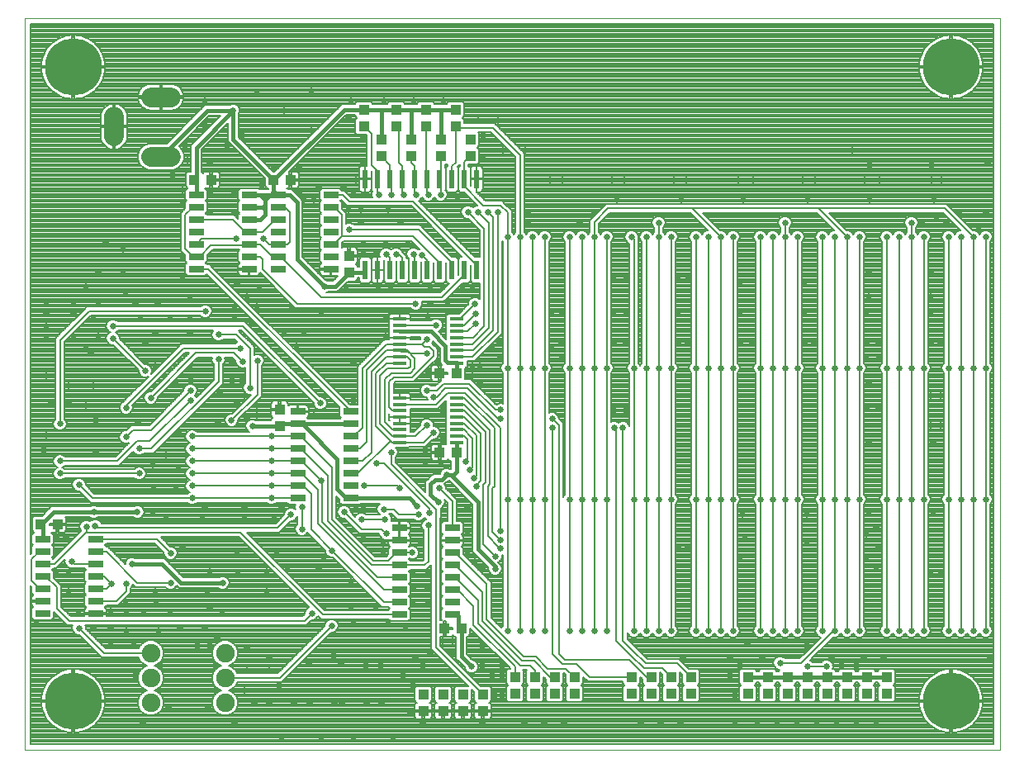
<source format=gbl>
G75*
%MOIN*%
%OFA0B0*%
%FSLAX25Y25*%
%IPPOS*%
%LPD*%
%AMOC8*
5,1,8,0,0,1.08239X$1,22.5*
%
%ADD10C,0.00000*%
%ADD11R,0.04331X0.03937*%
%ADD12R,0.03937X0.04331*%
%ADD13R,0.06004X0.02559*%
%ADD14R,0.05800X0.01400*%
%ADD15R,0.02200X0.07800*%
%ADD16C,0.07874*%
%ADD17C,0.07500*%
%ADD18C,0.23000*%
%ADD19C,0.02578*%
%ADD20C,0.00800*%
%ADD21C,0.01500*%
D10*
X0056249Y0048303D02*
X0056249Y0343579D01*
X0449950Y0343579D01*
X0449950Y0048303D01*
X0056249Y0048303D01*
D11*
X0062902Y0139303D03*
X0069595Y0139303D03*
X0217249Y0070650D03*
X0225249Y0070650D03*
X0225249Y0063957D03*
X0217249Y0063957D03*
X0233249Y0063957D03*
X0233249Y0070650D03*
X0241249Y0070650D03*
X0241249Y0063957D03*
X0254249Y0070957D03*
X0254249Y0077650D03*
X0262249Y0077650D03*
X0270249Y0077650D03*
X0270249Y0070957D03*
X0262249Y0070957D03*
X0278249Y0070957D03*
X0278249Y0077650D03*
X0301249Y0077650D03*
X0301249Y0070957D03*
X0309249Y0070957D03*
X0309249Y0077650D03*
X0317249Y0077650D03*
X0317249Y0070957D03*
X0325249Y0070957D03*
X0325249Y0077650D03*
X0348249Y0077650D03*
X0356249Y0077650D03*
X0356249Y0070957D03*
X0348249Y0070957D03*
X0364249Y0070957D03*
X0364249Y0077650D03*
X0372249Y0077650D03*
X0372249Y0070957D03*
X0380249Y0070957D03*
X0388249Y0070957D03*
X0388249Y0077650D03*
X0380249Y0077650D03*
X0396249Y0077650D03*
X0396249Y0070957D03*
X0404249Y0070957D03*
X0404249Y0077650D03*
X0232595Y0097303D03*
X0225902Y0097303D03*
X0223902Y0168303D03*
X0230595Y0168303D03*
X0230595Y0200303D03*
X0223902Y0200303D03*
X0163595Y0278303D03*
X0156902Y0278303D03*
X0131595Y0278303D03*
X0124902Y0278303D03*
X0193249Y0299957D03*
X0193249Y0306650D03*
X0206249Y0306650D03*
X0206249Y0299957D03*
X0212249Y0294650D03*
X0212249Y0287957D03*
X0200249Y0287957D03*
X0200249Y0294650D03*
X0218249Y0299957D03*
X0224249Y0294650D03*
X0230249Y0299957D03*
X0230249Y0306650D03*
X0218249Y0306650D03*
X0236249Y0294650D03*
X0236249Y0287957D03*
X0224249Y0287957D03*
D12*
X0187249Y0247650D03*
X0187249Y0240957D03*
X0159249Y0185650D03*
X0159249Y0178957D03*
D13*
X0166572Y0179803D03*
X0166572Y0184803D03*
X0166572Y0174803D03*
X0166572Y0169803D03*
X0166572Y0164803D03*
X0166572Y0159803D03*
X0166572Y0154803D03*
X0166572Y0149803D03*
X0187926Y0149803D03*
X0187926Y0154803D03*
X0187926Y0159803D03*
X0187926Y0164803D03*
X0187926Y0169803D03*
X0187926Y0174803D03*
X0187926Y0179803D03*
X0187926Y0184803D03*
X0207572Y0137803D03*
X0207572Y0132803D03*
X0207572Y0127803D03*
X0207572Y0122803D03*
X0207572Y0117803D03*
X0207572Y0112803D03*
X0207572Y0107803D03*
X0207572Y0102803D03*
X0228926Y0102803D03*
X0228926Y0107803D03*
X0228926Y0112803D03*
X0228926Y0117803D03*
X0228926Y0122803D03*
X0228926Y0127803D03*
X0228926Y0132803D03*
X0228926Y0137803D03*
X0179926Y0242303D03*
X0179926Y0247303D03*
X0179926Y0252303D03*
X0179926Y0257303D03*
X0179926Y0262303D03*
X0179926Y0267303D03*
X0179926Y0272303D03*
X0158572Y0272303D03*
X0158572Y0267303D03*
X0158572Y0262303D03*
X0158572Y0257303D03*
X0158572Y0252303D03*
X0158572Y0247303D03*
X0158572Y0242303D03*
X0146926Y0242303D03*
X0146926Y0247303D03*
X0146926Y0252303D03*
X0146926Y0257303D03*
X0146926Y0262303D03*
X0146926Y0267303D03*
X0146926Y0272303D03*
X0125572Y0272303D03*
X0125572Y0267303D03*
X0125572Y0262303D03*
X0125572Y0257303D03*
X0125572Y0252303D03*
X0125572Y0247303D03*
X0125572Y0242303D03*
X0084926Y0133303D03*
X0084926Y0128303D03*
X0084926Y0123303D03*
X0084926Y0118303D03*
X0084926Y0113303D03*
X0084926Y0108303D03*
X0084926Y0103303D03*
X0063572Y0103303D03*
X0063572Y0108303D03*
X0063572Y0113303D03*
X0063572Y0118303D03*
X0063572Y0123303D03*
X0063572Y0128303D03*
X0063572Y0133303D03*
D14*
X0207749Y0172303D03*
X0207749Y0174903D03*
X0207749Y0177503D03*
X0207749Y0180003D03*
X0207749Y0182603D03*
X0207749Y0185103D03*
X0207749Y0187703D03*
X0207749Y0190303D03*
X0207749Y0204303D03*
X0207749Y0206903D03*
X0207749Y0209503D03*
X0207749Y0212003D03*
X0207749Y0214603D03*
X0207749Y0217103D03*
X0207749Y0219703D03*
X0207749Y0222303D03*
X0230749Y0222303D03*
X0230749Y0219703D03*
X0230749Y0217103D03*
X0230749Y0214603D03*
X0230749Y0212003D03*
X0230749Y0209503D03*
X0230749Y0206903D03*
X0230749Y0204303D03*
X0230749Y0190303D03*
X0230749Y0187703D03*
X0230749Y0185103D03*
X0230749Y0182603D03*
X0230749Y0180003D03*
X0230749Y0177503D03*
X0230749Y0174903D03*
X0230749Y0172303D03*
D15*
X0228749Y0241903D03*
X0233749Y0241903D03*
X0238749Y0241903D03*
X0223749Y0241903D03*
X0218749Y0241903D03*
X0213749Y0241903D03*
X0208749Y0241903D03*
X0203749Y0241903D03*
X0198749Y0241903D03*
X0193749Y0241903D03*
X0193749Y0278703D03*
X0198749Y0278703D03*
X0203749Y0278703D03*
X0208749Y0278703D03*
X0213749Y0278703D03*
X0218749Y0278703D03*
X0223749Y0278703D03*
X0228749Y0278703D03*
X0233749Y0278703D03*
X0238749Y0278703D03*
D16*
X0115249Y0287673D02*
X0107375Y0287673D01*
X0092414Y0295941D02*
X0092414Y0303815D01*
X0107375Y0311689D02*
X0115249Y0311689D01*
D17*
X0107249Y0087303D03*
X0107249Y0077303D03*
X0107249Y0067303D03*
X0137249Y0067303D03*
X0137249Y0077303D03*
X0137249Y0087303D03*
D18*
X0075934Y0067988D03*
X0075934Y0323894D03*
X0430265Y0323894D03*
X0430265Y0067988D03*
D19*
X0446149Y0085303D03*
X0444249Y0096303D03*
X0439249Y0096303D03*
X0434249Y0096303D03*
X0429249Y0096303D03*
X0419249Y0096303D03*
X0414249Y0096303D03*
X0409249Y0096303D03*
X0404249Y0096303D03*
X0393249Y0096303D03*
X0388249Y0096303D03*
X0383249Y0096303D03*
X0378249Y0096303D03*
X0372149Y0090303D03*
X0368249Y0096303D03*
X0363249Y0096303D03*
X0358249Y0096303D03*
X0353249Y0096303D03*
X0348149Y0091303D03*
X0342249Y0096303D03*
X0337249Y0096303D03*
X0332249Y0096303D03*
X0327249Y0096303D03*
X0317249Y0096303D03*
X0312249Y0096303D03*
X0307249Y0096303D03*
X0302249Y0096303D03*
X0291249Y0096303D03*
X0286249Y0096303D03*
X0281249Y0096303D03*
X0276249Y0096303D03*
X0266249Y0096303D03*
X0261249Y0096303D03*
X0256249Y0096303D03*
X0251249Y0096303D03*
X0241149Y0090303D03*
X0241149Y0082303D03*
X0236749Y0081795D03*
X0245149Y0078303D03*
X0249149Y0078303D03*
X0249149Y0082303D03*
X0249149Y0070303D03*
X0246149Y0070303D03*
X0241249Y0070650D03*
X0233249Y0070650D03*
X0225249Y0070650D03*
X0217249Y0070650D03*
X0213149Y0074303D03*
X0209149Y0078303D03*
X0214149Y0085303D03*
X0217149Y0082303D03*
X0220149Y0087303D03*
X0225149Y0092303D03*
X0229149Y0092303D03*
X0229149Y0087303D03*
X0226149Y0097303D03*
X0219149Y0107303D03*
X0219149Y0113303D03*
X0213149Y0113303D03*
X0213149Y0107303D03*
X0207572Y0112803D03*
X0213149Y0119303D03*
X0219149Y0120303D03*
X0212863Y0127803D03*
X0216149Y0132303D03*
X0219249Y0138803D03*
X0219749Y0143803D03*
X0215249Y0143134D03*
X0214663Y0146712D03*
X0223249Y0148303D03*
X0223635Y0153813D03*
X0226595Y0159303D03*
X0224249Y0164303D03*
X0218149Y0164303D03*
X0218149Y0169303D03*
X0221249Y0176303D03*
X0218647Y0179303D03*
X0225149Y0173303D03*
X0230595Y0168303D03*
X0234249Y0164586D03*
X0236049Y0161326D03*
X0237849Y0158066D03*
X0238649Y0154488D03*
X0235149Y0146303D03*
X0235149Y0136303D03*
X0235149Y0127303D03*
X0238149Y0124303D03*
X0241149Y0121303D03*
X0246249Y0121303D03*
X0246324Y0126378D03*
X0248560Y0129458D03*
X0248560Y0133036D03*
X0248560Y0136614D03*
X0251249Y0149303D03*
X0256249Y0149303D03*
X0261249Y0149303D03*
X0266249Y0149303D03*
X0276249Y0149303D03*
X0281249Y0149303D03*
X0286249Y0149303D03*
X0291249Y0149303D03*
X0302249Y0149303D03*
X0307249Y0149303D03*
X0312249Y0149303D03*
X0317249Y0149303D03*
X0327249Y0149303D03*
X0332249Y0149303D03*
X0337249Y0149303D03*
X0342249Y0149303D03*
X0346149Y0143303D03*
X0353249Y0149303D03*
X0358249Y0149303D03*
X0363249Y0149303D03*
X0368249Y0149303D03*
X0372149Y0143303D03*
X0378249Y0149303D03*
X0383249Y0149303D03*
X0388249Y0149303D03*
X0393249Y0149303D03*
X0397149Y0144303D03*
X0400149Y0138303D03*
X0396149Y0135303D03*
X0401149Y0130303D03*
X0396149Y0126303D03*
X0400149Y0122303D03*
X0422149Y0119303D03*
X0426149Y0119303D03*
X0423149Y0144303D03*
X0419249Y0149303D03*
X0414249Y0149303D03*
X0409249Y0149303D03*
X0404249Y0149303D03*
X0397149Y0172303D03*
X0396149Y0186303D03*
X0401149Y0186303D03*
X0397149Y0196303D03*
X0393249Y0202303D03*
X0396149Y0206303D03*
X0401149Y0206303D03*
X0404249Y0202303D03*
X0409249Y0202303D03*
X0414249Y0202303D03*
X0419249Y0202303D03*
X0429249Y0202303D03*
X0434249Y0202303D03*
X0439249Y0202303D03*
X0444249Y0202303D03*
X0426149Y0212303D03*
X0422149Y0212303D03*
X0422149Y0225303D03*
X0422149Y0231303D03*
X0422149Y0241303D03*
X0419249Y0255303D03*
X0414249Y0255303D03*
X0409249Y0255303D03*
X0404249Y0255303D03*
X0393249Y0255303D03*
X0388249Y0255303D03*
X0383249Y0255303D03*
X0378249Y0255303D03*
X0368249Y0255303D03*
X0363249Y0255303D03*
X0358249Y0255303D03*
X0353249Y0255303D03*
X0363249Y0260992D03*
X0372349Y0270303D03*
X0370349Y0278303D03*
X0375349Y0278303D03*
X0390349Y0290303D03*
X0397349Y0284303D03*
X0395349Y0278303D03*
X0401349Y0278303D03*
X0397349Y0270303D03*
X0414249Y0260992D03*
X0418349Y0261303D03*
X0424349Y0263303D03*
X0428349Y0261303D03*
X0433349Y0265303D03*
X0441349Y0259303D03*
X0444349Y0265303D03*
X0444249Y0255303D03*
X0439249Y0255303D03*
X0434249Y0255303D03*
X0429249Y0255303D03*
X0423349Y0270303D03*
X0422349Y0278303D03*
X0426349Y0278303D03*
X0422349Y0284303D03*
X0445149Y0285303D03*
X0397149Y0241303D03*
X0397149Y0231303D03*
X0396149Y0225303D03*
X0396149Y0212303D03*
X0401149Y0212303D03*
X0388249Y0202303D03*
X0383249Y0202303D03*
X0378249Y0202303D03*
X0368249Y0202303D03*
X0363249Y0202303D03*
X0358249Y0202303D03*
X0353249Y0202303D03*
X0350149Y0212303D03*
X0345149Y0212303D03*
X0342249Y0202303D03*
X0337249Y0202303D03*
X0332249Y0202303D03*
X0327249Y0202303D03*
X0317249Y0202303D03*
X0312249Y0202303D03*
X0307249Y0202303D03*
X0302249Y0202303D03*
X0291249Y0202303D03*
X0286249Y0202303D03*
X0281249Y0202303D03*
X0276249Y0202303D03*
X0273149Y0206303D03*
X0269149Y0210303D03*
X0273149Y0212303D03*
X0266249Y0202303D03*
X0261249Y0202303D03*
X0256249Y0202303D03*
X0251249Y0202303D03*
X0248149Y0206303D03*
X0245149Y0210303D03*
X0248149Y0212303D03*
X0238249Y0220303D03*
X0238249Y0224214D03*
X0238160Y0228303D03*
X0237149Y0235303D03*
X0233149Y0235303D03*
X0225149Y0235303D03*
X0220149Y0234303D03*
X0220149Y0228303D03*
X0214158Y0228303D03*
X0219149Y0223303D03*
X0222417Y0219703D03*
X0218647Y0214064D03*
X0218647Y0208303D03*
X0223149Y0204303D03*
X0224149Y0200303D03*
X0219249Y0200303D03*
X0218647Y0193303D03*
X0221357Y0190614D03*
X0225149Y0185303D03*
X0230595Y0200303D03*
X0237149Y0199303D03*
X0237149Y0203303D03*
X0240149Y0203303D03*
X0240149Y0196303D03*
X0248560Y0185453D03*
X0248560Y0181875D03*
X0269249Y0181881D03*
X0269249Y0178303D03*
X0294249Y0178303D03*
X0297827Y0178303D03*
X0299149Y0185303D03*
X0294149Y0185303D03*
X0294149Y0212303D03*
X0299149Y0212303D03*
X0299149Y0225303D03*
X0294149Y0225303D03*
X0294149Y0238303D03*
X0299149Y0238303D03*
X0320149Y0238303D03*
X0324149Y0238303D03*
X0320149Y0225303D03*
X0320149Y0212303D03*
X0324149Y0212303D03*
X0345149Y0225303D03*
X0345149Y0237303D03*
X0342249Y0255303D03*
X0337249Y0255303D03*
X0332249Y0255303D03*
X0327249Y0255303D03*
X0317249Y0255303D03*
X0312249Y0255303D03*
X0307249Y0255303D03*
X0301249Y0255303D03*
X0291249Y0255303D03*
X0286249Y0255303D03*
X0281249Y0255303D03*
X0276249Y0255303D03*
X0280349Y0261303D03*
X0286349Y0265303D03*
X0295349Y0270303D03*
X0293349Y0278303D03*
X0298349Y0278303D03*
X0318349Y0278303D03*
X0323349Y0278303D03*
X0321349Y0270303D03*
X0312249Y0260992D03*
X0346349Y0270303D03*
X0344349Y0278303D03*
X0350349Y0278303D03*
X0371149Y0237303D03*
X0371149Y0225303D03*
X0371149Y0212303D03*
X0375149Y0212303D03*
X0422149Y0191303D03*
X0426149Y0191303D03*
X0426149Y0179303D03*
X0422149Y0179303D03*
X0423149Y0172303D03*
X0429249Y0149303D03*
X0434249Y0149303D03*
X0439249Y0149303D03*
X0444249Y0149303D03*
X0372149Y0132303D03*
X0347149Y0133303D03*
X0345149Y0126303D03*
X0324149Y0130303D03*
X0320149Y0130303D03*
X0322149Y0085303D03*
X0325249Y0070957D03*
X0317249Y0070957D03*
X0309249Y0070957D03*
X0301249Y0070957D03*
X0305149Y0059303D03*
X0313149Y0059303D03*
X0321149Y0059303D03*
X0343149Y0058303D03*
X0352149Y0058303D03*
X0360149Y0058303D03*
X0368149Y0058303D03*
X0376149Y0058303D03*
X0384149Y0058303D03*
X0392149Y0058303D03*
X0400149Y0058303D03*
X0396249Y0070957D03*
X0404249Y0070957D03*
X0392149Y0082303D03*
X0395149Y0085303D03*
X0403149Y0085303D03*
X0386149Y0082303D03*
X0382149Y0085303D03*
X0379963Y0081907D03*
X0372249Y0081907D03*
X0372249Y0070957D03*
X0380249Y0070957D03*
X0388249Y0070957D03*
X0364249Y0070957D03*
X0356249Y0070957D03*
X0348249Y0070957D03*
X0343149Y0070303D03*
X0341149Y0078303D03*
X0345149Y0082303D03*
X0341149Y0085303D03*
X0348249Y0077650D03*
X0354149Y0085303D03*
X0361249Y0083303D03*
X0278249Y0070957D03*
X0270249Y0070957D03*
X0262249Y0070957D03*
X0254249Y0070957D03*
X0258149Y0059303D03*
X0266149Y0059303D03*
X0274149Y0059303D03*
X0241149Y0059303D03*
X0217149Y0059303D03*
X0212149Y0063303D03*
X0200249Y0067303D03*
X0194249Y0067303D03*
X0184249Y0067303D03*
X0181249Y0067303D03*
X0171249Y0067303D03*
X0165149Y0067303D03*
X0159149Y0074303D03*
X0155149Y0080303D03*
X0155149Y0085303D03*
X0146149Y0089303D03*
X0146149Y0080303D03*
X0145149Y0072303D03*
X0149149Y0067303D03*
X0155149Y0067303D03*
X0141149Y0059303D03*
X0130249Y0065303D03*
X0133149Y0072303D03*
X0133249Y0082303D03*
X0131149Y0090303D03*
X0134149Y0093303D03*
X0129149Y0097303D03*
X0126149Y0090303D03*
X0119149Y0097303D03*
X0115149Y0103303D03*
X0109249Y0107303D03*
X0109149Y0112303D03*
X0115249Y0115650D03*
X0115249Y0127650D03*
X0120149Y0130303D03*
X0113249Y0141303D03*
X0108149Y0144303D03*
X0101902Y0144303D03*
X0108249Y0153303D03*
X0102572Y0159803D03*
X0108149Y0163303D03*
X0113249Y0167303D03*
X0118249Y0161303D03*
X0123926Y0159803D03*
X0123926Y0164803D03*
X0123926Y0169803D03*
X0123926Y0174803D03*
X0118249Y0176303D03*
X0134249Y0180303D03*
X0139863Y0181303D03*
X0146149Y0182303D03*
X0148249Y0178957D03*
X0150149Y0183303D03*
X0150149Y0187303D03*
X0145149Y0191303D03*
X0147249Y0194303D03*
X0144149Y0197303D03*
X0140149Y0197303D03*
X0140149Y0204303D03*
X0144249Y0205078D03*
X0143249Y0210292D03*
X0150249Y0205303D03*
X0161149Y0217303D03*
X0166149Y0211303D03*
X0169149Y0217303D03*
X0164149Y0226303D03*
X0176149Y0225303D03*
X0186149Y0234303D03*
X0177249Y0235303D03*
X0179926Y0247303D03*
X0179926Y0257303D03*
X0179926Y0262303D03*
X0187149Y0266303D03*
X0192149Y0266303D03*
X0194149Y0272303D03*
X0189149Y0272303D03*
X0185149Y0275303D03*
X0179926Y0272303D03*
X0175149Y0275303D03*
X0173149Y0270303D03*
X0169149Y0270303D03*
X0167149Y0273303D03*
X0167149Y0283303D03*
X0157149Y0283303D03*
X0152149Y0276303D03*
X0158249Y0267303D03*
X0158572Y0257303D03*
X0152741Y0254614D03*
X0141718Y0254614D03*
X0141149Y0265303D03*
X0131149Y0265303D03*
X0125572Y0257303D03*
X0120149Y0247303D03*
X0120149Y0238303D03*
X0123149Y0230303D03*
X0129249Y0225303D03*
X0123149Y0222303D03*
X0123149Y0216303D03*
X0123149Y0213303D03*
X0134572Y0215803D03*
X0141149Y0222303D03*
X0141149Y0227303D03*
X0146149Y0231303D03*
X0150149Y0227303D03*
X0151149Y0234303D03*
X0142149Y0236303D03*
X0158572Y0242303D03*
X0187249Y0258303D03*
X0192149Y0261303D03*
X0203149Y0266303D03*
X0204249Y0272303D03*
X0209249Y0272303D03*
X0214249Y0272303D03*
X0219249Y0272303D03*
X0224249Y0272303D03*
X0231149Y0271303D03*
X0235249Y0265303D03*
X0239249Y0265303D03*
X0243249Y0265303D03*
X0247249Y0265303D03*
X0251249Y0255303D03*
X0256249Y0255303D03*
X0261249Y0255303D03*
X0266249Y0255303D03*
X0259349Y0261303D03*
X0259349Y0265303D03*
X0268349Y0278303D03*
X0273349Y0278303D03*
X0258349Y0290303D03*
X0249349Y0290303D03*
X0241149Y0287303D03*
X0236249Y0294650D03*
X0241349Y0296303D03*
X0239349Y0302303D03*
X0247349Y0302303D03*
X0230249Y0306650D03*
X0225349Y0310303D03*
X0213349Y0310303D03*
X0201349Y0310303D03*
X0188149Y0310303D03*
X0187149Y0303303D03*
X0193149Y0295303D03*
X0193149Y0285303D03*
X0190149Y0278303D03*
X0199249Y0272303D03*
X0208149Y0261303D03*
X0211149Y0252303D03*
X0213249Y0248303D03*
X0216847Y0247902D03*
X0206249Y0248303D03*
X0202249Y0248303D03*
X0202149Y0252303D03*
X0198149Y0248303D03*
X0193149Y0248303D03*
X0193149Y0252303D03*
X0199149Y0234303D03*
X0204149Y0234303D03*
X0204149Y0225303D03*
X0202149Y0222303D03*
X0202149Y0215303D03*
X0189149Y0204303D03*
X0189149Y0189303D03*
X0175635Y0188114D03*
X0173149Y0183303D03*
X0155926Y0174803D03*
X0155926Y0169803D03*
X0155926Y0164803D03*
X0155926Y0159803D03*
X0155926Y0154803D03*
X0155926Y0149803D03*
X0160149Y0146303D03*
X0163883Y0143303D03*
X0168249Y0146235D03*
X0168249Y0137303D03*
X0180499Y0128553D03*
X0177149Y0126303D03*
X0175149Y0121303D03*
X0162249Y0122303D03*
X0158149Y0127303D03*
X0154149Y0120303D03*
X0154149Y0112303D03*
X0142249Y0119303D03*
X0136249Y0115650D03*
X0131149Y0120303D03*
X0130149Y0112303D03*
X0131149Y0105303D03*
X0136149Y0103303D03*
X0110249Y0096303D03*
X0104249Y0103303D03*
X0097249Y0103303D03*
X0091149Y0104303D03*
X0097149Y0107303D03*
X0097249Y0115303D03*
X0091249Y0115303D03*
X0099593Y0123303D03*
X0084827Y0138672D03*
X0081249Y0138303D03*
X0084249Y0144303D03*
X0078249Y0155303D03*
X0070572Y0159803D03*
X0070572Y0164803D03*
X0064149Y0169303D03*
X0065149Y0175303D03*
X0070572Y0179803D03*
X0067149Y0188303D03*
X0074149Y0188303D03*
X0081149Y0187303D03*
X0085149Y0181303D03*
X0097281Y0186303D03*
X0102149Y0180303D03*
X0097249Y0174492D03*
X0102572Y0169803D03*
X0085149Y0168303D03*
X0107249Y0190303D03*
X0117149Y0196303D03*
X0123249Y0197303D03*
X0123149Y0202303D03*
X0134572Y0205803D03*
X0135149Y0192303D03*
X0142149Y0188303D03*
X0123249Y0189303D03*
X0123249Y0193303D03*
X0109149Y0203303D03*
X0105249Y0205303D03*
X0104938Y0201303D03*
X0105149Y0212303D03*
X0109149Y0216303D03*
X0115149Y0222303D03*
X0110149Y0228303D03*
X0101149Y0228303D03*
X0097149Y0233303D03*
X0096149Y0240303D03*
X0086149Y0241303D03*
X0081149Y0235303D03*
X0086149Y0229303D03*
X0084149Y0222303D03*
X0086149Y0215303D03*
X0091926Y0214303D03*
X0091926Y0219303D03*
X0103149Y0222303D03*
X0083149Y0208303D03*
X0081149Y0210303D03*
X0076149Y0214303D03*
X0065149Y0214303D03*
X0065149Y0219303D03*
X0065149Y0224303D03*
X0065149Y0229303D03*
X0076149Y0229303D03*
X0076149Y0224303D03*
X0065149Y0199303D03*
X0074149Y0195303D03*
X0084149Y0195303D03*
X0117249Y0153303D03*
X0123926Y0154803D03*
X0123926Y0149803D03*
X0129149Y0146303D03*
X0128149Y0141303D03*
X0145149Y0141303D03*
X0145149Y0146303D03*
X0157149Y0141303D03*
X0142149Y0127303D03*
X0172249Y0103303D03*
X0177149Y0106303D03*
X0180249Y0098303D03*
X0189149Y0099303D03*
X0188149Y0106303D03*
X0198149Y0106303D03*
X0203149Y0099303D03*
X0210149Y0098303D03*
X0200149Y0082303D03*
X0194149Y0082303D03*
X0184149Y0083303D03*
X0181149Y0086303D03*
X0171149Y0083303D03*
X0176149Y0053303D03*
X0189149Y0053303D03*
X0205149Y0053303D03*
X0160149Y0053303D03*
X0114249Y0065303D03*
X0111149Y0072303D03*
X0101149Y0078303D03*
X0111149Y0082303D03*
X0100249Y0090303D03*
X0097249Y0096303D03*
X0091149Y0097303D03*
X0091149Y0090303D03*
X0084149Y0097303D03*
X0078249Y0097303D03*
X0078149Y0103303D03*
X0074149Y0112303D03*
X0074149Y0119303D03*
X0069149Y0120303D03*
X0075249Y0124303D03*
X0069149Y0128303D03*
X0069149Y0134303D03*
X0073149Y0134303D03*
X0070149Y0139303D03*
X0061149Y0099303D03*
X0104149Y0059303D03*
X0188149Y0116303D03*
X0201149Y0128303D03*
X0201149Y0131303D03*
X0202249Y0135614D03*
X0201863Y0141303D03*
X0201249Y0145303D03*
X0193149Y0145303D03*
X0190149Y0145303D03*
X0185249Y0144303D03*
X0192249Y0141303D03*
X0193149Y0133303D03*
X0193560Y0154803D03*
X0198560Y0163811D03*
X0204249Y0168303D03*
X0207572Y0153803D03*
X0175911Y0156966D03*
X0148149Y0220303D03*
X0096149Y0250303D03*
X0089149Y0253303D03*
X0120149Y0268303D03*
X0120149Y0274303D03*
X0116149Y0280303D03*
X0122149Y0286303D03*
X0121149Y0292303D03*
X0129149Y0300303D03*
X0138149Y0292303D03*
X0144149Y0296303D03*
X0140501Y0306303D03*
X0150149Y0313303D03*
X0161149Y0306303D03*
X0172149Y0298303D03*
X0172149Y0314303D03*
X0131149Y0285303D03*
X0131149Y0273303D03*
X0141149Y0273303D03*
X0129149Y0310303D03*
X0227149Y0229303D03*
X0227149Y0225303D03*
X0269149Y0225303D03*
X0273149Y0225303D03*
D20*
X0274449Y0225573D02*
X0268049Y0225573D01*
X0268049Y0226371D02*
X0274449Y0226371D01*
X0274449Y0227170D02*
X0268049Y0227170D01*
X0268049Y0227968D02*
X0274449Y0227968D01*
X0274449Y0228767D02*
X0268049Y0228767D01*
X0268049Y0229565D02*
X0274449Y0229565D01*
X0274449Y0230364D02*
X0268049Y0230364D01*
X0268049Y0231162D02*
X0274449Y0231162D01*
X0274449Y0231961D02*
X0268049Y0231961D01*
X0268049Y0232759D02*
X0274449Y0232759D01*
X0274449Y0233558D02*
X0268049Y0233558D01*
X0268049Y0234356D02*
X0274449Y0234356D01*
X0274449Y0235155D02*
X0268049Y0235155D01*
X0268049Y0235953D02*
X0274449Y0235953D01*
X0274449Y0236752D02*
X0268049Y0236752D01*
X0268049Y0237550D02*
X0274449Y0237550D01*
X0274449Y0238349D02*
X0268049Y0238349D01*
X0268049Y0239147D02*
X0274449Y0239147D01*
X0274449Y0239946D02*
X0268049Y0239946D01*
X0268049Y0240744D02*
X0274449Y0240744D01*
X0274449Y0241543D02*
X0268049Y0241543D01*
X0268049Y0242341D02*
X0274449Y0242341D01*
X0274449Y0243140D02*
X0268049Y0243140D01*
X0268049Y0243938D02*
X0274449Y0243938D01*
X0274449Y0244737D02*
X0268049Y0244737D01*
X0268049Y0245535D02*
X0274449Y0245535D01*
X0274449Y0246334D02*
X0268049Y0246334D01*
X0268049Y0247132D02*
X0274449Y0247132D01*
X0274449Y0247931D02*
X0268049Y0247931D01*
X0268049Y0248729D02*
X0274449Y0248729D01*
X0274449Y0249528D02*
X0268049Y0249528D01*
X0268049Y0250327D02*
X0274449Y0250327D01*
X0274449Y0251125D02*
X0268049Y0251125D01*
X0268049Y0251924D02*
X0274449Y0251924D01*
X0274449Y0252722D02*
X0268049Y0252722D01*
X0268049Y0253300D02*
X0268528Y0253780D01*
X0268938Y0254768D01*
X0268938Y0255838D01*
X0268528Y0256826D01*
X0267772Y0257583D01*
X0266784Y0257992D01*
X0265714Y0257992D01*
X0264726Y0257583D01*
X0263969Y0256826D01*
X0263749Y0256294D01*
X0263528Y0256826D01*
X0262772Y0257583D01*
X0261784Y0257992D01*
X0260714Y0257992D01*
X0259726Y0257583D01*
X0258969Y0256826D01*
X0258749Y0256294D01*
X0258528Y0256826D01*
X0258049Y0257306D01*
X0258049Y0289049D01*
X0256994Y0290103D01*
X0245994Y0301103D01*
X0233814Y0301103D01*
X0233814Y0302505D01*
X0233016Y0303303D01*
X0233814Y0304101D01*
X0233814Y0309198D01*
X0232994Y0310018D01*
X0227504Y0310018D01*
X0226683Y0309198D01*
X0226683Y0308800D01*
X0221814Y0308800D01*
X0221814Y0309198D01*
X0220994Y0310018D01*
X0215504Y0310018D01*
X0214683Y0309198D01*
X0214683Y0308800D01*
X0209814Y0308800D01*
X0209814Y0309198D01*
X0208994Y0310018D01*
X0203504Y0310018D01*
X0202683Y0309198D01*
X0202683Y0308800D01*
X0196814Y0308800D01*
X0196814Y0309198D01*
X0195994Y0310018D01*
X0190504Y0310018D01*
X0189683Y0309198D01*
X0189683Y0308800D01*
X0184358Y0308800D01*
X0183099Y0307540D01*
X0157230Y0281672D01*
X0156574Y0281672D01*
X0142651Y0295595D01*
X0142651Y0304650D01*
X0142780Y0304780D01*
X0143190Y0305768D01*
X0143190Y0306838D01*
X0142780Y0307826D01*
X0142024Y0308583D01*
X0141036Y0308992D01*
X0139966Y0308992D01*
X0138978Y0308583D01*
X0138848Y0308453D01*
X0129051Y0308453D01*
X0127792Y0307194D01*
X0113608Y0293010D01*
X0106313Y0293010D01*
X0104352Y0292198D01*
X0102850Y0290696D01*
X0102038Y0288735D01*
X0102038Y0286612D01*
X0102850Y0284650D01*
X0104352Y0283149D01*
X0106313Y0282336D01*
X0116310Y0282336D01*
X0118272Y0283149D01*
X0119773Y0284650D01*
X0120586Y0286612D01*
X0120586Y0288735D01*
X0119773Y0290696D01*
X0118574Y0291895D01*
X0130832Y0304153D01*
X0135310Y0304153D01*
X0124681Y0293524D01*
X0123422Y0292265D01*
X0123422Y0281672D01*
X0122157Y0281672D01*
X0121337Y0280852D01*
X0121337Y0275755D01*
X0122109Y0274983D01*
X0121990Y0274983D01*
X0121170Y0274163D01*
X0121170Y0270444D01*
X0121810Y0269803D01*
X0121170Y0269163D01*
X0121170Y0266770D01*
X0119370Y0264970D01*
X0119370Y0249698D01*
X0120424Y0248644D01*
X0121170Y0247898D01*
X0121170Y0245444D01*
X0121810Y0244803D01*
X0121170Y0244163D01*
X0121170Y0240444D01*
X0121990Y0239624D01*
X0129154Y0239624D01*
X0129857Y0240327D01*
X0183524Y0186660D01*
X0183524Y0182944D01*
X0184165Y0182303D01*
X0183815Y0181953D01*
X0170683Y0181953D01*
X0170306Y0182330D01*
X0170433Y0182403D01*
X0170694Y0182664D01*
X0170878Y0182983D01*
X0170974Y0183339D01*
X0170974Y0184563D01*
X0166812Y0184563D01*
X0166812Y0185043D01*
X0170974Y0185043D01*
X0170974Y0186267D01*
X0170878Y0186623D01*
X0170694Y0186942D01*
X0170433Y0187203D01*
X0170114Y0187387D01*
X0169758Y0187483D01*
X0166811Y0187483D01*
X0166811Y0185043D01*
X0166332Y0185043D01*
X0166332Y0187483D01*
X0163385Y0187483D01*
X0163029Y0187387D01*
X0162710Y0187203D01*
X0162617Y0187110D01*
X0162617Y0187999D01*
X0162522Y0188355D01*
X0162338Y0188675D01*
X0162077Y0188935D01*
X0161758Y0189120D01*
X0161402Y0189215D01*
X0159649Y0189215D01*
X0159649Y0186050D01*
X0158849Y0186050D01*
X0158849Y0189215D01*
X0157096Y0189215D01*
X0156740Y0189120D01*
X0156421Y0188935D01*
X0156160Y0188675D01*
X0155976Y0188355D01*
X0155880Y0187999D01*
X0155880Y0186050D01*
X0158849Y0186050D01*
X0158849Y0185250D01*
X0155880Y0185250D01*
X0155880Y0183300D01*
X0155976Y0182944D01*
X0156160Y0182625D01*
X0156421Y0182364D01*
X0156498Y0182319D01*
X0155880Y0181702D01*
X0155880Y0181107D01*
X0149902Y0181107D01*
X0149772Y0181236D01*
X0148784Y0181646D01*
X0147714Y0181646D01*
X0146726Y0181236D01*
X0145969Y0180480D01*
X0145560Y0179492D01*
X0145560Y0178422D01*
X0145969Y0177434D01*
X0146726Y0176677D01*
X0146904Y0176603D01*
X0125929Y0176603D01*
X0125449Y0177083D01*
X0124461Y0177492D01*
X0123391Y0177492D01*
X0122403Y0177083D01*
X0121646Y0176326D01*
X0121237Y0175338D01*
X0121237Y0174268D01*
X0121646Y0173280D01*
X0122403Y0172524D01*
X0122935Y0172303D01*
X0122403Y0172083D01*
X0121646Y0171326D01*
X0121237Y0170338D01*
X0121237Y0169268D01*
X0121646Y0168280D01*
X0122403Y0167524D01*
X0122935Y0167303D01*
X0122403Y0167083D01*
X0121646Y0166326D01*
X0121237Y0165338D01*
X0121237Y0164268D01*
X0121646Y0163280D01*
X0122403Y0162524D01*
X0122935Y0162303D01*
X0122403Y0162083D01*
X0121646Y0161326D01*
X0121237Y0160338D01*
X0121237Y0159268D01*
X0121646Y0158280D01*
X0122403Y0157524D01*
X0122935Y0157303D01*
X0122403Y0157083D01*
X0121646Y0156326D01*
X0121237Y0155338D01*
X0121237Y0154268D01*
X0121646Y0153280D01*
X0122403Y0152524D01*
X0122935Y0152303D01*
X0122403Y0152083D01*
X0121923Y0151603D01*
X0084494Y0151603D01*
X0080938Y0155160D01*
X0080938Y0155838D01*
X0080528Y0156826D01*
X0079772Y0157583D01*
X0078784Y0157992D01*
X0077714Y0157992D01*
X0076726Y0157583D01*
X0075969Y0156826D01*
X0075560Y0155838D01*
X0075560Y0154768D01*
X0075969Y0153780D01*
X0076726Y0153024D01*
X0077714Y0152614D01*
X0078392Y0152614D01*
X0083003Y0148003D01*
X0121923Y0148003D01*
X0122403Y0147524D01*
X0123391Y0147114D01*
X0124461Y0147114D01*
X0125449Y0147524D01*
X0125929Y0148003D01*
X0153923Y0148003D01*
X0154403Y0147524D01*
X0155391Y0147114D01*
X0156461Y0147114D01*
X0157449Y0147524D01*
X0157929Y0148003D01*
X0162170Y0148003D01*
X0162170Y0147944D01*
X0162990Y0147124D01*
X0165707Y0147124D01*
X0165560Y0146770D01*
X0165560Y0145700D01*
X0165752Y0145237D01*
X0165406Y0145583D01*
X0164418Y0145992D01*
X0163348Y0145992D01*
X0162359Y0145583D01*
X0161603Y0144826D01*
X0161194Y0143838D01*
X0161194Y0143160D01*
X0157617Y0139583D01*
X0087360Y0139583D01*
X0087106Y0140195D01*
X0086350Y0140951D01*
X0085362Y0141361D01*
X0084292Y0141361D01*
X0083304Y0140951D01*
X0082854Y0140501D01*
X0082772Y0140583D01*
X0081784Y0140992D01*
X0080714Y0140992D01*
X0079726Y0140583D01*
X0078969Y0139826D01*
X0078560Y0138838D01*
X0078560Y0137768D01*
X0078969Y0136780D01*
X0079075Y0136675D01*
X0067768Y0125368D01*
X0067333Y0125803D01*
X0067974Y0126444D01*
X0067974Y0130163D01*
X0067333Y0130803D01*
X0067974Y0131444D01*
X0067974Y0135163D01*
X0067185Y0135951D01*
X0067246Y0135935D01*
X0069195Y0135935D01*
X0069195Y0138903D01*
X0066468Y0138903D01*
X0066468Y0139703D01*
X0069195Y0139703D01*
X0069195Y0138903D01*
X0069995Y0138903D01*
X0069995Y0135935D01*
X0071945Y0135935D01*
X0072301Y0136030D01*
X0072620Y0136214D01*
X0072881Y0136475D01*
X0073065Y0136794D01*
X0073161Y0137150D01*
X0073161Y0138903D01*
X0069995Y0138903D01*
X0069995Y0139703D01*
X0073161Y0139703D01*
X0073161Y0141456D01*
X0073065Y0141812D01*
X0072881Y0142131D01*
X0072859Y0142153D01*
X0082596Y0142153D01*
X0082726Y0142024D01*
X0083714Y0141614D01*
X0084784Y0141614D01*
X0085772Y0142024D01*
X0085902Y0142153D01*
X0100250Y0142153D01*
X0100379Y0142024D01*
X0101367Y0141614D01*
X0102437Y0141614D01*
X0103426Y0142024D01*
X0104182Y0142780D01*
X0104591Y0143768D01*
X0104591Y0144838D01*
X0104182Y0145826D01*
X0103426Y0146583D01*
X0102437Y0146992D01*
X0101367Y0146992D01*
X0100379Y0146583D01*
X0100250Y0146453D01*
X0085902Y0146453D01*
X0085772Y0146583D01*
X0084784Y0146992D01*
X0083714Y0146992D01*
X0082726Y0146583D01*
X0082596Y0146453D01*
X0067096Y0146453D01*
X0065837Y0145194D01*
X0063314Y0142672D01*
X0060157Y0142672D01*
X0059337Y0141852D01*
X0059337Y0136755D01*
X0060109Y0135983D01*
X0059990Y0135983D01*
X0059170Y0135163D01*
X0059170Y0131444D01*
X0059810Y0130803D01*
X0059170Y0130163D01*
X0059170Y0127708D01*
X0058649Y0127187D01*
X0058649Y0341179D01*
X0447550Y0341179D01*
X0447550Y0050703D01*
X0058649Y0050703D01*
X0058649Y0114419D01*
X0059170Y0113898D01*
X0059170Y0111444D01*
X0059837Y0110776D01*
X0059710Y0110703D01*
X0059449Y0110442D01*
X0059265Y0110123D01*
X0059170Y0109767D01*
X0059170Y0108543D01*
X0063332Y0108543D01*
X0063332Y0108063D01*
X0059170Y0108063D01*
X0059170Y0106839D01*
X0059265Y0106483D01*
X0059449Y0106164D01*
X0059710Y0105903D01*
X0059837Y0105830D01*
X0059170Y0105163D01*
X0059170Y0101444D01*
X0059990Y0100624D01*
X0067154Y0100624D01*
X0067974Y0101444D01*
X0067974Y0104033D01*
X0072449Y0099558D01*
X0073503Y0098503D01*
X0075835Y0098503D01*
X0075560Y0097838D01*
X0075560Y0096768D01*
X0075969Y0095780D01*
X0076726Y0095024D01*
X0077714Y0094614D01*
X0078392Y0094614D01*
X0087503Y0085503D01*
X0102420Y0085503D01*
X0102883Y0084386D01*
X0104332Y0082937D01*
X0105862Y0082303D01*
X0104332Y0081669D01*
X0102883Y0080220D01*
X0102099Y0078328D01*
X0102099Y0076279D01*
X0102883Y0074386D01*
X0104332Y0072937D01*
X0105862Y0072303D01*
X0104332Y0071669D01*
X0102883Y0070220D01*
X0102099Y0068328D01*
X0102099Y0066279D01*
X0102883Y0064386D01*
X0104332Y0062937D01*
X0106224Y0062153D01*
X0108273Y0062153D01*
X0110166Y0062937D01*
X0111615Y0064386D01*
X0112399Y0066279D01*
X0112399Y0068328D01*
X0111615Y0070220D01*
X0110166Y0071669D01*
X0108635Y0072303D01*
X0110166Y0072937D01*
X0111615Y0074386D01*
X0112399Y0076279D01*
X0112399Y0078328D01*
X0111615Y0080220D01*
X0110166Y0081669D01*
X0108635Y0082303D01*
X0110166Y0082937D01*
X0111615Y0084386D01*
X0112399Y0086279D01*
X0112399Y0088328D01*
X0111615Y0090220D01*
X0110166Y0091669D01*
X0108273Y0092453D01*
X0106224Y0092453D01*
X0104332Y0091669D01*
X0102883Y0090220D01*
X0102420Y0089103D01*
X0088994Y0089103D01*
X0080938Y0097160D01*
X0080938Y0097838D01*
X0080662Y0098503D01*
X0169994Y0098503D01*
X0171049Y0099558D01*
X0172105Y0100614D01*
X0172784Y0100614D01*
X0173772Y0101024D01*
X0174528Y0101780D01*
X0174733Y0102274D01*
X0176003Y0101003D01*
X0203170Y0101003D01*
X0203170Y0100944D01*
X0203990Y0100124D01*
X0211154Y0100124D01*
X0211974Y0100944D01*
X0211974Y0104663D01*
X0211333Y0105303D01*
X0211974Y0105944D01*
X0211974Y0109663D01*
X0211333Y0110303D01*
X0211974Y0110944D01*
X0211974Y0114663D01*
X0211333Y0115303D01*
X0211974Y0115944D01*
X0211974Y0119663D01*
X0211333Y0120303D01*
X0211974Y0120944D01*
X0211974Y0121003D01*
X0218494Y0121003D01*
X0219994Y0122503D01*
X0220537Y0123046D01*
X0220537Y0088816D01*
X0235335Y0074018D01*
X0230504Y0074018D01*
X0229683Y0073198D01*
X0229683Y0068101D01*
X0230504Y0067281D01*
X0230735Y0067281D01*
X0230543Y0067230D01*
X0230224Y0067045D01*
X0229963Y0066785D01*
X0229779Y0066466D01*
X0229683Y0066110D01*
X0229683Y0064357D01*
X0232849Y0064357D01*
X0232849Y0063557D01*
X0229683Y0063557D01*
X0229683Y0061804D01*
X0229779Y0061448D01*
X0229963Y0061129D01*
X0230224Y0060868D01*
X0230543Y0060684D01*
X0230899Y0060588D01*
X0232849Y0060588D01*
X0232849Y0063557D01*
X0233649Y0063557D01*
X0233649Y0064357D01*
X0236814Y0064357D01*
X0236814Y0066110D01*
X0236719Y0066466D01*
X0236534Y0066785D01*
X0236274Y0067045D01*
X0235955Y0067230D01*
X0235763Y0067281D01*
X0235994Y0067281D01*
X0236814Y0068101D01*
X0236814Y0072539D01*
X0237683Y0071669D01*
X0237683Y0068101D01*
X0238504Y0067281D01*
X0238735Y0067281D01*
X0238543Y0067230D01*
X0238224Y0067045D01*
X0237963Y0066785D01*
X0237779Y0066466D01*
X0237683Y0066110D01*
X0237683Y0064357D01*
X0240849Y0064357D01*
X0240849Y0063557D01*
X0237683Y0063557D01*
X0237683Y0061804D01*
X0237779Y0061448D01*
X0237963Y0061129D01*
X0238224Y0060868D01*
X0238543Y0060684D01*
X0238899Y0060588D01*
X0240849Y0060588D01*
X0240849Y0063557D01*
X0241649Y0063557D01*
X0241649Y0064357D01*
X0244814Y0064357D01*
X0244814Y0066110D01*
X0244719Y0066466D01*
X0244534Y0066785D01*
X0244274Y0067045D01*
X0243955Y0067230D01*
X0243763Y0067281D01*
X0243994Y0067281D01*
X0244814Y0068101D01*
X0244814Y0073198D01*
X0243994Y0074018D01*
X0240426Y0074018D01*
X0224137Y0090307D01*
X0224137Y0093935D01*
X0225502Y0093935D01*
X0225502Y0096903D01*
X0224137Y0096903D01*
X0224137Y0097703D01*
X0225502Y0097703D01*
X0225502Y0096903D01*
X0226302Y0096903D01*
X0226302Y0093935D01*
X0228252Y0093935D01*
X0228608Y0094030D01*
X0228927Y0094214D01*
X0229188Y0094475D01*
X0229233Y0094552D01*
X0229850Y0093935D01*
X0230445Y0093935D01*
X0230445Y0085058D01*
X0231705Y0083799D01*
X0234060Y0081444D01*
X0234060Y0081260D01*
X0234469Y0080272D01*
X0235226Y0079516D01*
X0236214Y0079106D01*
X0237284Y0079106D01*
X0238272Y0079516D01*
X0239028Y0080272D01*
X0239438Y0081260D01*
X0239438Y0082330D01*
X0239028Y0083318D01*
X0238272Y0084075D01*
X0237284Y0084484D01*
X0237100Y0084484D01*
X0234745Y0086839D01*
X0234745Y0093935D01*
X0235341Y0093935D01*
X0236161Y0094755D01*
X0236161Y0097406D01*
X0252449Y0081118D01*
X0252449Y0081018D01*
X0251504Y0081018D01*
X0250683Y0080198D01*
X0250683Y0075101D01*
X0251482Y0074303D01*
X0250683Y0073505D01*
X0250683Y0068408D01*
X0251504Y0067588D01*
X0256994Y0067588D01*
X0257814Y0068408D01*
X0257814Y0073505D01*
X0257016Y0074303D01*
X0257814Y0075101D01*
X0257814Y0080198D01*
X0257509Y0080503D01*
X0258989Y0080503D01*
X0258683Y0080198D01*
X0258683Y0075101D01*
X0259482Y0074303D01*
X0258683Y0073505D01*
X0258683Y0068408D01*
X0259504Y0067588D01*
X0264994Y0067588D01*
X0265814Y0068408D01*
X0265814Y0073505D01*
X0265016Y0074303D01*
X0265814Y0075101D01*
X0265814Y0077652D01*
X0266683Y0076783D01*
X0266683Y0075101D01*
X0267482Y0074303D01*
X0266683Y0073505D01*
X0266683Y0068408D01*
X0267504Y0067588D01*
X0272994Y0067588D01*
X0273814Y0068408D01*
X0273814Y0073505D01*
X0273016Y0074303D01*
X0273814Y0075101D01*
X0273814Y0079218D01*
X0274135Y0079218D01*
X0274683Y0078669D01*
X0274683Y0075101D01*
X0275482Y0074303D01*
X0274683Y0073505D01*
X0274683Y0068408D01*
X0275504Y0067588D01*
X0280994Y0067588D01*
X0281814Y0068408D01*
X0281814Y0073505D01*
X0281016Y0074303D01*
X0281814Y0075101D01*
X0281814Y0077652D01*
X0283617Y0075850D01*
X0297683Y0075850D01*
X0297683Y0075101D01*
X0298482Y0074303D01*
X0297683Y0073505D01*
X0297683Y0068408D01*
X0298504Y0067588D01*
X0303994Y0067588D01*
X0304814Y0068408D01*
X0304814Y0073505D01*
X0304016Y0074303D01*
X0304814Y0075101D01*
X0304814Y0077652D01*
X0305683Y0076783D01*
X0305683Y0075101D01*
X0306482Y0074303D01*
X0305683Y0073505D01*
X0305683Y0068408D01*
X0306504Y0067588D01*
X0311994Y0067588D01*
X0312814Y0068408D01*
X0312814Y0073505D01*
X0312016Y0074303D01*
X0312814Y0075101D01*
X0312814Y0079506D01*
X0312847Y0079506D01*
X0313683Y0078669D01*
X0313683Y0075101D01*
X0314482Y0074303D01*
X0313683Y0073505D01*
X0313683Y0068408D01*
X0314504Y0067588D01*
X0319994Y0067588D01*
X0320814Y0068408D01*
X0320814Y0073505D01*
X0320016Y0074303D01*
X0320814Y0075101D01*
X0320814Y0079539D01*
X0321683Y0078669D01*
X0321683Y0075101D01*
X0322482Y0074303D01*
X0321683Y0073505D01*
X0321683Y0068408D01*
X0322504Y0067588D01*
X0327994Y0067588D01*
X0328814Y0068408D01*
X0328814Y0073505D01*
X0328016Y0074303D01*
X0328814Y0075101D01*
X0328814Y0080198D01*
X0327994Y0081018D01*
X0324426Y0081018D01*
X0320538Y0084906D01*
X0307743Y0084906D01*
X0302631Y0090018D01*
X0302625Y0090018D01*
X0299627Y0093016D01*
X0299627Y0095607D01*
X0299969Y0094780D01*
X0300726Y0094024D01*
X0301714Y0093614D01*
X0302784Y0093614D01*
X0303772Y0094024D01*
X0304528Y0094780D01*
X0304749Y0095312D01*
X0304969Y0094780D01*
X0305726Y0094024D01*
X0306714Y0093614D01*
X0307784Y0093614D01*
X0308772Y0094024D01*
X0309528Y0094780D01*
X0309749Y0095312D01*
X0309969Y0094780D01*
X0310726Y0094024D01*
X0311714Y0093614D01*
X0312784Y0093614D01*
X0313772Y0094024D01*
X0314528Y0094780D01*
X0314749Y0095312D01*
X0314969Y0094780D01*
X0315726Y0094024D01*
X0316714Y0093614D01*
X0317784Y0093614D01*
X0318772Y0094024D01*
X0319528Y0094780D01*
X0319938Y0095768D01*
X0319938Y0096838D01*
X0319528Y0097826D01*
X0319049Y0098306D01*
X0319049Y0147300D01*
X0319528Y0147780D01*
X0319938Y0148768D01*
X0319938Y0149838D01*
X0319528Y0150826D01*
X0319049Y0151306D01*
X0319049Y0200300D01*
X0319528Y0200780D01*
X0319938Y0201768D01*
X0319938Y0202838D01*
X0319528Y0203826D01*
X0319049Y0204306D01*
X0319049Y0253300D01*
X0319528Y0253780D01*
X0319938Y0254768D01*
X0319938Y0255838D01*
X0319528Y0256826D01*
X0318772Y0257583D01*
X0317784Y0257992D01*
X0316714Y0257992D01*
X0315726Y0257583D01*
X0314969Y0256826D01*
X0314749Y0256294D01*
X0314528Y0256826D01*
X0314049Y0257306D01*
X0314049Y0258989D01*
X0314528Y0259469D01*
X0314938Y0260457D01*
X0314938Y0261527D01*
X0314528Y0262515D01*
X0313772Y0263272D01*
X0312784Y0263681D01*
X0311714Y0263681D01*
X0310726Y0263272D01*
X0309969Y0262515D01*
X0309560Y0261527D01*
X0309560Y0260457D01*
X0309969Y0259469D01*
X0310449Y0258989D01*
X0310449Y0257306D01*
X0309969Y0256826D01*
X0309749Y0256294D01*
X0309528Y0256826D01*
X0308772Y0257583D01*
X0307784Y0257992D01*
X0306714Y0257992D01*
X0305726Y0257583D01*
X0304969Y0256826D01*
X0304560Y0255838D01*
X0304560Y0254768D01*
X0304969Y0253780D01*
X0305449Y0253300D01*
X0305449Y0204306D01*
X0304969Y0203826D01*
X0304749Y0203294D01*
X0304528Y0203826D01*
X0304049Y0204306D01*
X0304049Y0255049D01*
X0303938Y0255160D01*
X0303938Y0255838D01*
X0303528Y0256826D01*
X0302772Y0257583D01*
X0301784Y0257992D01*
X0300714Y0257992D01*
X0299726Y0257583D01*
X0298969Y0256826D01*
X0298560Y0255838D01*
X0298560Y0254768D01*
X0298969Y0253780D01*
X0299726Y0253024D01*
X0300449Y0252724D01*
X0300449Y0204306D01*
X0299969Y0203826D01*
X0299560Y0202838D01*
X0299560Y0201768D01*
X0299969Y0200780D01*
X0300449Y0200300D01*
X0300449Y0179000D01*
X0300106Y0179826D01*
X0299350Y0180583D01*
X0298362Y0180992D01*
X0297292Y0180992D01*
X0296304Y0180583D01*
X0296038Y0180317D01*
X0295772Y0180583D01*
X0294784Y0180992D01*
X0293714Y0180992D01*
X0293049Y0180717D01*
X0293049Y0200300D01*
X0293528Y0200780D01*
X0293938Y0201768D01*
X0293938Y0202838D01*
X0293528Y0203826D01*
X0293049Y0204306D01*
X0293049Y0253300D01*
X0293528Y0253780D01*
X0293938Y0254768D01*
X0293938Y0255838D01*
X0293528Y0256826D01*
X0292772Y0257583D01*
X0291784Y0257992D01*
X0290714Y0257992D01*
X0289726Y0257583D01*
X0288969Y0256826D01*
X0288749Y0256294D01*
X0288528Y0256826D01*
X0288049Y0257306D01*
X0288049Y0260558D01*
X0292494Y0265003D01*
X0325003Y0265003D01*
X0332014Y0257992D01*
X0331714Y0257992D01*
X0330726Y0257583D01*
X0329969Y0256826D01*
X0329749Y0256294D01*
X0329528Y0256826D01*
X0328772Y0257583D01*
X0327784Y0257992D01*
X0326714Y0257992D01*
X0325726Y0257583D01*
X0324969Y0256826D01*
X0324560Y0255838D01*
X0324560Y0254768D01*
X0324969Y0253780D01*
X0325449Y0253300D01*
X0325449Y0204306D01*
X0324969Y0203826D01*
X0324560Y0202838D01*
X0324560Y0201768D01*
X0324969Y0200780D01*
X0325449Y0200300D01*
X0325449Y0151306D01*
X0324969Y0150826D01*
X0324560Y0149838D01*
X0324560Y0148768D01*
X0324969Y0147780D01*
X0325449Y0147300D01*
X0325449Y0098306D01*
X0324969Y0097826D01*
X0324560Y0096838D01*
X0324560Y0095768D01*
X0324969Y0094780D01*
X0325726Y0094024D01*
X0326714Y0093614D01*
X0327784Y0093614D01*
X0328772Y0094024D01*
X0329528Y0094780D01*
X0329749Y0095312D01*
X0329969Y0094780D01*
X0330726Y0094024D01*
X0331714Y0093614D01*
X0332784Y0093614D01*
X0333772Y0094024D01*
X0334528Y0094780D01*
X0334749Y0095312D01*
X0334969Y0094780D01*
X0335726Y0094024D01*
X0336714Y0093614D01*
X0337784Y0093614D01*
X0338772Y0094024D01*
X0339528Y0094780D01*
X0339749Y0095312D01*
X0339969Y0094780D01*
X0340726Y0094024D01*
X0341714Y0093614D01*
X0342784Y0093614D01*
X0343772Y0094024D01*
X0344528Y0094780D01*
X0344938Y0095768D01*
X0344938Y0096838D01*
X0344528Y0097826D01*
X0344049Y0098306D01*
X0344049Y0147300D01*
X0344528Y0147780D01*
X0344938Y0148768D01*
X0344938Y0149838D01*
X0344528Y0150826D01*
X0344049Y0151306D01*
X0344049Y0200300D01*
X0344528Y0200780D01*
X0344938Y0201768D01*
X0344938Y0202838D01*
X0344528Y0203826D01*
X0344049Y0204306D01*
X0344049Y0253300D01*
X0344528Y0253780D01*
X0344938Y0254768D01*
X0344938Y0255838D01*
X0344528Y0256826D01*
X0343772Y0257583D01*
X0342784Y0257992D01*
X0341714Y0257992D01*
X0340726Y0257583D01*
X0339969Y0256826D01*
X0339749Y0256294D01*
X0339528Y0256826D01*
X0338772Y0257583D01*
X0337784Y0257992D01*
X0337105Y0257992D01*
X0330094Y0265003D01*
X0376003Y0265003D01*
X0383014Y0257992D01*
X0382714Y0257992D01*
X0381726Y0257583D01*
X0380969Y0256826D01*
X0380749Y0256294D01*
X0380528Y0256826D01*
X0379772Y0257583D01*
X0378784Y0257992D01*
X0377714Y0257992D01*
X0376726Y0257583D01*
X0375969Y0256826D01*
X0375560Y0255838D01*
X0375560Y0254768D01*
X0375969Y0253780D01*
X0376449Y0253300D01*
X0376449Y0204306D01*
X0375969Y0203826D01*
X0375560Y0202838D01*
X0375560Y0201768D01*
X0375969Y0200780D01*
X0376449Y0200300D01*
X0376449Y0151306D01*
X0375969Y0150826D01*
X0375560Y0149838D01*
X0375560Y0148768D01*
X0375969Y0147780D01*
X0376449Y0147300D01*
X0376449Y0098306D01*
X0375969Y0097826D01*
X0375560Y0096838D01*
X0375560Y0095768D01*
X0375969Y0094780D01*
X0376726Y0094024D01*
X0377639Y0093645D01*
X0371300Y0087307D01*
X0369096Y0085103D01*
X0363252Y0085103D01*
X0362772Y0085583D01*
X0361784Y0085992D01*
X0360714Y0085992D01*
X0359726Y0085583D01*
X0358969Y0084826D01*
X0358560Y0083838D01*
X0358560Y0082768D01*
X0358969Y0081780D01*
X0359726Y0081024D01*
X0360714Y0080614D01*
X0361100Y0080614D01*
X0360683Y0080198D01*
X0360683Y0079800D01*
X0359814Y0079800D01*
X0359814Y0080198D01*
X0358994Y0081018D01*
X0353504Y0081018D01*
X0352683Y0080198D01*
X0352683Y0079800D01*
X0351814Y0079800D01*
X0351814Y0080198D01*
X0350994Y0081018D01*
X0345504Y0081018D01*
X0344683Y0080198D01*
X0344683Y0075101D01*
X0345482Y0074303D01*
X0344683Y0073505D01*
X0344683Y0068408D01*
X0345504Y0067588D01*
X0350994Y0067588D01*
X0351814Y0068408D01*
X0351814Y0073505D01*
X0351016Y0074303D01*
X0351814Y0075101D01*
X0351814Y0075500D01*
X0352683Y0075500D01*
X0352683Y0075101D01*
X0353482Y0074303D01*
X0352683Y0073505D01*
X0352683Y0068408D01*
X0353504Y0067588D01*
X0358994Y0067588D01*
X0359814Y0068408D01*
X0359814Y0073505D01*
X0359016Y0074303D01*
X0359814Y0075101D01*
X0359814Y0075500D01*
X0360683Y0075500D01*
X0360683Y0075101D01*
X0361482Y0074303D01*
X0360683Y0073505D01*
X0360683Y0068408D01*
X0361504Y0067588D01*
X0366994Y0067588D01*
X0367814Y0068408D01*
X0367814Y0073505D01*
X0367016Y0074303D01*
X0367814Y0075101D01*
X0367814Y0075500D01*
X0368683Y0075500D01*
X0368683Y0075101D01*
X0369482Y0074303D01*
X0368683Y0073505D01*
X0368683Y0068408D01*
X0369504Y0067588D01*
X0374994Y0067588D01*
X0375814Y0068408D01*
X0375814Y0073505D01*
X0375016Y0074303D01*
X0375814Y0075101D01*
X0375814Y0075500D01*
X0376683Y0075500D01*
X0376683Y0075101D01*
X0377482Y0074303D01*
X0376683Y0073505D01*
X0376683Y0068408D01*
X0377504Y0067588D01*
X0382994Y0067588D01*
X0383814Y0068408D01*
X0383814Y0073505D01*
X0383016Y0074303D01*
X0383814Y0075101D01*
X0383814Y0075500D01*
X0384683Y0075500D01*
X0384683Y0075101D01*
X0385482Y0074303D01*
X0384683Y0073505D01*
X0384683Y0068408D01*
X0385504Y0067588D01*
X0390994Y0067588D01*
X0391814Y0068408D01*
X0391814Y0073505D01*
X0391016Y0074303D01*
X0391814Y0075101D01*
X0391814Y0075500D01*
X0392683Y0075500D01*
X0392683Y0075101D01*
X0393482Y0074303D01*
X0392683Y0073505D01*
X0392683Y0068408D01*
X0393504Y0067588D01*
X0398994Y0067588D01*
X0399814Y0068408D01*
X0399814Y0073505D01*
X0399016Y0074303D01*
X0399814Y0075101D01*
X0399814Y0075500D01*
X0400683Y0075500D01*
X0400683Y0075101D01*
X0401482Y0074303D01*
X0400683Y0073505D01*
X0400683Y0068408D01*
X0401504Y0067588D01*
X0406994Y0067588D01*
X0407814Y0068408D01*
X0407814Y0073505D01*
X0407016Y0074303D01*
X0407814Y0075101D01*
X0407814Y0080198D01*
X0406994Y0081018D01*
X0401504Y0081018D01*
X0400683Y0080198D01*
X0400683Y0079800D01*
X0399814Y0079800D01*
X0399814Y0080198D01*
X0398994Y0081018D01*
X0393504Y0081018D01*
X0392683Y0080198D01*
X0392683Y0079800D01*
X0391814Y0079800D01*
X0391814Y0080198D01*
X0390994Y0081018D01*
X0385504Y0081018D01*
X0384683Y0080198D01*
X0384683Y0079800D01*
X0383814Y0079800D01*
X0383814Y0080198D01*
X0382994Y0081018D01*
X0382505Y0081018D01*
X0382652Y0081372D01*
X0382652Y0082442D01*
X0382243Y0083430D01*
X0381486Y0084187D01*
X0380498Y0084596D01*
X0379428Y0084596D01*
X0378440Y0084187D01*
X0377960Y0083707D01*
X0374252Y0083707D01*
X0373772Y0084187D01*
X0373418Y0084333D01*
X0373845Y0084761D01*
X0382703Y0093619D01*
X0382714Y0093614D01*
X0383784Y0093614D01*
X0384772Y0094024D01*
X0385528Y0094780D01*
X0385749Y0095312D01*
X0385969Y0094780D01*
X0386726Y0094024D01*
X0387714Y0093614D01*
X0388784Y0093614D01*
X0389772Y0094024D01*
X0390528Y0094780D01*
X0390749Y0095312D01*
X0390969Y0094780D01*
X0391726Y0094024D01*
X0392714Y0093614D01*
X0393784Y0093614D01*
X0394772Y0094024D01*
X0395528Y0094780D01*
X0395938Y0095768D01*
X0395938Y0096838D01*
X0395528Y0097826D01*
X0395049Y0098306D01*
X0395049Y0147300D01*
X0395528Y0147780D01*
X0395938Y0148768D01*
X0395938Y0149838D01*
X0395528Y0150826D01*
X0395049Y0151306D01*
X0395049Y0200300D01*
X0395528Y0200780D01*
X0395938Y0201768D01*
X0395938Y0202838D01*
X0395528Y0203826D01*
X0395049Y0204306D01*
X0395049Y0253300D01*
X0395528Y0253780D01*
X0395938Y0254768D01*
X0395938Y0255838D01*
X0395528Y0256826D01*
X0394772Y0257583D01*
X0393784Y0257992D01*
X0392714Y0257992D01*
X0391726Y0257583D01*
X0390969Y0256826D01*
X0390749Y0256294D01*
X0390528Y0256826D01*
X0389772Y0257583D01*
X0388784Y0257992D01*
X0388105Y0257992D01*
X0381094Y0265003D01*
X0427003Y0265003D01*
X0434014Y0257992D01*
X0433714Y0257992D01*
X0432726Y0257583D01*
X0431969Y0256826D01*
X0431749Y0256294D01*
X0431528Y0256826D01*
X0430772Y0257583D01*
X0429784Y0257992D01*
X0428714Y0257992D01*
X0427726Y0257583D01*
X0426969Y0256826D01*
X0426560Y0255838D01*
X0426560Y0254768D01*
X0426969Y0253780D01*
X0427449Y0253300D01*
X0427449Y0204306D01*
X0426969Y0203826D01*
X0426560Y0202838D01*
X0426560Y0201768D01*
X0426969Y0200780D01*
X0427449Y0200300D01*
X0427449Y0151306D01*
X0426969Y0150826D01*
X0426560Y0149838D01*
X0426560Y0148768D01*
X0426969Y0147780D01*
X0427449Y0147300D01*
X0427449Y0098306D01*
X0426969Y0097826D01*
X0426560Y0096838D01*
X0426560Y0095768D01*
X0426969Y0094780D01*
X0427726Y0094024D01*
X0428714Y0093614D01*
X0429784Y0093614D01*
X0430772Y0094024D01*
X0431528Y0094780D01*
X0431749Y0095312D01*
X0431969Y0094780D01*
X0432726Y0094024D01*
X0433714Y0093614D01*
X0434784Y0093614D01*
X0435772Y0094024D01*
X0436528Y0094780D01*
X0436749Y0095312D01*
X0436969Y0094780D01*
X0437726Y0094024D01*
X0438714Y0093614D01*
X0439784Y0093614D01*
X0440772Y0094024D01*
X0441528Y0094780D01*
X0441749Y0095312D01*
X0441969Y0094780D01*
X0442726Y0094024D01*
X0443714Y0093614D01*
X0444784Y0093614D01*
X0445772Y0094024D01*
X0446528Y0094780D01*
X0446938Y0095768D01*
X0446938Y0096838D01*
X0446528Y0097826D01*
X0446049Y0098306D01*
X0446049Y0147300D01*
X0446528Y0147780D01*
X0446938Y0148768D01*
X0446938Y0149838D01*
X0446528Y0150826D01*
X0446049Y0151306D01*
X0446049Y0200300D01*
X0446528Y0200780D01*
X0446938Y0201768D01*
X0446938Y0202838D01*
X0446528Y0203826D01*
X0446049Y0204306D01*
X0446049Y0253300D01*
X0446528Y0253780D01*
X0446938Y0254768D01*
X0446938Y0255838D01*
X0446528Y0256826D01*
X0445772Y0257583D01*
X0444784Y0257992D01*
X0443714Y0257992D01*
X0442726Y0257583D01*
X0441969Y0256826D01*
X0441749Y0256294D01*
X0441528Y0256826D01*
X0440772Y0257583D01*
X0439784Y0257992D01*
X0439105Y0257992D01*
X0429549Y0267549D01*
X0428494Y0268603D01*
X0291003Y0268603D01*
X0284449Y0262049D01*
X0284449Y0257306D01*
X0283969Y0256826D01*
X0283749Y0256294D01*
X0283528Y0256826D01*
X0282772Y0257583D01*
X0281784Y0257992D01*
X0280714Y0257992D01*
X0279726Y0257583D01*
X0278969Y0256826D01*
X0278749Y0256294D01*
X0278528Y0256826D01*
X0277772Y0257583D01*
X0276784Y0257992D01*
X0275714Y0257992D01*
X0274726Y0257583D01*
X0273969Y0256826D01*
X0273560Y0255838D01*
X0273560Y0254768D01*
X0273969Y0253780D01*
X0274449Y0253300D01*
X0274449Y0204306D01*
X0273969Y0203826D01*
X0273560Y0202838D01*
X0273560Y0201768D01*
X0273969Y0200780D01*
X0274449Y0200300D01*
X0274449Y0151306D01*
X0273969Y0150826D01*
X0273738Y0150268D01*
X0273738Y0180163D01*
X0271938Y0181963D01*
X0271938Y0182416D01*
X0271528Y0183404D01*
X0270772Y0184161D01*
X0269784Y0184570D01*
X0268714Y0184570D01*
X0268049Y0184295D01*
X0268049Y0200300D01*
X0268528Y0200780D01*
X0268938Y0201768D01*
X0268938Y0202838D01*
X0268528Y0203826D01*
X0268049Y0204306D01*
X0268049Y0253300D01*
X0268269Y0253521D02*
X0274229Y0253521D01*
X0273746Y0254319D02*
X0268752Y0254319D01*
X0268938Y0255118D02*
X0273560Y0255118D01*
X0273592Y0255916D02*
X0268905Y0255916D01*
X0268575Y0256715D02*
X0273923Y0256715D01*
X0274656Y0257513D02*
X0267842Y0257513D01*
X0266249Y0255303D02*
X0266249Y0202303D01*
X0266249Y0149303D01*
X0266249Y0096303D01*
X0261249Y0096303D02*
X0261249Y0149303D01*
X0261249Y0202303D01*
X0261249Y0255303D01*
X0263575Y0256715D02*
X0263923Y0256715D01*
X0264656Y0257513D02*
X0262842Y0257513D01*
X0259656Y0257513D02*
X0258049Y0257513D01*
X0258049Y0258312D02*
X0284449Y0258312D01*
X0284449Y0259110D02*
X0258049Y0259110D01*
X0258049Y0259909D02*
X0284449Y0259909D01*
X0284449Y0260707D02*
X0258049Y0260707D01*
X0258049Y0261506D02*
X0284449Y0261506D01*
X0284704Y0262304D02*
X0258049Y0262304D01*
X0258049Y0263103D02*
X0285503Y0263103D01*
X0286301Y0263901D02*
X0258049Y0263901D01*
X0258049Y0264700D02*
X0287100Y0264700D01*
X0287898Y0265498D02*
X0258049Y0265498D01*
X0258049Y0266297D02*
X0288697Y0266297D01*
X0289495Y0267095D02*
X0258049Y0267095D01*
X0258049Y0267894D02*
X0290294Y0267894D01*
X0291749Y0266803D02*
X0286249Y0261303D01*
X0286249Y0255303D01*
X0286249Y0202303D01*
X0286249Y0149303D01*
X0286249Y0096303D01*
X0291249Y0096303D02*
X0291249Y0149303D01*
X0291249Y0202303D01*
X0291249Y0255303D01*
X0293752Y0254319D02*
X0298746Y0254319D01*
X0298560Y0255118D02*
X0293938Y0255118D01*
X0293905Y0255916D02*
X0298592Y0255916D01*
X0298923Y0256715D02*
X0293575Y0256715D01*
X0292842Y0257513D02*
X0299656Y0257513D01*
X0301249Y0255303D02*
X0302249Y0254303D01*
X0302249Y0202303D01*
X0302249Y0149303D01*
X0302249Y0096303D01*
X0303276Y0093818D02*
X0306221Y0093818D01*
X0305132Y0094617D02*
X0304365Y0094617D01*
X0301221Y0093818D02*
X0299627Y0093818D01*
X0299627Y0093020D02*
X0377013Y0093020D01*
X0377221Y0093818D02*
X0369276Y0093818D01*
X0368784Y0093614D02*
X0369772Y0094024D01*
X0370528Y0094780D01*
X0370938Y0095768D01*
X0370938Y0096838D01*
X0370528Y0097826D01*
X0370049Y0098306D01*
X0370049Y0147300D01*
X0370528Y0147780D01*
X0370938Y0148768D01*
X0370938Y0149838D01*
X0370528Y0150826D01*
X0370049Y0151306D01*
X0370049Y0200300D01*
X0370528Y0200780D01*
X0370938Y0201768D01*
X0370938Y0202838D01*
X0370528Y0203826D01*
X0370049Y0204306D01*
X0370049Y0253300D01*
X0370528Y0253780D01*
X0370938Y0254768D01*
X0370938Y0255838D01*
X0370528Y0256826D01*
X0369772Y0257583D01*
X0368784Y0257992D01*
X0367714Y0257992D01*
X0366726Y0257583D01*
X0365969Y0256826D01*
X0365749Y0256294D01*
X0365528Y0256826D01*
X0365049Y0257306D01*
X0365049Y0258989D01*
X0365528Y0259469D01*
X0365938Y0260457D01*
X0365938Y0261527D01*
X0365528Y0262515D01*
X0364772Y0263272D01*
X0363784Y0263681D01*
X0362714Y0263681D01*
X0361726Y0263272D01*
X0360969Y0262515D01*
X0360560Y0261527D01*
X0360560Y0260457D01*
X0360969Y0259469D01*
X0361449Y0258989D01*
X0361449Y0257306D01*
X0360969Y0256826D01*
X0360749Y0256294D01*
X0360528Y0256826D01*
X0359772Y0257583D01*
X0358784Y0257992D01*
X0357714Y0257992D01*
X0356726Y0257583D01*
X0355969Y0256826D01*
X0355749Y0256294D01*
X0355528Y0256826D01*
X0354772Y0257583D01*
X0353784Y0257992D01*
X0352714Y0257992D01*
X0351726Y0257583D01*
X0350969Y0256826D01*
X0350560Y0255838D01*
X0350560Y0254768D01*
X0350969Y0253780D01*
X0351449Y0253300D01*
X0351449Y0204306D01*
X0350969Y0203826D01*
X0350560Y0202838D01*
X0350560Y0201768D01*
X0350969Y0200780D01*
X0351449Y0200300D01*
X0351449Y0151306D01*
X0350969Y0150826D01*
X0350560Y0149838D01*
X0350560Y0148768D01*
X0350969Y0147780D01*
X0351449Y0147300D01*
X0351449Y0098306D01*
X0350969Y0097826D01*
X0350560Y0096838D01*
X0350560Y0095768D01*
X0350969Y0094780D01*
X0351726Y0094024D01*
X0352714Y0093614D01*
X0353784Y0093614D01*
X0354772Y0094024D01*
X0355528Y0094780D01*
X0355749Y0095312D01*
X0355969Y0094780D01*
X0356726Y0094024D01*
X0357714Y0093614D01*
X0358784Y0093614D01*
X0359772Y0094024D01*
X0360528Y0094780D01*
X0360749Y0095312D01*
X0360969Y0094780D01*
X0361726Y0094024D01*
X0362714Y0093614D01*
X0363784Y0093614D01*
X0364772Y0094024D01*
X0365528Y0094780D01*
X0365749Y0095312D01*
X0365969Y0094780D01*
X0366726Y0094024D01*
X0367714Y0093614D01*
X0368784Y0093614D01*
X0367221Y0093818D02*
X0364276Y0093818D01*
X0365365Y0094617D02*
X0366132Y0094617D01*
X0368249Y0096303D02*
X0368249Y0149303D01*
X0368249Y0202303D01*
X0368249Y0255303D01*
X0370752Y0254319D02*
X0375746Y0254319D01*
X0375560Y0255118D02*
X0370938Y0255118D01*
X0370905Y0255916D02*
X0375592Y0255916D01*
X0375923Y0256715D02*
X0370575Y0256715D01*
X0369842Y0257513D02*
X0376656Y0257513D01*
X0378249Y0255303D02*
X0378249Y0202303D01*
X0378249Y0149303D01*
X0378249Y0096303D01*
X0375560Y0096214D02*
X0370938Y0096214D01*
X0370866Y0097012D02*
X0375632Y0097012D01*
X0375963Y0097811D02*
X0370535Y0097811D01*
X0370049Y0098609D02*
X0376449Y0098609D01*
X0376449Y0099408D02*
X0370049Y0099408D01*
X0370049Y0100206D02*
X0376449Y0100206D01*
X0376449Y0101005D02*
X0370049Y0101005D01*
X0370049Y0101803D02*
X0376449Y0101803D01*
X0376449Y0102602D02*
X0370049Y0102602D01*
X0370049Y0103400D02*
X0376449Y0103400D01*
X0376449Y0104199D02*
X0370049Y0104199D01*
X0370049Y0104997D02*
X0376449Y0104997D01*
X0376449Y0105796D02*
X0370049Y0105796D01*
X0370049Y0106594D02*
X0376449Y0106594D01*
X0376449Y0107393D02*
X0370049Y0107393D01*
X0370049Y0108191D02*
X0376449Y0108191D01*
X0376449Y0108990D02*
X0370049Y0108990D01*
X0370049Y0109789D02*
X0376449Y0109789D01*
X0376449Y0110587D02*
X0370049Y0110587D01*
X0370049Y0111386D02*
X0376449Y0111386D01*
X0376449Y0112184D02*
X0370049Y0112184D01*
X0370049Y0112983D02*
X0376449Y0112983D01*
X0376449Y0113781D02*
X0370049Y0113781D01*
X0370049Y0114580D02*
X0376449Y0114580D01*
X0376449Y0115378D02*
X0370049Y0115378D01*
X0370049Y0116177D02*
X0376449Y0116177D01*
X0376449Y0116975D02*
X0370049Y0116975D01*
X0370049Y0117774D02*
X0376449Y0117774D01*
X0376449Y0118572D02*
X0370049Y0118572D01*
X0370049Y0119371D02*
X0376449Y0119371D01*
X0376449Y0120169D02*
X0370049Y0120169D01*
X0370049Y0120968D02*
X0376449Y0120968D01*
X0376449Y0121766D02*
X0370049Y0121766D01*
X0370049Y0122565D02*
X0376449Y0122565D01*
X0376449Y0123363D02*
X0370049Y0123363D01*
X0370049Y0124162D02*
X0376449Y0124162D01*
X0376449Y0124960D02*
X0370049Y0124960D01*
X0370049Y0125759D02*
X0376449Y0125759D01*
X0376449Y0126557D02*
X0370049Y0126557D01*
X0370049Y0127356D02*
X0376449Y0127356D01*
X0376449Y0128154D02*
X0370049Y0128154D01*
X0370049Y0128953D02*
X0376449Y0128953D01*
X0376449Y0129751D02*
X0370049Y0129751D01*
X0370049Y0130550D02*
X0376449Y0130550D01*
X0376449Y0131348D02*
X0370049Y0131348D01*
X0370049Y0132147D02*
X0376449Y0132147D01*
X0376449Y0132945D02*
X0370049Y0132945D01*
X0370049Y0133744D02*
X0376449Y0133744D01*
X0376449Y0134542D02*
X0370049Y0134542D01*
X0370049Y0135341D02*
X0376449Y0135341D01*
X0376449Y0136139D02*
X0370049Y0136139D01*
X0370049Y0136938D02*
X0376449Y0136938D01*
X0376449Y0137736D02*
X0370049Y0137736D01*
X0370049Y0138535D02*
X0376449Y0138535D01*
X0376449Y0139333D02*
X0370049Y0139333D01*
X0370049Y0140132D02*
X0376449Y0140132D01*
X0376449Y0140930D02*
X0370049Y0140930D01*
X0370049Y0141729D02*
X0376449Y0141729D01*
X0376449Y0142527D02*
X0370049Y0142527D01*
X0370049Y0143326D02*
X0376449Y0143326D01*
X0376449Y0144125D02*
X0370049Y0144125D01*
X0370049Y0144923D02*
X0376449Y0144923D01*
X0376449Y0145722D02*
X0370049Y0145722D01*
X0370049Y0146520D02*
X0376449Y0146520D01*
X0376431Y0147319D02*
X0370067Y0147319D01*
X0370668Y0148117D02*
X0375830Y0148117D01*
X0375560Y0148916D02*
X0370938Y0148916D01*
X0370938Y0149714D02*
X0375560Y0149714D01*
X0375839Y0150513D02*
X0370658Y0150513D01*
X0370049Y0151311D02*
X0376449Y0151311D01*
X0376449Y0152110D02*
X0370049Y0152110D01*
X0370049Y0152908D02*
X0376449Y0152908D01*
X0376449Y0153707D02*
X0370049Y0153707D01*
X0370049Y0154505D02*
X0376449Y0154505D01*
X0376449Y0155304D02*
X0370049Y0155304D01*
X0370049Y0156102D02*
X0376449Y0156102D01*
X0376449Y0156901D02*
X0370049Y0156901D01*
X0370049Y0157699D02*
X0376449Y0157699D01*
X0376449Y0158498D02*
X0370049Y0158498D01*
X0370049Y0159296D02*
X0376449Y0159296D01*
X0376449Y0160095D02*
X0370049Y0160095D01*
X0370049Y0160893D02*
X0376449Y0160893D01*
X0376449Y0161692D02*
X0370049Y0161692D01*
X0370049Y0162490D02*
X0376449Y0162490D01*
X0376449Y0163289D02*
X0370049Y0163289D01*
X0370049Y0164087D02*
X0376449Y0164087D01*
X0376449Y0164886D02*
X0370049Y0164886D01*
X0370049Y0165684D02*
X0376449Y0165684D01*
X0376449Y0166483D02*
X0370049Y0166483D01*
X0370049Y0167281D02*
X0376449Y0167281D01*
X0376449Y0168080D02*
X0370049Y0168080D01*
X0370049Y0168878D02*
X0376449Y0168878D01*
X0376449Y0169677D02*
X0370049Y0169677D01*
X0370049Y0170475D02*
X0376449Y0170475D01*
X0376449Y0171274D02*
X0370049Y0171274D01*
X0370049Y0172072D02*
X0376449Y0172072D01*
X0376449Y0172871D02*
X0370049Y0172871D01*
X0370049Y0173669D02*
X0376449Y0173669D01*
X0376449Y0174468D02*
X0370049Y0174468D01*
X0370049Y0175266D02*
X0376449Y0175266D01*
X0376449Y0176065D02*
X0370049Y0176065D01*
X0370049Y0176863D02*
X0376449Y0176863D01*
X0376449Y0177662D02*
X0370049Y0177662D01*
X0370049Y0178460D02*
X0376449Y0178460D01*
X0376449Y0179259D02*
X0370049Y0179259D01*
X0370049Y0180058D02*
X0376449Y0180058D01*
X0376449Y0180856D02*
X0370049Y0180856D01*
X0370049Y0181655D02*
X0376449Y0181655D01*
X0376449Y0182453D02*
X0370049Y0182453D01*
X0370049Y0183252D02*
X0376449Y0183252D01*
X0376449Y0184050D02*
X0370049Y0184050D01*
X0370049Y0184849D02*
X0376449Y0184849D01*
X0376449Y0185647D02*
X0370049Y0185647D01*
X0370049Y0186446D02*
X0376449Y0186446D01*
X0376449Y0187244D02*
X0370049Y0187244D01*
X0370049Y0188043D02*
X0376449Y0188043D01*
X0376449Y0188841D02*
X0370049Y0188841D01*
X0370049Y0189640D02*
X0376449Y0189640D01*
X0376449Y0190438D02*
X0370049Y0190438D01*
X0370049Y0191237D02*
X0376449Y0191237D01*
X0376449Y0192035D02*
X0370049Y0192035D01*
X0370049Y0192834D02*
X0376449Y0192834D01*
X0376449Y0193632D02*
X0370049Y0193632D01*
X0370049Y0194431D02*
X0376449Y0194431D01*
X0376449Y0195229D02*
X0370049Y0195229D01*
X0370049Y0196028D02*
X0376449Y0196028D01*
X0376449Y0196826D02*
X0370049Y0196826D01*
X0370049Y0197625D02*
X0376449Y0197625D01*
X0376449Y0198423D02*
X0370049Y0198423D01*
X0370049Y0199222D02*
X0376449Y0199222D01*
X0376449Y0200020D02*
X0370049Y0200020D01*
X0370545Y0200819D02*
X0375953Y0200819D01*
X0375622Y0201617D02*
X0370875Y0201617D01*
X0370938Y0202416D02*
X0375560Y0202416D01*
X0375716Y0203214D02*
X0370782Y0203214D01*
X0370342Y0204013D02*
X0376156Y0204013D01*
X0376449Y0204811D02*
X0370049Y0204811D01*
X0370049Y0205610D02*
X0376449Y0205610D01*
X0376449Y0206408D02*
X0370049Y0206408D01*
X0370049Y0207207D02*
X0376449Y0207207D01*
X0376449Y0208005D02*
X0370049Y0208005D01*
X0370049Y0208804D02*
X0376449Y0208804D01*
X0376449Y0209602D02*
X0370049Y0209602D01*
X0370049Y0210401D02*
X0376449Y0210401D01*
X0376449Y0211199D02*
X0370049Y0211199D01*
X0370049Y0211998D02*
X0376449Y0211998D01*
X0376449Y0212796D02*
X0370049Y0212796D01*
X0370049Y0213595D02*
X0376449Y0213595D01*
X0376449Y0214394D02*
X0370049Y0214394D01*
X0370049Y0215192D02*
X0376449Y0215192D01*
X0376449Y0215991D02*
X0370049Y0215991D01*
X0370049Y0216789D02*
X0376449Y0216789D01*
X0376449Y0217588D02*
X0370049Y0217588D01*
X0370049Y0218386D02*
X0376449Y0218386D01*
X0376449Y0219185D02*
X0370049Y0219185D01*
X0370049Y0219983D02*
X0376449Y0219983D01*
X0376449Y0220782D02*
X0370049Y0220782D01*
X0370049Y0221580D02*
X0376449Y0221580D01*
X0376449Y0222379D02*
X0370049Y0222379D01*
X0370049Y0223177D02*
X0376449Y0223177D01*
X0376449Y0223976D02*
X0370049Y0223976D01*
X0370049Y0224774D02*
X0376449Y0224774D01*
X0376449Y0225573D02*
X0370049Y0225573D01*
X0370049Y0226371D02*
X0376449Y0226371D01*
X0376449Y0227170D02*
X0370049Y0227170D01*
X0370049Y0227968D02*
X0376449Y0227968D01*
X0376449Y0228767D02*
X0370049Y0228767D01*
X0370049Y0229565D02*
X0376449Y0229565D01*
X0376449Y0230364D02*
X0370049Y0230364D01*
X0370049Y0231162D02*
X0376449Y0231162D01*
X0376449Y0231961D02*
X0370049Y0231961D01*
X0370049Y0232759D02*
X0376449Y0232759D01*
X0376449Y0233558D02*
X0370049Y0233558D01*
X0370049Y0234356D02*
X0376449Y0234356D01*
X0376449Y0235155D02*
X0370049Y0235155D01*
X0370049Y0235953D02*
X0376449Y0235953D01*
X0376449Y0236752D02*
X0370049Y0236752D01*
X0370049Y0237550D02*
X0376449Y0237550D01*
X0376449Y0238349D02*
X0370049Y0238349D01*
X0370049Y0239147D02*
X0376449Y0239147D01*
X0376449Y0239946D02*
X0370049Y0239946D01*
X0370049Y0240744D02*
X0376449Y0240744D01*
X0376449Y0241543D02*
X0370049Y0241543D01*
X0370049Y0242341D02*
X0376449Y0242341D01*
X0376449Y0243140D02*
X0370049Y0243140D01*
X0370049Y0243938D02*
X0376449Y0243938D01*
X0376449Y0244737D02*
X0370049Y0244737D01*
X0370049Y0245535D02*
X0376449Y0245535D01*
X0376449Y0246334D02*
X0370049Y0246334D01*
X0370049Y0247132D02*
X0376449Y0247132D01*
X0376449Y0247931D02*
X0370049Y0247931D01*
X0370049Y0248729D02*
X0376449Y0248729D01*
X0376449Y0249528D02*
X0370049Y0249528D01*
X0370049Y0250327D02*
X0376449Y0250327D01*
X0376449Y0251125D02*
X0370049Y0251125D01*
X0370049Y0251924D02*
X0376449Y0251924D01*
X0376449Y0252722D02*
X0370049Y0252722D01*
X0370269Y0253521D02*
X0376229Y0253521D01*
X0379842Y0257513D02*
X0381656Y0257513D01*
X0380923Y0256715D02*
X0380575Y0256715D01*
X0382695Y0258312D02*
X0365049Y0258312D01*
X0365049Y0257513D02*
X0366656Y0257513D01*
X0365923Y0256715D02*
X0365575Y0256715D01*
X0365170Y0259110D02*
X0381896Y0259110D01*
X0381098Y0259909D02*
X0365711Y0259909D01*
X0365938Y0260707D02*
X0380299Y0260707D01*
X0379501Y0261506D02*
X0365938Y0261506D01*
X0365616Y0262304D02*
X0378702Y0262304D01*
X0377904Y0263103D02*
X0364941Y0263103D01*
X0363249Y0260992D02*
X0363249Y0255303D01*
X0363249Y0202303D01*
X0363249Y0149303D01*
X0363249Y0096303D01*
X0362221Y0093818D02*
X0359276Y0093818D01*
X0360365Y0094617D02*
X0361132Y0094617D01*
X0358249Y0096303D02*
X0358249Y0149303D01*
X0358249Y0202303D01*
X0358249Y0255303D01*
X0360575Y0256715D02*
X0360923Y0256715D01*
X0361449Y0257513D02*
X0359842Y0257513D01*
X0361449Y0258312D02*
X0336786Y0258312D01*
X0335987Y0259110D02*
X0361328Y0259110D01*
X0360787Y0259909D02*
X0335189Y0259909D01*
X0334390Y0260707D02*
X0360560Y0260707D01*
X0360560Y0261506D02*
X0333592Y0261506D01*
X0332793Y0262304D02*
X0360882Y0262304D01*
X0361557Y0263103D02*
X0331995Y0263103D01*
X0331196Y0263901D02*
X0377105Y0263901D01*
X0376307Y0264700D02*
X0330398Y0264700D01*
X0327702Y0262304D02*
X0314616Y0262304D01*
X0314938Y0261506D02*
X0328501Y0261506D01*
X0329299Y0260707D02*
X0314938Y0260707D01*
X0314711Y0259909D02*
X0330098Y0259909D01*
X0330896Y0259110D02*
X0314170Y0259110D01*
X0314049Y0258312D02*
X0331695Y0258312D01*
X0330656Y0257513D02*
X0328842Y0257513D01*
X0329575Y0256715D02*
X0329923Y0256715D01*
X0332249Y0255303D02*
X0332249Y0202303D01*
X0332249Y0149303D01*
X0332249Y0096303D01*
X0333276Y0093818D02*
X0336221Y0093818D01*
X0335132Y0094617D02*
X0334365Y0094617D01*
X0331221Y0093818D02*
X0328276Y0093818D01*
X0329365Y0094617D02*
X0330132Y0094617D01*
X0327249Y0096303D02*
X0327249Y0149303D01*
X0327249Y0202303D01*
X0327249Y0255303D01*
X0324746Y0254319D02*
X0319752Y0254319D01*
X0319938Y0255118D02*
X0324560Y0255118D01*
X0324592Y0255916D02*
X0319905Y0255916D01*
X0319575Y0256715D02*
X0324923Y0256715D01*
X0325656Y0257513D02*
X0318842Y0257513D01*
X0317249Y0255303D02*
X0317249Y0202303D01*
X0317249Y0149303D01*
X0317249Y0096303D01*
X0318276Y0093818D02*
X0326221Y0093818D01*
X0325132Y0094617D02*
X0319365Y0094617D01*
X0319792Y0095415D02*
X0324706Y0095415D01*
X0324560Y0096214D02*
X0319938Y0096214D01*
X0319866Y0097012D02*
X0324632Y0097012D01*
X0324963Y0097811D02*
X0319535Y0097811D01*
X0319049Y0098609D02*
X0325449Y0098609D01*
X0325449Y0099408D02*
X0319049Y0099408D01*
X0319049Y0100206D02*
X0325449Y0100206D01*
X0325449Y0101005D02*
X0319049Y0101005D01*
X0319049Y0101803D02*
X0325449Y0101803D01*
X0325449Y0102602D02*
X0319049Y0102602D01*
X0319049Y0103400D02*
X0325449Y0103400D01*
X0325449Y0104199D02*
X0319049Y0104199D01*
X0319049Y0104997D02*
X0325449Y0104997D01*
X0325449Y0105796D02*
X0319049Y0105796D01*
X0319049Y0106594D02*
X0325449Y0106594D01*
X0325449Y0107393D02*
X0319049Y0107393D01*
X0319049Y0108191D02*
X0325449Y0108191D01*
X0325449Y0108990D02*
X0319049Y0108990D01*
X0319049Y0109789D02*
X0325449Y0109789D01*
X0325449Y0110587D02*
X0319049Y0110587D01*
X0319049Y0111386D02*
X0325449Y0111386D01*
X0325449Y0112184D02*
X0319049Y0112184D01*
X0319049Y0112983D02*
X0325449Y0112983D01*
X0325449Y0113781D02*
X0319049Y0113781D01*
X0319049Y0114580D02*
X0325449Y0114580D01*
X0325449Y0115378D02*
X0319049Y0115378D01*
X0319049Y0116177D02*
X0325449Y0116177D01*
X0325449Y0116975D02*
X0319049Y0116975D01*
X0319049Y0117774D02*
X0325449Y0117774D01*
X0325449Y0118572D02*
X0319049Y0118572D01*
X0319049Y0119371D02*
X0325449Y0119371D01*
X0325449Y0120169D02*
X0319049Y0120169D01*
X0319049Y0120968D02*
X0325449Y0120968D01*
X0325449Y0121766D02*
X0319049Y0121766D01*
X0319049Y0122565D02*
X0325449Y0122565D01*
X0325449Y0123363D02*
X0319049Y0123363D01*
X0319049Y0124162D02*
X0325449Y0124162D01*
X0325449Y0124960D02*
X0319049Y0124960D01*
X0319049Y0125759D02*
X0325449Y0125759D01*
X0325449Y0126557D02*
X0319049Y0126557D01*
X0319049Y0127356D02*
X0325449Y0127356D01*
X0325449Y0128154D02*
X0319049Y0128154D01*
X0319049Y0128953D02*
X0325449Y0128953D01*
X0325449Y0129751D02*
X0319049Y0129751D01*
X0319049Y0130550D02*
X0325449Y0130550D01*
X0325449Y0131348D02*
X0319049Y0131348D01*
X0319049Y0132147D02*
X0325449Y0132147D01*
X0325449Y0132945D02*
X0319049Y0132945D01*
X0319049Y0133744D02*
X0325449Y0133744D01*
X0325449Y0134542D02*
X0319049Y0134542D01*
X0319049Y0135341D02*
X0325449Y0135341D01*
X0325449Y0136139D02*
X0319049Y0136139D01*
X0319049Y0136938D02*
X0325449Y0136938D01*
X0325449Y0137736D02*
X0319049Y0137736D01*
X0319049Y0138535D02*
X0325449Y0138535D01*
X0325449Y0139333D02*
X0319049Y0139333D01*
X0319049Y0140132D02*
X0325449Y0140132D01*
X0325449Y0140930D02*
X0319049Y0140930D01*
X0319049Y0141729D02*
X0325449Y0141729D01*
X0325449Y0142527D02*
X0319049Y0142527D01*
X0319049Y0143326D02*
X0325449Y0143326D01*
X0325449Y0144125D02*
X0319049Y0144125D01*
X0319049Y0144923D02*
X0325449Y0144923D01*
X0325449Y0145722D02*
X0319049Y0145722D01*
X0319049Y0146520D02*
X0325449Y0146520D01*
X0325431Y0147319D02*
X0319067Y0147319D01*
X0319668Y0148117D02*
X0324830Y0148117D01*
X0324560Y0148916D02*
X0319938Y0148916D01*
X0319938Y0149714D02*
X0324560Y0149714D01*
X0324839Y0150513D02*
X0319658Y0150513D01*
X0319049Y0151311D02*
X0325449Y0151311D01*
X0325449Y0152110D02*
X0319049Y0152110D01*
X0319049Y0152908D02*
X0325449Y0152908D01*
X0325449Y0153707D02*
X0319049Y0153707D01*
X0319049Y0154505D02*
X0325449Y0154505D01*
X0325449Y0155304D02*
X0319049Y0155304D01*
X0319049Y0156102D02*
X0325449Y0156102D01*
X0325449Y0156901D02*
X0319049Y0156901D01*
X0319049Y0157699D02*
X0325449Y0157699D01*
X0325449Y0158498D02*
X0319049Y0158498D01*
X0319049Y0159296D02*
X0325449Y0159296D01*
X0325449Y0160095D02*
X0319049Y0160095D01*
X0319049Y0160893D02*
X0325449Y0160893D01*
X0325449Y0161692D02*
X0319049Y0161692D01*
X0319049Y0162490D02*
X0325449Y0162490D01*
X0325449Y0163289D02*
X0319049Y0163289D01*
X0319049Y0164087D02*
X0325449Y0164087D01*
X0325449Y0164886D02*
X0319049Y0164886D01*
X0319049Y0165684D02*
X0325449Y0165684D01*
X0325449Y0166483D02*
X0319049Y0166483D01*
X0319049Y0167281D02*
X0325449Y0167281D01*
X0325449Y0168080D02*
X0319049Y0168080D01*
X0319049Y0168878D02*
X0325449Y0168878D01*
X0325449Y0169677D02*
X0319049Y0169677D01*
X0319049Y0170475D02*
X0325449Y0170475D01*
X0325449Y0171274D02*
X0319049Y0171274D01*
X0319049Y0172072D02*
X0325449Y0172072D01*
X0325449Y0172871D02*
X0319049Y0172871D01*
X0319049Y0173669D02*
X0325449Y0173669D01*
X0325449Y0174468D02*
X0319049Y0174468D01*
X0319049Y0175266D02*
X0325449Y0175266D01*
X0325449Y0176065D02*
X0319049Y0176065D01*
X0319049Y0176863D02*
X0325449Y0176863D01*
X0325449Y0177662D02*
X0319049Y0177662D01*
X0319049Y0178460D02*
X0325449Y0178460D01*
X0325449Y0179259D02*
X0319049Y0179259D01*
X0319049Y0180058D02*
X0325449Y0180058D01*
X0325449Y0180856D02*
X0319049Y0180856D01*
X0319049Y0181655D02*
X0325449Y0181655D01*
X0325449Y0182453D02*
X0319049Y0182453D01*
X0319049Y0183252D02*
X0325449Y0183252D01*
X0325449Y0184050D02*
X0319049Y0184050D01*
X0319049Y0184849D02*
X0325449Y0184849D01*
X0325449Y0185647D02*
X0319049Y0185647D01*
X0319049Y0186446D02*
X0325449Y0186446D01*
X0325449Y0187244D02*
X0319049Y0187244D01*
X0319049Y0188043D02*
X0325449Y0188043D01*
X0325449Y0188841D02*
X0319049Y0188841D01*
X0319049Y0189640D02*
X0325449Y0189640D01*
X0325449Y0190438D02*
X0319049Y0190438D01*
X0319049Y0191237D02*
X0325449Y0191237D01*
X0325449Y0192035D02*
X0319049Y0192035D01*
X0319049Y0192834D02*
X0325449Y0192834D01*
X0325449Y0193632D02*
X0319049Y0193632D01*
X0319049Y0194431D02*
X0325449Y0194431D01*
X0325449Y0195229D02*
X0319049Y0195229D01*
X0319049Y0196028D02*
X0325449Y0196028D01*
X0325449Y0196826D02*
X0319049Y0196826D01*
X0319049Y0197625D02*
X0325449Y0197625D01*
X0325449Y0198423D02*
X0319049Y0198423D01*
X0319049Y0199222D02*
X0325449Y0199222D01*
X0325449Y0200020D02*
X0319049Y0200020D01*
X0319545Y0200819D02*
X0324953Y0200819D01*
X0324622Y0201617D02*
X0319875Y0201617D01*
X0319938Y0202416D02*
X0324560Y0202416D01*
X0324716Y0203214D02*
X0319782Y0203214D01*
X0319342Y0204013D02*
X0325156Y0204013D01*
X0325449Y0204811D02*
X0319049Y0204811D01*
X0319049Y0205610D02*
X0325449Y0205610D01*
X0325449Y0206408D02*
X0319049Y0206408D01*
X0319049Y0207207D02*
X0325449Y0207207D01*
X0325449Y0208005D02*
X0319049Y0208005D01*
X0319049Y0208804D02*
X0325449Y0208804D01*
X0325449Y0209602D02*
X0319049Y0209602D01*
X0319049Y0210401D02*
X0325449Y0210401D01*
X0325449Y0211199D02*
X0319049Y0211199D01*
X0319049Y0211998D02*
X0325449Y0211998D01*
X0325449Y0212796D02*
X0319049Y0212796D01*
X0319049Y0213595D02*
X0325449Y0213595D01*
X0325449Y0214394D02*
X0319049Y0214394D01*
X0319049Y0215192D02*
X0325449Y0215192D01*
X0325449Y0215991D02*
X0319049Y0215991D01*
X0319049Y0216789D02*
X0325449Y0216789D01*
X0325449Y0217588D02*
X0319049Y0217588D01*
X0319049Y0218386D02*
X0325449Y0218386D01*
X0325449Y0219185D02*
X0319049Y0219185D01*
X0319049Y0219983D02*
X0325449Y0219983D01*
X0325449Y0220782D02*
X0319049Y0220782D01*
X0319049Y0221580D02*
X0325449Y0221580D01*
X0325449Y0222379D02*
X0319049Y0222379D01*
X0319049Y0223177D02*
X0325449Y0223177D01*
X0325449Y0223976D02*
X0319049Y0223976D01*
X0319049Y0224774D02*
X0325449Y0224774D01*
X0325449Y0225573D02*
X0319049Y0225573D01*
X0319049Y0226371D02*
X0325449Y0226371D01*
X0325449Y0227170D02*
X0319049Y0227170D01*
X0319049Y0227968D02*
X0325449Y0227968D01*
X0325449Y0228767D02*
X0319049Y0228767D01*
X0319049Y0229565D02*
X0325449Y0229565D01*
X0325449Y0230364D02*
X0319049Y0230364D01*
X0319049Y0231162D02*
X0325449Y0231162D01*
X0325449Y0231961D02*
X0319049Y0231961D01*
X0319049Y0232759D02*
X0325449Y0232759D01*
X0325449Y0233558D02*
X0319049Y0233558D01*
X0319049Y0234356D02*
X0325449Y0234356D01*
X0325449Y0235155D02*
X0319049Y0235155D01*
X0319049Y0235953D02*
X0325449Y0235953D01*
X0325449Y0236752D02*
X0319049Y0236752D01*
X0319049Y0237550D02*
X0325449Y0237550D01*
X0325449Y0238349D02*
X0319049Y0238349D01*
X0319049Y0239147D02*
X0325449Y0239147D01*
X0325449Y0239946D02*
X0319049Y0239946D01*
X0319049Y0240744D02*
X0325449Y0240744D01*
X0325449Y0241543D02*
X0319049Y0241543D01*
X0319049Y0242341D02*
X0325449Y0242341D01*
X0325449Y0243140D02*
X0319049Y0243140D01*
X0319049Y0243938D02*
X0325449Y0243938D01*
X0325449Y0244737D02*
X0319049Y0244737D01*
X0319049Y0245535D02*
X0325449Y0245535D01*
X0325449Y0246334D02*
X0319049Y0246334D01*
X0319049Y0247132D02*
X0325449Y0247132D01*
X0325449Y0247931D02*
X0319049Y0247931D01*
X0319049Y0248729D02*
X0325449Y0248729D01*
X0325449Y0249528D02*
X0319049Y0249528D01*
X0319049Y0250327D02*
X0325449Y0250327D01*
X0325449Y0251125D02*
X0319049Y0251125D01*
X0319049Y0251924D02*
X0325449Y0251924D01*
X0325449Y0252722D02*
X0319049Y0252722D01*
X0319269Y0253521D02*
X0325229Y0253521D01*
X0337249Y0255303D02*
X0325749Y0266803D01*
X0291749Y0266803D01*
X0292191Y0264700D02*
X0325307Y0264700D01*
X0326105Y0263901D02*
X0291392Y0263901D01*
X0290594Y0263103D02*
X0310557Y0263103D01*
X0309882Y0262304D02*
X0289795Y0262304D01*
X0288997Y0261506D02*
X0309560Y0261506D01*
X0309560Y0260707D02*
X0288198Y0260707D01*
X0288049Y0259909D02*
X0309787Y0259909D01*
X0310328Y0259110D02*
X0288049Y0259110D01*
X0288049Y0258312D02*
X0310449Y0258312D01*
X0310449Y0257513D02*
X0308842Y0257513D01*
X0309575Y0256715D02*
X0309923Y0256715D01*
X0312249Y0255303D02*
X0312249Y0260992D01*
X0313941Y0263103D02*
X0326904Y0263103D01*
X0325749Y0266803D02*
X0376749Y0266803D01*
X0427749Y0266803D01*
X0439249Y0255303D01*
X0439249Y0202303D01*
X0439249Y0149303D01*
X0439249Y0096303D01*
X0440276Y0093818D02*
X0443221Y0093818D01*
X0442132Y0094617D02*
X0441365Y0094617D01*
X0438221Y0093818D02*
X0435276Y0093818D01*
X0436365Y0094617D02*
X0437132Y0094617D01*
X0434249Y0096303D02*
X0434249Y0149303D01*
X0434249Y0202303D01*
X0434249Y0255303D01*
X0431923Y0256715D02*
X0431575Y0256715D01*
X0430842Y0257513D02*
X0432656Y0257513D01*
X0433695Y0258312D02*
X0416049Y0258312D01*
X0416049Y0258989D02*
X0416528Y0259469D01*
X0416938Y0260457D01*
X0416938Y0261527D01*
X0416528Y0262515D01*
X0415772Y0263272D01*
X0414784Y0263681D01*
X0413714Y0263681D01*
X0412726Y0263272D01*
X0411969Y0262515D01*
X0411560Y0261527D01*
X0411560Y0260457D01*
X0411969Y0259469D01*
X0412449Y0258989D01*
X0412449Y0257306D01*
X0411969Y0256826D01*
X0411749Y0256294D01*
X0411528Y0256826D01*
X0410772Y0257583D01*
X0409784Y0257992D01*
X0408714Y0257992D01*
X0407726Y0257583D01*
X0406969Y0256826D01*
X0406749Y0256294D01*
X0406528Y0256826D01*
X0405772Y0257583D01*
X0404784Y0257992D01*
X0403714Y0257992D01*
X0402726Y0257583D01*
X0401969Y0256826D01*
X0401560Y0255838D01*
X0401560Y0254768D01*
X0401969Y0253780D01*
X0402449Y0253300D01*
X0402449Y0204306D01*
X0401969Y0203826D01*
X0401560Y0202838D01*
X0401560Y0201768D01*
X0401969Y0200780D01*
X0402449Y0200300D01*
X0402449Y0151306D01*
X0401969Y0150826D01*
X0401560Y0149838D01*
X0401560Y0148768D01*
X0401969Y0147780D01*
X0402449Y0147300D01*
X0402449Y0098306D01*
X0401969Y0097826D01*
X0401560Y0096838D01*
X0401560Y0095768D01*
X0401969Y0094780D01*
X0402726Y0094024D01*
X0403714Y0093614D01*
X0404784Y0093614D01*
X0405772Y0094024D01*
X0406528Y0094780D01*
X0406749Y0095312D01*
X0406969Y0094780D01*
X0407726Y0094024D01*
X0408714Y0093614D01*
X0409784Y0093614D01*
X0410772Y0094024D01*
X0411528Y0094780D01*
X0411749Y0095312D01*
X0411969Y0094780D01*
X0412726Y0094024D01*
X0413714Y0093614D01*
X0414784Y0093614D01*
X0415772Y0094024D01*
X0416528Y0094780D01*
X0416749Y0095312D01*
X0416969Y0094780D01*
X0417726Y0094024D01*
X0418714Y0093614D01*
X0419784Y0093614D01*
X0420772Y0094024D01*
X0421528Y0094780D01*
X0421938Y0095768D01*
X0421938Y0096838D01*
X0421528Y0097826D01*
X0421049Y0098306D01*
X0421049Y0147300D01*
X0421528Y0147780D01*
X0421938Y0148768D01*
X0421938Y0149838D01*
X0421528Y0150826D01*
X0421049Y0151306D01*
X0421049Y0200300D01*
X0421528Y0200780D01*
X0421938Y0201768D01*
X0421938Y0202838D01*
X0421528Y0203826D01*
X0421049Y0204306D01*
X0421049Y0253300D01*
X0421528Y0253780D01*
X0421938Y0254768D01*
X0421938Y0255838D01*
X0421528Y0256826D01*
X0420772Y0257583D01*
X0419784Y0257992D01*
X0418714Y0257992D01*
X0417726Y0257583D01*
X0416969Y0256826D01*
X0416749Y0256294D01*
X0416528Y0256826D01*
X0416049Y0257306D01*
X0416049Y0258989D01*
X0416170Y0259110D02*
X0432896Y0259110D01*
X0432098Y0259909D02*
X0416711Y0259909D01*
X0416938Y0260707D02*
X0431299Y0260707D01*
X0430501Y0261506D02*
X0416938Y0261506D01*
X0416616Y0262304D02*
X0429702Y0262304D01*
X0428904Y0263103D02*
X0415941Y0263103D01*
X0414249Y0260992D02*
X0414249Y0255303D01*
X0414249Y0202303D01*
X0414249Y0149303D01*
X0414249Y0096303D01*
X0415276Y0093818D02*
X0418221Y0093818D01*
X0417132Y0094617D02*
X0416365Y0094617D01*
X0413221Y0093818D02*
X0410276Y0093818D01*
X0411365Y0094617D02*
X0412132Y0094617D01*
X0409249Y0096303D02*
X0409249Y0149303D01*
X0409249Y0202303D01*
X0409249Y0255303D01*
X0411575Y0256715D02*
X0411923Y0256715D01*
X0412449Y0257513D02*
X0410842Y0257513D01*
X0412449Y0258312D02*
X0387786Y0258312D01*
X0386987Y0259110D02*
X0412328Y0259110D01*
X0411787Y0259909D02*
X0386189Y0259909D01*
X0385390Y0260707D02*
X0411560Y0260707D01*
X0411560Y0261506D02*
X0384592Y0261506D01*
X0383793Y0262304D02*
X0411882Y0262304D01*
X0412557Y0263103D02*
X0382995Y0263103D01*
X0382196Y0263901D02*
X0428105Y0263901D01*
X0427307Y0264700D02*
X0381398Y0264700D01*
X0376749Y0266803D02*
X0388249Y0255303D01*
X0388249Y0202303D01*
X0388249Y0149303D01*
X0388249Y0096303D01*
X0389276Y0093818D02*
X0392221Y0093818D01*
X0391132Y0094617D02*
X0390365Y0094617D01*
X0387221Y0093818D02*
X0384276Y0093818D01*
X0385365Y0094617D02*
X0386132Y0094617D01*
X0383249Y0096303D02*
X0382842Y0096303D01*
X0372045Y0085507D01*
X0369842Y0083303D01*
X0361249Y0083303D01*
X0358725Y0084236D02*
X0321208Y0084236D01*
X0322006Y0083438D02*
X0358560Y0083438D01*
X0358613Y0082639D02*
X0322805Y0082639D01*
X0323603Y0081841D02*
X0358944Y0081841D01*
X0359707Y0081042D02*
X0324402Y0081042D01*
X0325249Y0077650D02*
X0319792Y0083106D01*
X0306997Y0083106D01*
X0301885Y0088218D01*
X0301879Y0088218D01*
X0297827Y0092271D01*
X0297827Y0178303D01*
X0300341Y0179259D02*
X0300449Y0179259D01*
X0300449Y0180058D02*
X0299875Y0180058D01*
X0300449Y0180856D02*
X0298690Y0180856D01*
X0296963Y0180856D02*
X0295112Y0180856D01*
X0293385Y0180856D02*
X0293049Y0180856D01*
X0293049Y0181655D02*
X0300449Y0181655D01*
X0300449Y0182453D02*
X0293049Y0182453D01*
X0293049Y0183252D02*
X0300449Y0183252D01*
X0300449Y0184050D02*
X0293049Y0184050D01*
X0293049Y0184849D02*
X0300449Y0184849D01*
X0300449Y0185647D02*
X0293049Y0185647D01*
X0293049Y0186446D02*
X0300449Y0186446D01*
X0300449Y0187244D02*
X0293049Y0187244D01*
X0293049Y0188043D02*
X0300449Y0188043D01*
X0300449Y0188841D02*
X0293049Y0188841D01*
X0293049Y0189640D02*
X0300449Y0189640D01*
X0300449Y0190438D02*
X0293049Y0190438D01*
X0293049Y0191237D02*
X0300449Y0191237D01*
X0300449Y0192035D02*
X0293049Y0192035D01*
X0293049Y0192834D02*
X0300449Y0192834D01*
X0300449Y0193632D02*
X0293049Y0193632D01*
X0293049Y0194431D02*
X0300449Y0194431D01*
X0300449Y0195229D02*
X0293049Y0195229D01*
X0293049Y0196028D02*
X0300449Y0196028D01*
X0300449Y0196826D02*
X0293049Y0196826D01*
X0293049Y0197625D02*
X0300449Y0197625D01*
X0300449Y0198423D02*
X0293049Y0198423D01*
X0293049Y0199222D02*
X0300449Y0199222D01*
X0300449Y0200020D02*
X0293049Y0200020D01*
X0293545Y0200819D02*
X0299953Y0200819D01*
X0299622Y0201617D02*
X0293875Y0201617D01*
X0293938Y0202416D02*
X0299560Y0202416D01*
X0299716Y0203214D02*
X0293782Y0203214D01*
X0293342Y0204013D02*
X0300156Y0204013D01*
X0300449Y0204811D02*
X0293049Y0204811D01*
X0293049Y0205610D02*
X0300449Y0205610D01*
X0300449Y0206408D02*
X0293049Y0206408D01*
X0293049Y0207207D02*
X0300449Y0207207D01*
X0300449Y0208005D02*
X0293049Y0208005D01*
X0293049Y0208804D02*
X0300449Y0208804D01*
X0300449Y0209602D02*
X0293049Y0209602D01*
X0293049Y0210401D02*
X0300449Y0210401D01*
X0300449Y0211199D02*
X0293049Y0211199D01*
X0293049Y0211998D02*
X0300449Y0211998D01*
X0300449Y0212796D02*
X0293049Y0212796D01*
X0293049Y0213595D02*
X0300449Y0213595D01*
X0300449Y0214394D02*
X0293049Y0214394D01*
X0293049Y0215192D02*
X0300449Y0215192D01*
X0300449Y0215991D02*
X0293049Y0215991D01*
X0293049Y0216789D02*
X0300449Y0216789D01*
X0300449Y0217588D02*
X0293049Y0217588D01*
X0293049Y0218386D02*
X0300449Y0218386D01*
X0300449Y0219185D02*
X0293049Y0219185D01*
X0293049Y0219983D02*
X0300449Y0219983D01*
X0300449Y0220782D02*
X0293049Y0220782D01*
X0293049Y0221580D02*
X0300449Y0221580D01*
X0300449Y0222379D02*
X0293049Y0222379D01*
X0293049Y0223177D02*
X0300449Y0223177D01*
X0300449Y0223976D02*
X0293049Y0223976D01*
X0293049Y0224774D02*
X0300449Y0224774D01*
X0300449Y0225573D02*
X0293049Y0225573D01*
X0293049Y0226371D02*
X0300449Y0226371D01*
X0300449Y0227170D02*
X0293049Y0227170D01*
X0293049Y0227968D02*
X0300449Y0227968D01*
X0300449Y0228767D02*
X0293049Y0228767D01*
X0293049Y0229565D02*
X0300449Y0229565D01*
X0300449Y0230364D02*
X0293049Y0230364D01*
X0293049Y0231162D02*
X0300449Y0231162D01*
X0300449Y0231961D02*
X0293049Y0231961D01*
X0293049Y0232759D02*
X0300449Y0232759D01*
X0300449Y0233558D02*
X0293049Y0233558D01*
X0293049Y0234356D02*
X0300449Y0234356D01*
X0300449Y0235155D02*
X0293049Y0235155D01*
X0293049Y0235953D02*
X0300449Y0235953D01*
X0300449Y0236752D02*
X0293049Y0236752D01*
X0293049Y0237550D02*
X0300449Y0237550D01*
X0300449Y0238349D02*
X0293049Y0238349D01*
X0293049Y0239147D02*
X0300449Y0239147D01*
X0300449Y0239946D02*
X0293049Y0239946D01*
X0293049Y0240744D02*
X0300449Y0240744D01*
X0300449Y0241543D02*
X0293049Y0241543D01*
X0293049Y0242341D02*
X0300449Y0242341D01*
X0300449Y0243140D02*
X0293049Y0243140D01*
X0293049Y0243938D02*
X0300449Y0243938D01*
X0300449Y0244737D02*
X0293049Y0244737D01*
X0293049Y0245535D02*
X0300449Y0245535D01*
X0300449Y0246334D02*
X0293049Y0246334D01*
X0293049Y0247132D02*
X0300449Y0247132D01*
X0300449Y0247931D02*
X0293049Y0247931D01*
X0293049Y0248729D02*
X0300449Y0248729D01*
X0300449Y0249528D02*
X0293049Y0249528D01*
X0293049Y0250327D02*
X0300449Y0250327D01*
X0300449Y0251125D02*
X0293049Y0251125D01*
X0293049Y0251924D02*
X0300449Y0251924D01*
X0300449Y0252722D02*
X0293049Y0252722D01*
X0293269Y0253521D02*
X0299229Y0253521D01*
X0304049Y0253521D02*
X0305229Y0253521D01*
X0305449Y0252722D02*
X0304049Y0252722D01*
X0304049Y0251924D02*
X0305449Y0251924D01*
X0305449Y0251125D02*
X0304049Y0251125D01*
X0304049Y0250327D02*
X0305449Y0250327D01*
X0305449Y0249528D02*
X0304049Y0249528D01*
X0304049Y0248729D02*
X0305449Y0248729D01*
X0305449Y0247931D02*
X0304049Y0247931D01*
X0304049Y0247132D02*
X0305449Y0247132D01*
X0305449Y0246334D02*
X0304049Y0246334D01*
X0304049Y0245535D02*
X0305449Y0245535D01*
X0305449Y0244737D02*
X0304049Y0244737D01*
X0304049Y0243938D02*
X0305449Y0243938D01*
X0305449Y0243140D02*
X0304049Y0243140D01*
X0304049Y0242341D02*
X0305449Y0242341D01*
X0305449Y0241543D02*
X0304049Y0241543D01*
X0304049Y0240744D02*
X0305449Y0240744D01*
X0305449Y0239946D02*
X0304049Y0239946D01*
X0304049Y0239147D02*
X0305449Y0239147D01*
X0305449Y0238349D02*
X0304049Y0238349D01*
X0304049Y0237550D02*
X0305449Y0237550D01*
X0305449Y0236752D02*
X0304049Y0236752D01*
X0304049Y0235953D02*
X0305449Y0235953D01*
X0305449Y0235155D02*
X0304049Y0235155D01*
X0304049Y0234356D02*
X0305449Y0234356D01*
X0305449Y0233558D02*
X0304049Y0233558D01*
X0304049Y0232759D02*
X0305449Y0232759D01*
X0305449Y0231961D02*
X0304049Y0231961D01*
X0304049Y0231162D02*
X0305449Y0231162D01*
X0305449Y0230364D02*
X0304049Y0230364D01*
X0304049Y0229565D02*
X0305449Y0229565D01*
X0305449Y0228767D02*
X0304049Y0228767D01*
X0304049Y0227968D02*
X0305449Y0227968D01*
X0305449Y0227170D02*
X0304049Y0227170D01*
X0304049Y0226371D02*
X0305449Y0226371D01*
X0305449Y0225573D02*
X0304049Y0225573D01*
X0304049Y0224774D02*
X0305449Y0224774D01*
X0305449Y0223976D02*
X0304049Y0223976D01*
X0304049Y0223177D02*
X0305449Y0223177D01*
X0305449Y0222379D02*
X0304049Y0222379D01*
X0304049Y0221580D02*
X0305449Y0221580D01*
X0305449Y0220782D02*
X0304049Y0220782D01*
X0304049Y0219983D02*
X0305449Y0219983D01*
X0305449Y0219185D02*
X0304049Y0219185D01*
X0304049Y0218386D02*
X0305449Y0218386D01*
X0305449Y0217588D02*
X0304049Y0217588D01*
X0304049Y0216789D02*
X0305449Y0216789D01*
X0305449Y0215991D02*
X0304049Y0215991D01*
X0304049Y0215192D02*
X0305449Y0215192D01*
X0305449Y0214394D02*
X0304049Y0214394D01*
X0304049Y0213595D02*
X0305449Y0213595D01*
X0305449Y0212796D02*
X0304049Y0212796D01*
X0304049Y0211998D02*
X0305449Y0211998D01*
X0305449Y0211199D02*
X0304049Y0211199D01*
X0304049Y0210401D02*
X0305449Y0210401D01*
X0305449Y0209602D02*
X0304049Y0209602D01*
X0304049Y0208804D02*
X0305449Y0208804D01*
X0305449Y0208005D02*
X0304049Y0208005D01*
X0304049Y0207207D02*
X0305449Y0207207D01*
X0305449Y0206408D02*
X0304049Y0206408D01*
X0304049Y0205610D02*
X0305449Y0205610D01*
X0305449Y0204811D02*
X0304049Y0204811D01*
X0304342Y0204013D02*
X0305156Y0204013D01*
X0307249Y0202303D02*
X0307249Y0255303D01*
X0304746Y0254319D02*
X0304049Y0254319D01*
X0303980Y0255118D02*
X0304560Y0255118D01*
X0304592Y0255916D02*
X0303905Y0255916D01*
X0303575Y0256715D02*
X0304923Y0256715D01*
X0305656Y0257513D02*
X0302842Y0257513D01*
X0312249Y0255303D02*
X0312249Y0202303D01*
X0312249Y0149303D01*
X0312249Y0096303D01*
X0313276Y0093818D02*
X0316221Y0093818D01*
X0315132Y0094617D02*
X0314365Y0094617D01*
X0311221Y0093818D02*
X0308276Y0093818D01*
X0309365Y0094617D02*
X0310132Y0094617D01*
X0307249Y0096303D02*
X0307249Y0149303D01*
X0307249Y0202303D01*
X0281249Y0202303D02*
X0281249Y0255303D01*
X0283575Y0256715D02*
X0283923Y0256715D01*
X0284449Y0257513D02*
X0282842Y0257513D01*
X0279656Y0257513D02*
X0277842Y0257513D01*
X0278575Y0256715D02*
X0278923Y0256715D01*
X0276249Y0255303D02*
X0276249Y0202303D01*
X0276249Y0149303D01*
X0276249Y0096303D01*
X0281249Y0096303D02*
X0281249Y0149303D01*
X0281249Y0202303D01*
X0274449Y0200020D02*
X0268049Y0200020D01*
X0268049Y0199222D02*
X0274449Y0199222D01*
X0274449Y0198423D02*
X0268049Y0198423D01*
X0268049Y0197625D02*
X0274449Y0197625D01*
X0274449Y0196826D02*
X0268049Y0196826D01*
X0268049Y0196028D02*
X0274449Y0196028D01*
X0274449Y0195229D02*
X0268049Y0195229D01*
X0268049Y0194431D02*
X0274449Y0194431D01*
X0274449Y0193632D02*
X0268049Y0193632D01*
X0268049Y0192834D02*
X0274449Y0192834D01*
X0274449Y0192035D02*
X0268049Y0192035D01*
X0268049Y0191237D02*
X0274449Y0191237D01*
X0274449Y0190438D02*
X0268049Y0190438D01*
X0268049Y0189640D02*
X0274449Y0189640D01*
X0274449Y0188841D02*
X0268049Y0188841D01*
X0268049Y0188043D02*
X0274449Y0188043D01*
X0274449Y0187244D02*
X0268049Y0187244D01*
X0268049Y0186446D02*
X0274449Y0186446D01*
X0274449Y0185647D02*
X0268049Y0185647D01*
X0268049Y0184849D02*
X0274449Y0184849D01*
X0274449Y0184050D02*
X0270883Y0184050D01*
X0271592Y0183252D02*
X0274449Y0183252D01*
X0274449Y0182453D02*
X0271922Y0182453D01*
X0272246Y0181655D02*
X0274449Y0181655D01*
X0274449Y0180856D02*
X0273044Y0180856D01*
X0273738Y0180058D02*
X0274449Y0180058D01*
X0274449Y0179259D02*
X0273738Y0179259D01*
X0273738Y0178460D02*
X0274449Y0178460D01*
X0274449Y0177662D02*
X0273738Y0177662D01*
X0273738Y0176863D02*
X0274449Y0176863D01*
X0274449Y0176065D02*
X0273738Y0176065D01*
X0273738Y0175266D02*
X0274449Y0175266D01*
X0274449Y0174468D02*
X0273738Y0174468D01*
X0273738Y0173669D02*
X0274449Y0173669D01*
X0274449Y0172871D02*
X0273738Y0172871D01*
X0273738Y0172072D02*
X0274449Y0172072D01*
X0274449Y0171274D02*
X0273738Y0171274D01*
X0273738Y0170475D02*
X0274449Y0170475D01*
X0274449Y0169677D02*
X0273738Y0169677D01*
X0273738Y0168878D02*
X0274449Y0168878D01*
X0274449Y0168080D02*
X0273738Y0168080D01*
X0273738Y0167281D02*
X0274449Y0167281D01*
X0274449Y0166483D02*
X0273738Y0166483D01*
X0273738Y0165684D02*
X0274449Y0165684D01*
X0274449Y0164886D02*
X0273738Y0164886D01*
X0273738Y0164087D02*
X0274449Y0164087D01*
X0274449Y0163289D02*
X0273738Y0163289D01*
X0273738Y0162490D02*
X0274449Y0162490D01*
X0274449Y0161692D02*
X0273738Y0161692D01*
X0273738Y0160893D02*
X0274449Y0160893D01*
X0274449Y0160095D02*
X0273738Y0160095D01*
X0273738Y0159296D02*
X0274449Y0159296D01*
X0274449Y0158498D02*
X0273738Y0158498D01*
X0273738Y0157699D02*
X0274449Y0157699D01*
X0274449Y0156901D02*
X0273738Y0156901D01*
X0273738Y0156102D02*
X0274449Y0156102D01*
X0274449Y0155304D02*
X0273738Y0155304D01*
X0273738Y0154505D02*
X0274449Y0154505D01*
X0274449Y0153707D02*
X0273738Y0153707D01*
X0273738Y0152908D02*
X0274449Y0152908D01*
X0274449Y0152110D02*
X0273738Y0152110D01*
X0273738Y0151311D02*
X0274449Y0151311D01*
X0273839Y0150513D02*
X0273738Y0150513D01*
X0256249Y0149303D02*
X0256249Y0202303D01*
X0256249Y0255303D01*
X0256249Y0288303D01*
X0245249Y0299303D01*
X0232249Y0299303D01*
X0231595Y0299957D01*
X0230249Y0299957D01*
X0230249Y0285303D01*
X0228749Y0283803D01*
X0228749Y0278703D01*
X0231249Y0279073D02*
X0231249Y0279073D01*
X0231249Y0279871D02*
X0231249Y0279871D01*
X0231249Y0280670D02*
X0231249Y0280670D01*
X0231249Y0281468D02*
X0231249Y0281468D01*
X0231249Y0282267D02*
X0231249Y0282267D01*
X0231249Y0283065D02*
X0231249Y0283065D01*
X0231249Y0283183D02*
X0231249Y0274223D01*
X0232069Y0273403D01*
X0233603Y0273403D01*
X0239014Y0267992D01*
X0238714Y0267992D01*
X0237726Y0267583D01*
X0237249Y0267106D01*
X0236772Y0267583D01*
X0235784Y0267992D01*
X0234714Y0267992D01*
X0233726Y0267583D01*
X0232969Y0266826D01*
X0232560Y0265838D01*
X0232560Y0264768D01*
X0232969Y0263780D01*
X0233726Y0263024D01*
X0234714Y0262614D01*
X0235392Y0262614D01*
X0240049Y0257958D01*
X0240049Y0247203D01*
X0237974Y0247203D01*
X0215335Y0269843D01*
X0215772Y0270024D01*
X0216528Y0270780D01*
X0216749Y0271312D01*
X0216969Y0270780D01*
X0217726Y0270024D01*
X0218714Y0269614D01*
X0219784Y0269614D01*
X0220772Y0270024D01*
X0221528Y0270780D01*
X0221749Y0271312D01*
X0221969Y0270780D01*
X0222726Y0270024D01*
X0223714Y0269614D01*
X0224784Y0269614D01*
X0225772Y0270024D01*
X0226528Y0270780D01*
X0226938Y0271768D01*
X0226938Y0272838D01*
X0226528Y0273826D01*
X0226190Y0274165D01*
X0226249Y0274223D01*
X0227069Y0273403D01*
X0230429Y0273403D01*
X0231249Y0274223D01*
X0231249Y0283183D01*
X0231949Y0283883D01*
X0231949Y0284458D01*
X0230994Y0283503D01*
X0230994Y0283503D01*
X0230962Y0283470D01*
X0231249Y0283183D01*
X0231355Y0283864D02*
X0231930Y0283864D01*
X0233749Y0285457D02*
X0236249Y0287957D01*
X0235549Y0284588D02*
X0238994Y0284588D01*
X0239814Y0285408D01*
X0239814Y0290505D01*
X0239016Y0291303D01*
X0239814Y0292101D01*
X0239814Y0297198D01*
X0239509Y0297503D01*
X0244503Y0297503D01*
X0254449Y0287558D01*
X0254449Y0257306D01*
X0253969Y0256826D01*
X0253749Y0256294D01*
X0253528Y0256826D01*
X0253049Y0257306D01*
X0253049Y0265852D01*
X0250163Y0268738D01*
X0249108Y0269792D01*
X0242305Y0269792D01*
X0238599Y0273499D01*
X0238599Y0278553D01*
X0238899Y0278553D01*
X0238899Y0278853D01*
X0241249Y0278853D01*
X0241249Y0282787D01*
X0241153Y0283144D01*
X0240969Y0283463D01*
X0240708Y0283723D01*
X0240389Y0283908D01*
X0240033Y0284003D01*
X0238899Y0284003D01*
X0238899Y0278853D01*
X0238599Y0278853D01*
X0238599Y0278553D01*
X0236249Y0278553D01*
X0236249Y0275849D01*
X0236249Y0283183D01*
X0235549Y0283883D01*
X0235549Y0284588D01*
X0235568Y0283864D02*
X0237033Y0283864D01*
X0237108Y0283908D02*
X0236789Y0283723D01*
X0236529Y0283463D01*
X0236344Y0283144D01*
X0236249Y0282787D01*
X0236249Y0278853D01*
X0238599Y0278853D01*
X0238599Y0284003D01*
X0237465Y0284003D01*
X0237108Y0283908D01*
X0236323Y0283065D02*
X0236249Y0283065D01*
X0236249Y0282267D02*
X0236249Y0282267D01*
X0236249Y0281468D02*
X0236249Y0281468D01*
X0236249Y0280670D02*
X0236249Y0280670D01*
X0236249Y0279871D02*
X0236249Y0279871D01*
X0236249Y0279073D02*
X0236249Y0279073D01*
X0236249Y0278274D02*
X0236249Y0278274D01*
X0236249Y0277476D02*
X0236249Y0277476D01*
X0236249Y0276677D02*
X0236249Y0276677D01*
X0236249Y0275879D02*
X0236249Y0275879D01*
X0236249Y0275849D02*
X0236249Y0275849D01*
X0238599Y0275879D02*
X0238899Y0275879D01*
X0238899Y0276677D02*
X0238599Y0276677D01*
X0238599Y0277476D02*
X0238899Y0277476D01*
X0238899Y0278274D02*
X0238599Y0278274D01*
X0238899Y0278553D02*
X0238899Y0273403D01*
X0240033Y0273403D01*
X0240389Y0273499D01*
X0240708Y0273683D01*
X0240969Y0273944D01*
X0241153Y0274263D01*
X0241249Y0274619D01*
X0241249Y0278553D01*
X0238899Y0278553D01*
X0238899Y0279073D02*
X0238599Y0279073D01*
X0238599Y0279871D02*
X0238899Y0279871D01*
X0238899Y0280670D02*
X0238599Y0280670D01*
X0238599Y0281468D02*
X0238899Y0281468D01*
X0238899Y0282267D02*
X0238599Y0282267D01*
X0238599Y0283065D02*
X0238899Y0283065D01*
X0238899Y0283864D02*
X0238599Y0283864D01*
X0239068Y0284663D02*
X0254449Y0284663D01*
X0254449Y0285461D02*
X0239814Y0285461D01*
X0239814Y0286260D02*
X0254449Y0286260D01*
X0254449Y0287058D02*
X0239814Y0287058D01*
X0239814Y0287857D02*
X0254150Y0287857D01*
X0253351Y0288655D02*
X0239814Y0288655D01*
X0239814Y0289454D02*
X0252553Y0289454D01*
X0251754Y0290252D02*
X0239814Y0290252D01*
X0239269Y0291051D02*
X0250956Y0291051D01*
X0250157Y0291849D02*
X0239562Y0291849D01*
X0239814Y0292648D02*
X0249359Y0292648D01*
X0248560Y0293446D02*
X0239814Y0293446D01*
X0239814Y0294245D02*
X0247762Y0294245D01*
X0246963Y0295043D02*
X0239814Y0295043D01*
X0239814Y0295842D02*
X0246165Y0295842D01*
X0245366Y0296640D02*
X0239814Y0296640D01*
X0239573Y0297439D02*
X0244568Y0297439D01*
X0247263Y0299834D02*
X0447550Y0299834D01*
X0447550Y0299036D02*
X0248062Y0299036D01*
X0248860Y0298237D02*
X0447550Y0298237D01*
X0447550Y0297439D02*
X0249659Y0297439D01*
X0250457Y0296640D02*
X0447550Y0296640D01*
X0447550Y0295842D02*
X0251256Y0295842D01*
X0252054Y0295043D02*
X0447550Y0295043D01*
X0447550Y0294245D02*
X0252853Y0294245D01*
X0253651Y0293446D02*
X0447550Y0293446D01*
X0447550Y0292648D02*
X0254450Y0292648D01*
X0255248Y0291849D02*
X0447550Y0291849D01*
X0447550Y0291051D02*
X0256047Y0291051D01*
X0256845Y0290252D02*
X0447550Y0290252D01*
X0447550Y0289454D02*
X0257644Y0289454D01*
X0258049Y0288655D02*
X0447550Y0288655D01*
X0447550Y0287857D02*
X0258049Y0287857D01*
X0258049Y0287058D02*
X0447550Y0287058D01*
X0447550Y0286260D02*
X0258049Y0286260D01*
X0258049Y0285461D02*
X0447550Y0285461D01*
X0447550Y0284663D02*
X0258049Y0284663D01*
X0258049Y0283864D02*
X0447550Y0283864D01*
X0447550Y0283065D02*
X0258049Y0283065D01*
X0258049Y0282267D02*
X0447550Y0282267D01*
X0447550Y0281468D02*
X0258049Y0281468D01*
X0258049Y0280670D02*
X0447550Y0280670D01*
X0447550Y0279871D02*
X0258049Y0279871D01*
X0258049Y0279073D02*
X0447550Y0279073D01*
X0447550Y0278274D02*
X0258049Y0278274D01*
X0258049Y0277476D02*
X0447550Y0277476D01*
X0447550Y0276677D02*
X0258049Y0276677D01*
X0258049Y0275879D02*
X0447550Y0275879D01*
X0447550Y0275080D02*
X0258049Y0275080D01*
X0258049Y0274282D02*
X0447550Y0274282D01*
X0447550Y0273483D02*
X0258049Y0273483D01*
X0258049Y0272685D02*
X0447550Y0272685D01*
X0447550Y0271886D02*
X0258049Y0271886D01*
X0258049Y0271088D02*
X0447550Y0271088D01*
X0447550Y0270289D02*
X0258049Y0270289D01*
X0258049Y0269491D02*
X0447550Y0269491D01*
X0447550Y0268692D02*
X0258049Y0268692D01*
X0254449Y0268692D02*
X0250208Y0268692D01*
X0251007Y0267894D02*
X0254449Y0267894D01*
X0254449Y0267095D02*
X0251805Y0267095D01*
X0252604Y0266297D02*
X0254449Y0266297D01*
X0254449Y0265498D02*
X0253049Y0265498D01*
X0253049Y0264700D02*
X0254449Y0264700D01*
X0254449Y0263901D02*
X0253049Y0263901D01*
X0253049Y0263103D02*
X0254449Y0263103D01*
X0254449Y0262304D02*
X0253049Y0262304D01*
X0253049Y0261506D02*
X0254449Y0261506D01*
X0254449Y0260707D02*
X0253049Y0260707D01*
X0253049Y0259909D02*
X0254449Y0259909D01*
X0254449Y0259110D02*
X0253049Y0259110D01*
X0253049Y0258312D02*
X0254449Y0258312D01*
X0254449Y0257513D02*
X0253049Y0257513D01*
X0253575Y0256715D02*
X0253923Y0256715D01*
X0251249Y0255303D02*
X0251249Y0265106D01*
X0248363Y0267992D01*
X0241560Y0267992D01*
X0233249Y0276303D01*
X0233749Y0276803D01*
X0233749Y0278703D01*
X0233749Y0285457D01*
X0226988Y0284588D02*
X0226949Y0284549D01*
X0226949Y0283883D01*
X0226249Y0283183D01*
X0226249Y0274223D01*
X0226249Y0283183D01*
X0226049Y0283383D01*
X0226049Y0284588D01*
X0226988Y0284588D01*
X0226930Y0283864D02*
X0226049Y0283864D01*
X0226249Y0283065D02*
X0226249Y0283065D01*
X0226249Y0282267D02*
X0226249Y0282267D01*
X0226249Y0281468D02*
X0226249Y0281468D01*
X0226249Y0280670D02*
X0226249Y0280670D01*
X0226249Y0279871D02*
X0226249Y0279871D01*
X0226249Y0279073D02*
X0226249Y0279073D01*
X0226249Y0278274D02*
X0226249Y0278274D01*
X0226249Y0277476D02*
X0226249Y0277476D01*
X0226249Y0276677D02*
X0226249Y0276677D01*
X0226249Y0275879D02*
X0226249Y0275879D01*
X0226249Y0275080D02*
X0226249Y0275080D01*
X0226249Y0274282D02*
X0226249Y0274282D01*
X0226670Y0273483D02*
X0226989Y0273483D01*
X0226938Y0272685D02*
X0234322Y0272685D01*
X0235120Y0271886D02*
X0226938Y0271886D01*
X0226656Y0271088D02*
X0235919Y0271088D01*
X0236717Y0270289D02*
X0226038Y0270289D01*
X0224249Y0272303D02*
X0224249Y0279203D01*
X0223749Y0278703D01*
X0224249Y0279203D02*
X0224249Y0287957D01*
X0213749Y0283803D02*
X0212249Y0285303D01*
X0212249Y0287957D01*
X0213749Y0283803D02*
X0213749Y0278703D01*
X0213749Y0272803D01*
X0214249Y0272303D01*
X0216038Y0270289D02*
X0217460Y0270289D01*
X0216842Y0271088D02*
X0216656Y0271088D01*
X0215687Y0269491D02*
X0237516Y0269491D01*
X0238314Y0268692D02*
X0216485Y0268692D01*
X0217284Y0267894D02*
X0234477Y0267894D01*
X0233238Y0267095D02*
X0218082Y0267095D01*
X0218881Y0266297D02*
X0232750Y0266297D01*
X0232560Y0265498D02*
X0219679Y0265498D01*
X0220478Y0264700D02*
X0232588Y0264700D01*
X0232919Y0263901D02*
X0221276Y0263901D01*
X0222075Y0263103D02*
X0233646Y0263103D01*
X0235702Y0262304D02*
X0222873Y0262304D01*
X0223672Y0261506D02*
X0236501Y0261506D01*
X0237299Y0260707D02*
X0224470Y0260707D01*
X0225269Y0259909D02*
X0238098Y0259909D01*
X0238896Y0259110D02*
X0226067Y0259110D01*
X0226866Y0258312D02*
X0239695Y0258312D01*
X0240049Y0257513D02*
X0227664Y0257513D01*
X0228463Y0256715D02*
X0240049Y0256715D01*
X0240049Y0255916D02*
X0229261Y0255916D01*
X0230060Y0255118D02*
X0240049Y0255118D01*
X0240049Y0254319D02*
X0230858Y0254319D01*
X0231657Y0253521D02*
X0240049Y0253521D01*
X0240049Y0252722D02*
X0232455Y0252722D01*
X0233254Y0251924D02*
X0240049Y0251924D01*
X0240049Y0251125D02*
X0234052Y0251125D01*
X0234851Y0250327D02*
X0240049Y0250327D01*
X0240049Y0249528D02*
X0235649Y0249528D01*
X0236448Y0248729D02*
X0240049Y0248729D01*
X0240049Y0247931D02*
X0237246Y0247931D01*
X0236249Y0243837D02*
X0236249Y0243837D01*
X0236249Y0237423D01*
X0237069Y0236603D01*
X0240049Y0236603D01*
X0240049Y0230217D01*
X0239683Y0230583D01*
X0238695Y0230992D01*
X0237625Y0230992D01*
X0236637Y0230583D01*
X0235880Y0229826D01*
X0235471Y0228838D01*
X0235471Y0228160D01*
X0231714Y0224403D01*
X0227269Y0224403D01*
X0226449Y0223583D01*
X0226449Y0221023D01*
X0226469Y0221003D01*
X0226449Y0220983D01*
X0226449Y0218423D01*
X0226469Y0218403D01*
X0226449Y0218383D01*
X0226449Y0213994D01*
X0223289Y0217154D01*
X0223940Y0217424D01*
X0224696Y0218180D01*
X0225106Y0219168D01*
X0225106Y0220238D01*
X0224696Y0221226D01*
X0223940Y0221983D01*
X0222951Y0222392D01*
X0221882Y0222392D01*
X0220893Y0221983D01*
X0220414Y0221503D01*
X0212049Y0221503D01*
X0212049Y0222303D01*
X0207749Y0222303D01*
X0207749Y0222303D01*
X0212049Y0222303D01*
X0212049Y0223187D01*
X0211953Y0223544D01*
X0211769Y0223863D01*
X0211508Y0224123D01*
X0211189Y0224308D01*
X0210833Y0224403D01*
X0207749Y0224403D01*
X0207749Y0222303D01*
X0207749Y0222303D01*
X0203449Y0222303D01*
X0203449Y0221419D01*
X0203541Y0221075D01*
X0203449Y0220983D01*
X0203449Y0218423D01*
X0203469Y0218403D01*
X0203449Y0218383D01*
X0203449Y0215823D01*
X0203520Y0215752D01*
X0203449Y0215487D01*
X0203449Y0214603D01*
X0203449Y0213803D01*
X0201566Y0213803D01*
X0190849Y0203086D01*
X0190849Y0187483D01*
X0187792Y0187483D01*
X0132226Y0243049D01*
X0131172Y0244103D01*
X0129974Y0244103D01*
X0129974Y0244163D01*
X0129333Y0244803D01*
X0129974Y0245444D01*
X0129974Y0247803D01*
X0132296Y0250125D01*
X0142843Y0250125D01*
X0143165Y0249803D01*
X0142524Y0249163D01*
X0142524Y0245444D01*
X0143191Y0244776D01*
X0143064Y0244703D01*
X0142804Y0244442D01*
X0142619Y0244123D01*
X0142524Y0243767D01*
X0142524Y0242543D01*
X0146686Y0242543D01*
X0146686Y0242063D01*
X0147166Y0242063D01*
X0147166Y0239624D01*
X0150112Y0239624D01*
X0150468Y0239719D01*
X0150788Y0239903D01*
X0151048Y0240164D01*
X0151233Y0240483D01*
X0151307Y0240761D01*
X0165565Y0226503D01*
X0212156Y0226503D01*
X0212635Y0226024D01*
X0213624Y0225614D01*
X0214693Y0225614D01*
X0215682Y0226024D01*
X0216438Y0226780D01*
X0216847Y0227768D01*
X0216847Y0228838D01*
X0216701Y0229192D01*
X0225563Y0229192D01*
X0226618Y0230247D01*
X0232974Y0236603D01*
X0235429Y0236603D01*
X0236249Y0237423D01*
X0236249Y0243837D01*
X0236249Y0243140D02*
X0236249Y0243140D01*
X0236249Y0242341D02*
X0236249Y0242341D01*
X0236249Y0241543D02*
X0236249Y0241543D01*
X0236249Y0240744D02*
X0236249Y0240744D01*
X0236249Y0239946D02*
X0236249Y0239946D01*
X0236249Y0239147D02*
X0236249Y0239147D01*
X0236249Y0238349D02*
X0236249Y0238349D01*
X0236249Y0237550D02*
X0236249Y0237550D01*
X0236920Y0236752D02*
X0235577Y0236752D01*
X0232324Y0235953D02*
X0240049Y0235953D01*
X0240049Y0235155D02*
X0231526Y0235155D01*
X0230727Y0234356D02*
X0240049Y0234356D01*
X0240049Y0233558D02*
X0229929Y0233558D01*
X0229130Y0232759D02*
X0240049Y0232759D01*
X0240049Y0231961D02*
X0228332Y0231961D01*
X0227533Y0231162D02*
X0240049Y0231162D01*
X0240049Y0230364D02*
X0239902Y0230364D01*
X0238160Y0228303D02*
X0232160Y0222303D01*
X0230749Y0222303D01*
X0230749Y0219703D02*
X0233738Y0219703D01*
X0238249Y0224214D01*
X0238249Y0220303D02*
X0235049Y0217103D01*
X0230749Y0217103D01*
X0230749Y0214603D02*
X0237249Y0214603D01*
X0241849Y0219203D01*
X0241849Y0258703D01*
X0235249Y0265303D01*
X0236021Y0267894D02*
X0238477Y0267894D01*
X0239249Y0265303D02*
X0243649Y0260903D01*
X0243649Y0218458D01*
X0237194Y0212003D01*
X0230749Y0212003D01*
X0230749Y0209503D02*
X0237249Y0209503D01*
X0245449Y0217703D01*
X0245449Y0263103D01*
X0243249Y0265303D01*
X0247249Y0265303D02*
X0247249Y0216958D01*
X0237194Y0206903D01*
X0230749Y0206903D01*
X0235049Y0205103D02*
X0235049Y0203023D01*
X0234229Y0202203D01*
X0234161Y0202203D01*
X0234161Y0197803D01*
X0236466Y0197803D01*
X0246786Y0187482D01*
X0247037Y0187732D01*
X0248025Y0188142D01*
X0249095Y0188142D01*
X0249449Y0187995D01*
X0249449Y0200300D01*
X0248969Y0200780D01*
X0248560Y0201768D01*
X0248560Y0202838D01*
X0248969Y0203826D01*
X0249449Y0204306D01*
X0249449Y0253300D01*
X0249049Y0253700D01*
X0249049Y0216212D01*
X0247994Y0215158D01*
X0238994Y0206158D01*
X0237940Y0205103D01*
X0235049Y0205103D01*
X0235049Y0204811D02*
X0249449Y0204811D01*
X0249449Y0205610D02*
X0238447Y0205610D01*
X0239245Y0206408D02*
X0249449Y0206408D01*
X0249449Y0207207D02*
X0240044Y0207207D01*
X0240842Y0208005D02*
X0249449Y0208005D01*
X0249449Y0208804D02*
X0241641Y0208804D01*
X0242439Y0209602D02*
X0249449Y0209602D01*
X0249449Y0210401D02*
X0243238Y0210401D01*
X0244036Y0211199D02*
X0249449Y0211199D01*
X0249449Y0211998D02*
X0244835Y0211998D01*
X0245633Y0212796D02*
X0249449Y0212796D01*
X0249449Y0213595D02*
X0246432Y0213595D01*
X0247230Y0214394D02*
X0249449Y0214394D01*
X0249449Y0215192D02*
X0248029Y0215192D01*
X0248827Y0215991D02*
X0249449Y0215991D01*
X0249449Y0216789D02*
X0249049Y0216789D01*
X0249049Y0217588D02*
X0249449Y0217588D01*
X0249449Y0218386D02*
X0249049Y0218386D01*
X0249049Y0219185D02*
X0249449Y0219185D01*
X0249449Y0219983D02*
X0249049Y0219983D01*
X0249049Y0220782D02*
X0249449Y0220782D01*
X0249449Y0221580D02*
X0249049Y0221580D01*
X0249049Y0222379D02*
X0249449Y0222379D01*
X0249449Y0223177D02*
X0249049Y0223177D01*
X0249049Y0223976D02*
X0249449Y0223976D01*
X0249449Y0224774D02*
X0249049Y0224774D01*
X0249049Y0225573D02*
X0249449Y0225573D01*
X0249449Y0226371D02*
X0249049Y0226371D01*
X0249049Y0227170D02*
X0249449Y0227170D01*
X0249449Y0227968D02*
X0249049Y0227968D01*
X0249049Y0228767D02*
X0249449Y0228767D01*
X0249449Y0229565D02*
X0249049Y0229565D01*
X0249049Y0230364D02*
X0249449Y0230364D01*
X0249449Y0231162D02*
X0249049Y0231162D01*
X0249049Y0231961D02*
X0249449Y0231961D01*
X0249449Y0232759D02*
X0249049Y0232759D01*
X0249049Y0233558D02*
X0249449Y0233558D01*
X0249449Y0234356D02*
X0249049Y0234356D01*
X0249049Y0235155D02*
X0249449Y0235155D01*
X0249449Y0235953D02*
X0249049Y0235953D01*
X0249049Y0236752D02*
X0249449Y0236752D01*
X0249449Y0237550D02*
X0249049Y0237550D01*
X0249049Y0238349D02*
X0249449Y0238349D01*
X0249449Y0239147D02*
X0249049Y0239147D01*
X0249049Y0239946D02*
X0249449Y0239946D01*
X0249449Y0240744D02*
X0249049Y0240744D01*
X0249049Y0241543D02*
X0249449Y0241543D01*
X0249449Y0242341D02*
X0249049Y0242341D01*
X0249049Y0243140D02*
X0249449Y0243140D01*
X0249449Y0243938D02*
X0249049Y0243938D01*
X0249049Y0244737D02*
X0249449Y0244737D01*
X0249449Y0245535D02*
X0249049Y0245535D01*
X0249049Y0246334D02*
X0249449Y0246334D01*
X0249449Y0247132D02*
X0249049Y0247132D01*
X0249049Y0247931D02*
X0249449Y0247931D01*
X0249449Y0248729D02*
X0249049Y0248729D01*
X0249049Y0249528D02*
X0249449Y0249528D01*
X0249449Y0250327D02*
X0249049Y0250327D01*
X0249049Y0251125D02*
X0249449Y0251125D01*
X0249449Y0251924D02*
X0249049Y0251924D01*
X0249049Y0252722D02*
X0249449Y0252722D01*
X0249229Y0253521D02*
X0249049Y0253521D01*
X0251249Y0255303D02*
X0251249Y0202303D01*
X0251249Y0149303D01*
X0251249Y0096303D01*
X0249449Y0098306D02*
X0248969Y0097826D01*
X0248823Y0097472D01*
X0244649Y0101646D01*
X0244649Y0115887D01*
X0233328Y0127208D01*
X0233328Y0129663D01*
X0232661Y0130330D01*
X0232788Y0130403D01*
X0233048Y0130664D01*
X0233233Y0130983D01*
X0233328Y0131339D01*
X0233328Y0132563D01*
X0229166Y0132563D01*
X0229166Y0133043D01*
X0233328Y0133043D01*
X0233328Y0134267D01*
X0233233Y0134623D01*
X0233048Y0134942D01*
X0232788Y0135203D01*
X0232661Y0135276D01*
X0233328Y0135944D01*
X0233328Y0139663D01*
X0232508Y0140483D01*
X0230726Y0140483D01*
X0230726Y0149372D01*
X0226324Y0153774D01*
X0226324Y0154347D01*
X0225915Y0155336D01*
X0225792Y0155459D01*
X0226784Y0156452D01*
X0226947Y0156614D01*
X0227130Y0156614D01*
X0227673Y0156839D01*
X0237149Y0147363D01*
X0237149Y0128214D01*
X0238408Y0126955D01*
X0243560Y0121803D01*
X0243560Y0120768D01*
X0243969Y0119780D01*
X0244726Y0119024D01*
X0245714Y0118614D01*
X0246784Y0118614D01*
X0247772Y0119024D01*
X0248528Y0119780D01*
X0248938Y0120768D01*
X0248938Y0121838D01*
X0248528Y0122826D01*
X0248399Y0122956D01*
X0248399Y0123046D01*
X0247493Y0123952D01*
X0247847Y0124098D01*
X0248603Y0124855D01*
X0249013Y0125843D01*
X0249013Y0126769D01*
X0249095Y0126769D01*
X0249449Y0126916D01*
X0249449Y0098306D01*
X0249449Y0098609D02*
X0247685Y0098609D01*
X0246887Y0099408D02*
X0249449Y0099408D01*
X0249449Y0100206D02*
X0246088Y0100206D01*
X0245290Y0101005D02*
X0249449Y0101005D01*
X0249449Y0101803D02*
X0244649Y0101803D01*
X0244649Y0102602D02*
X0249449Y0102602D01*
X0249449Y0103400D02*
X0244649Y0103400D01*
X0244649Y0104199D02*
X0249449Y0104199D01*
X0249449Y0104997D02*
X0244649Y0104997D01*
X0244649Y0105796D02*
X0249449Y0105796D01*
X0249449Y0106594D02*
X0244649Y0106594D01*
X0244649Y0107393D02*
X0249449Y0107393D01*
X0249449Y0108191D02*
X0244649Y0108191D01*
X0244649Y0108990D02*
X0249449Y0108990D01*
X0249449Y0109789D02*
X0244649Y0109789D01*
X0244649Y0110587D02*
X0249449Y0110587D01*
X0249449Y0111386D02*
X0244649Y0111386D01*
X0244649Y0112184D02*
X0249449Y0112184D01*
X0249449Y0112983D02*
X0244649Y0112983D01*
X0244649Y0113781D02*
X0249449Y0113781D01*
X0249449Y0114580D02*
X0244649Y0114580D01*
X0244649Y0115378D02*
X0249449Y0115378D01*
X0249449Y0116177D02*
X0244359Y0116177D01*
X0243561Y0116975D02*
X0249449Y0116975D01*
X0249449Y0117774D02*
X0242762Y0117774D01*
X0241964Y0118572D02*
X0249449Y0118572D01*
X0249449Y0119371D02*
X0248119Y0119371D01*
X0248690Y0120169D02*
X0249449Y0120169D01*
X0249449Y0120968D02*
X0248938Y0120968D01*
X0248938Y0121766D02*
X0249449Y0121766D01*
X0249449Y0122565D02*
X0248637Y0122565D01*
X0248081Y0123363D02*
X0249449Y0123363D01*
X0249449Y0124162D02*
X0247910Y0124162D01*
X0248647Y0124960D02*
X0249449Y0124960D01*
X0249449Y0125759D02*
X0248978Y0125759D01*
X0249013Y0126557D02*
X0249449Y0126557D01*
X0248560Y0129458D02*
X0247671Y0130347D01*
X0247446Y0130347D01*
X0243249Y0134544D01*
X0243249Y0154572D01*
X0244138Y0155461D01*
X0244138Y0177340D01*
X0233774Y0187703D01*
X0230749Y0187703D01*
X0230749Y0185103D02*
X0233829Y0185103D01*
X0242338Y0176594D01*
X0242338Y0156206D01*
X0241449Y0155317D01*
X0241449Y0131253D01*
X0246324Y0126378D01*
X0242799Y0122565D02*
X0237971Y0122565D01*
X0237173Y0123363D02*
X0242000Y0123363D01*
X0241202Y0124162D02*
X0236374Y0124162D01*
X0235576Y0124960D02*
X0240403Y0124960D01*
X0239604Y0125759D02*
X0234777Y0125759D01*
X0233979Y0126557D02*
X0238806Y0126557D01*
X0238007Y0127356D02*
X0233328Y0127356D01*
X0233328Y0128154D02*
X0237209Y0128154D01*
X0237149Y0128953D02*
X0233328Y0128953D01*
X0233239Y0129751D02*
X0237149Y0129751D01*
X0237149Y0130550D02*
X0232934Y0130550D01*
X0233328Y0131348D02*
X0237149Y0131348D01*
X0237149Y0132147D02*
X0233328Y0132147D01*
X0233328Y0133744D02*
X0237149Y0133744D01*
X0237149Y0134542D02*
X0233254Y0134542D01*
X0232725Y0135341D02*
X0237149Y0135341D01*
X0237149Y0136139D02*
X0233328Y0136139D01*
X0233328Y0136938D02*
X0237149Y0136938D01*
X0237149Y0137736D02*
X0233328Y0137736D01*
X0233328Y0138535D02*
X0237149Y0138535D01*
X0237149Y0139333D02*
X0233328Y0139333D01*
X0232859Y0140132D02*
X0237149Y0140132D01*
X0237149Y0140930D02*
X0230726Y0140930D01*
X0230726Y0141729D02*
X0237149Y0141729D01*
X0237149Y0142527D02*
X0230726Y0142527D01*
X0230726Y0143326D02*
X0237149Y0143326D01*
X0237149Y0144125D02*
X0230726Y0144125D01*
X0230726Y0144923D02*
X0237149Y0144923D01*
X0237149Y0145722D02*
X0230726Y0145722D01*
X0230726Y0146520D02*
X0237149Y0146520D01*
X0237149Y0147319D02*
X0230726Y0147319D01*
X0230726Y0148117D02*
X0236394Y0148117D01*
X0235596Y0148916D02*
X0230726Y0148916D01*
X0230383Y0149714D02*
X0234797Y0149714D01*
X0233999Y0150513D02*
X0229585Y0150513D01*
X0228786Y0151311D02*
X0233200Y0151311D01*
X0232402Y0152110D02*
X0227988Y0152110D01*
X0227189Y0152908D02*
X0231603Y0152908D01*
X0230805Y0153707D02*
X0226391Y0153707D01*
X0226259Y0154505D02*
X0230006Y0154505D01*
X0229208Y0155304D02*
X0225928Y0155304D01*
X0226435Y0156102D02*
X0228409Y0156102D01*
X0223749Y0153803D02*
X0223645Y0153803D01*
X0223635Y0153813D01*
X0223749Y0153803D02*
X0228926Y0148626D01*
X0228926Y0137803D01*
X0227126Y0140483D02*
X0225344Y0140483D01*
X0224524Y0139663D01*
X0224524Y0135944D01*
X0225191Y0135276D01*
X0225064Y0135203D01*
X0224804Y0134942D01*
X0224619Y0134623D01*
X0224524Y0134267D01*
X0224524Y0133043D01*
X0228686Y0133043D01*
X0228686Y0132563D01*
X0224524Y0132563D01*
X0224524Y0131339D01*
X0224619Y0130983D01*
X0224804Y0130664D01*
X0225064Y0130403D01*
X0225191Y0130330D01*
X0224524Y0129663D01*
X0224524Y0125944D01*
X0225165Y0125303D01*
X0224524Y0124663D01*
X0224524Y0120944D01*
X0225165Y0120303D01*
X0224524Y0119663D01*
X0224524Y0115944D01*
X0225165Y0115303D01*
X0224524Y0114663D01*
X0224524Y0110944D01*
X0225165Y0110303D01*
X0224524Y0109663D01*
X0224524Y0105944D01*
X0225165Y0105303D01*
X0224524Y0104663D01*
X0224524Y0100944D01*
X0224796Y0100672D01*
X0224137Y0100672D01*
X0224137Y0141843D01*
X0224238Y0141944D01*
X0224238Y0145802D01*
X0224772Y0146024D01*
X0225528Y0146780D01*
X0225938Y0147768D01*
X0225938Y0148838D01*
X0225775Y0149232D01*
X0227126Y0147880D01*
X0227126Y0140483D01*
X0227126Y0140930D02*
X0224137Y0140930D01*
X0224137Y0140132D02*
X0224993Y0140132D01*
X0224524Y0139333D02*
X0224137Y0139333D01*
X0224137Y0138535D02*
X0224524Y0138535D01*
X0224524Y0137736D02*
X0224137Y0137736D01*
X0224137Y0136938D02*
X0224524Y0136938D01*
X0224524Y0136139D02*
X0224137Y0136139D01*
X0224137Y0135341D02*
X0225127Y0135341D01*
X0224598Y0134542D02*
X0224137Y0134542D01*
X0224137Y0133744D02*
X0224524Y0133744D01*
X0224137Y0132945D02*
X0228686Y0132945D01*
X0229166Y0132945D02*
X0237149Y0132945D01*
X0245049Y0136322D02*
X0248335Y0133036D01*
X0248560Y0133036D01*
X0248560Y0136614D02*
X0248560Y0178018D01*
X0248262Y0178316D01*
X0248262Y0178370D01*
X0234229Y0192403D01*
X0226949Y0192403D01*
X0222249Y0187703D01*
X0207749Y0187703D01*
X0207749Y0185103D02*
X0204769Y0185103D01*
X0203449Y0186423D01*
X0203449Y0196803D01*
X0205249Y0198603D01*
X0212720Y0198603D01*
X0219731Y0205614D01*
X0219761Y0205614D01*
X0221336Y0207189D01*
X0221336Y0209417D01*
X0219761Y0210992D01*
X0217597Y0210992D01*
X0216586Y0212003D01*
X0218647Y0214064D01*
X0215958Y0213921D02*
X0215958Y0214599D01*
X0216105Y0214953D01*
X0212049Y0214953D01*
X0212049Y0214603D01*
X0207749Y0214603D01*
X0207749Y0214603D01*
X0212049Y0214603D01*
X0212049Y0213803D01*
X0215841Y0213803D01*
X0215958Y0213921D01*
X0215958Y0214394D02*
X0212049Y0214394D01*
X0207749Y0214603D02*
X0203449Y0214603D01*
X0207749Y0214603D01*
X0207749Y0214603D01*
X0207749Y0212003D02*
X0202312Y0212003D01*
X0192649Y0202340D01*
X0192649Y0178265D01*
X0189187Y0174803D01*
X0187926Y0174803D01*
X0187926Y0169803D02*
X0191749Y0169803D01*
X0194449Y0172503D01*
X0194449Y0201594D01*
X0202358Y0209503D01*
X0207749Y0209503D01*
X0208249Y0209003D01*
X0211229Y0209003D01*
X0211929Y0208303D01*
X0218647Y0208303D01*
X0216586Y0212003D02*
X0207749Y0212003D01*
X0207749Y0209503D02*
X0210729Y0209503D01*
X0213849Y0206383D01*
X0213849Y0202278D01*
X0211974Y0200403D01*
X0204249Y0200403D01*
X0201649Y0197803D01*
X0201649Y0180523D01*
X0204669Y0177503D01*
X0207749Y0177503D01*
X0207749Y0180003D02*
X0207749Y0180003D01*
X0212049Y0180003D01*
X0212049Y0179119D01*
X0211978Y0178854D01*
X0212049Y0178783D01*
X0212049Y0176653D01*
X0213452Y0176653D01*
X0215958Y0179160D01*
X0215958Y0179838D01*
X0216368Y0180826D01*
X0217124Y0181583D01*
X0218113Y0181992D01*
X0219182Y0181992D01*
X0220171Y0181583D01*
X0220927Y0180826D01*
X0221336Y0179838D01*
X0221336Y0178992D01*
X0221784Y0178992D01*
X0222772Y0178583D01*
X0223528Y0177826D01*
X0223938Y0176838D01*
X0223938Y0175768D01*
X0223528Y0174780D01*
X0222772Y0174024D01*
X0221784Y0173614D01*
X0221105Y0173614D01*
X0217994Y0170503D01*
X0211529Y0170503D01*
X0211229Y0170203D01*
X0206152Y0170203D01*
X0206528Y0169826D01*
X0206938Y0168838D01*
X0206938Y0167768D01*
X0206528Y0166780D01*
X0206049Y0166300D01*
X0206049Y0164238D01*
X0218060Y0152227D01*
X0218060Y0156453D01*
X0219319Y0157712D01*
X0219319Y0157712D01*
X0219840Y0158233D01*
X0221099Y0159492D01*
X0223744Y0159492D01*
X0223906Y0159655D01*
X0223906Y0159838D01*
X0224316Y0160826D01*
X0225072Y0161583D01*
X0226060Y0161992D01*
X0227130Y0161992D01*
X0228118Y0161583D01*
X0228248Y0161453D01*
X0228358Y0161453D01*
X0228445Y0161540D01*
X0228445Y0164935D01*
X0227850Y0164935D01*
X0227233Y0165552D01*
X0227188Y0165475D01*
X0226927Y0165214D01*
X0226608Y0165030D01*
X0226252Y0164935D01*
X0224302Y0164935D01*
X0224302Y0167903D01*
X0223502Y0167903D01*
X0220337Y0167903D01*
X0220337Y0166150D01*
X0220432Y0165794D01*
X0220617Y0165475D01*
X0220877Y0165214D01*
X0221197Y0165030D01*
X0221553Y0164935D01*
X0223502Y0164935D01*
X0223502Y0167903D01*
X0223502Y0168703D01*
X0220337Y0168703D01*
X0220337Y0170456D01*
X0220432Y0170812D01*
X0220617Y0171131D01*
X0220877Y0171392D01*
X0221197Y0171576D01*
X0221553Y0171672D01*
X0223502Y0171672D01*
X0223502Y0168703D01*
X0224302Y0168703D01*
X0224302Y0171672D01*
X0226252Y0171672D01*
X0226449Y0171619D01*
X0226449Y0173583D01*
X0226469Y0173603D01*
X0226449Y0173623D01*
X0226449Y0176183D01*
X0226469Y0176203D01*
X0226449Y0176223D01*
X0226449Y0181283D01*
X0226469Y0181303D01*
X0226449Y0181323D01*
X0226449Y0186383D01*
X0226469Y0186403D01*
X0226449Y0186423D01*
X0226449Y0188983D01*
X0226469Y0189003D01*
X0226449Y0189023D01*
X0226449Y0189358D01*
X0222994Y0185903D01*
X0212049Y0185903D01*
X0212049Y0183823D01*
X0211978Y0183752D01*
X0212049Y0183487D01*
X0212049Y0182603D01*
X0207749Y0182603D01*
X0207749Y0182603D01*
X0207749Y0180503D01*
X0207749Y0180003D01*
X0212049Y0180003D01*
X0212049Y0180887D01*
X0211953Y0181244D01*
X0211919Y0181303D01*
X0211953Y0181363D01*
X0212049Y0181719D01*
X0212049Y0182603D01*
X0207749Y0182603D01*
X0207749Y0182603D01*
X0207749Y0180003D01*
X0207749Y0180003D01*
X0207749Y0180058D02*
X0207749Y0180058D01*
X0207749Y0180856D02*
X0207749Y0180856D01*
X0207749Y0181655D02*
X0207749Y0181655D01*
X0207749Y0182453D02*
X0207749Y0182453D01*
X0207749Y0182603D02*
X0203449Y0182603D01*
X0203449Y0181719D01*
X0203544Y0181363D01*
X0203579Y0181303D01*
X0203544Y0181244D01*
X0203529Y0181188D01*
X0203449Y0181269D01*
X0203449Y0183878D01*
X0203449Y0183878D01*
X0203449Y0183823D01*
X0203520Y0183752D01*
X0203449Y0183487D01*
X0203449Y0182603D01*
X0207749Y0182603D01*
X0207749Y0182603D01*
X0212049Y0182453D02*
X0226449Y0182453D01*
X0226449Y0181655D02*
X0219997Y0181655D01*
X0220897Y0180856D02*
X0226449Y0180856D01*
X0226449Y0180058D02*
X0221245Y0180058D01*
X0221336Y0179259D02*
X0226449Y0179259D01*
X0226449Y0178460D02*
X0222894Y0178460D01*
X0223597Y0177662D02*
X0226449Y0177662D01*
X0226449Y0176863D02*
X0223927Y0176863D01*
X0223938Y0176065D02*
X0226449Y0176065D01*
X0226449Y0175266D02*
X0223730Y0175266D01*
X0223216Y0174468D02*
X0226449Y0174468D01*
X0226449Y0173669D02*
X0221917Y0173669D01*
X0220362Y0172871D02*
X0226449Y0172871D01*
X0226449Y0172072D02*
X0219564Y0172072D01*
X0218765Y0171274D02*
X0220759Y0171274D01*
X0220342Y0170475D02*
X0211501Y0170475D01*
X0207749Y0172303D02*
X0217249Y0172303D01*
X0221249Y0176303D01*
X0218647Y0179303D02*
X0214197Y0174853D01*
X0207799Y0174853D01*
X0207749Y0174903D01*
X0204723Y0174903D01*
X0199849Y0179778D01*
X0199849Y0199303D01*
X0202749Y0202203D01*
X0211229Y0202203D01*
X0212049Y0203023D01*
X0212049Y0205583D01*
X0210729Y0206903D01*
X0207749Y0206903D01*
X0202303Y0206903D01*
X0196249Y0200849D01*
X0196249Y0168303D01*
X0192749Y0164803D01*
X0187926Y0164803D01*
X0187926Y0159803D02*
X0190749Y0159803D01*
X0204009Y0173063D01*
X0204769Y0172303D01*
X0207749Y0172303D01*
X0206590Y0169677D02*
X0220337Y0169677D01*
X0220337Y0168878D02*
X0206921Y0168878D01*
X0206938Y0168080D02*
X0223502Y0168080D01*
X0223502Y0168878D02*
X0224302Y0168878D01*
X0224302Y0169677D02*
X0223502Y0169677D01*
X0223502Y0170475D02*
X0224302Y0170475D01*
X0224302Y0171274D02*
X0223502Y0171274D01*
X0223502Y0167281D02*
X0224302Y0167281D01*
X0224302Y0166483D02*
X0223502Y0166483D01*
X0223502Y0165684D02*
X0224302Y0165684D01*
X0220496Y0165684D02*
X0206049Y0165684D01*
X0206049Y0164886D02*
X0228445Y0164886D01*
X0228445Y0164087D02*
X0206199Y0164087D01*
X0206998Y0163289D02*
X0228445Y0163289D01*
X0228445Y0162490D02*
X0207796Y0162490D01*
X0208595Y0161692D02*
X0225335Y0161692D01*
X0224383Y0160893D02*
X0209393Y0160893D01*
X0210192Y0160095D02*
X0224013Y0160095D01*
X0220904Y0159296D02*
X0210990Y0159296D01*
X0211789Y0158498D02*
X0220105Y0158498D01*
X0219307Y0157699D02*
X0212587Y0157699D01*
X0213386Y0156901D02*
X0218508Y0156901D01*
X0218060Y0156102D02*
X0214184Y0156102D01*
X0214983Y0155304D02*
X0218060Y0155304D01*
X0218060Y0154505D02*
X0215781Y0154505D01*
X0216580Y0153707D02*
X0218060Y0153707D01*
X0218060Y0152908D02*
X0217378Y0152908D01*
X0221343Y0146398D02*
X0221343Y0146380D01*
X0222438Y0145285D01*
X0222438Y0142689D01*
X0222337Y0142589D01*
X0222337Y0089561D01*
X0241249Y0070650D01*
X0244814Y0070661D02*
X0250683Y0070661D01*
X0250683Y0069863D02*
X0244814Y0069863D01*
X0244814Y0069064D02*
X0250683Y0069064D01*
X0250826Y0068266D02*
X0244814Y0068266D01*
X0244180Y0067467D02*
X0417365Y0067467D01*
X0417365Y0067354D02*
X0417489Y0066093D01*
X0417736Y0064850D01*
X0418104Y0063637D01*
X0418589Y0062466D01*
X0419187Y0061348D01*
X0419891Y0060294D01*
X0420695Y0059315D01*
X0421591Y0058418D01*
X0422571Y0057614D01*
X0423625Y0056910D01*
X0424742Y0056313D01*
X0425913Y0055828D01*
X0427126Y0055460D01*
X0428369Y0055212D01*
X0429631Y0055088D01*
X0429865Y0055088D01*
X0429865Y0067588D01*
X0430665Y0067588D01*
X0430665Y0068388D01*
X0443165Y0068388D01*
X0443165Y0068622D01*
X0443040Y0069883D01*
X0442793Y0071126D01*
X0442425Y0072339D01*
X0441940Y0073510D01*
X0441343Y0074628D01*
X0440638Y0075682D01*
X0439834Y0076662D01*
X0438938Y0077558D01*
X0437958Y0078362D01*
X0436904Y0079066D01*
X0435787Y0079664D01*
X0434616Y0080149D01*
X0433403Y0080517D01*
X0432160Y0080764D01*
X0430898Y0080888D01*
X0430665Y0080888D01*
X0430665Y0068388D01*
X0429865Y0068388D01*
X0429865Y0080888D01*
X0429631Y0080888D01*
X0428369Y0080764D01*
X0427126Y0080517D01*
X0425913Y0080149D01*
X0424742Y0079664D01*
X0423625Y0079066D01*
X0422571Y0078362D01*
X0421591Y0077558D01*
X0420695Y0076662D01*
X0419891Y0075682D01*
X0419187Y0074628D01*
X0418589Y0073510D01*
X0418104Y0072339D01*
X0417736Y0071126D01*
X0417489Y0069883D01*
X0417365Y0068622D01*
X0417365Y0068388D01*
X0429865Y0068388D01*
X0429865Y0067588D01*
X0417365Y0067588D01*
X0417365Y0067354D01*
X0417432Y0066669D02*
X0244601Y0066669D01*
X0244814Y0065870D02*
X0417533Y0065870D01*
X0417692Y0065072D02*
X0244814Y0065072D01*
X0244814Y0063557D02*
X0241649Y0063557D01*
X0241649Y0060588D01*
X0243598Y0060588D01*
X0243955Y0060684D01*
X0244274Y0060868D01*
X0244534Y0061129D01*
X0244719Y0061448D01*
X0244814Y0061804D01*
X0244814Y0063557D01*
X0244814Y0063475D02*
X0418171Y0063475D01*
X0417911Y0064273D02*
X0241649Y0064273D01*
X0241649Y0063475D02*
X0240849Y0063475D01*
X0240849Y0064273D02*
X0233649Y0064273D01*
X0233649Y0063557D02*
X0236814Y0063557D01*
X0236814Y0061804D01*
X0236719Y0061448D01*
X0236534Y0061129D01*
X0236274Y0060868D01*
X0235955Y0060684D01*
X0235598Y0060588D01*
X0233649Y0060588D01*
X0233649Y0063557D01*
X0233649Y0063475D02*
X0232849Y0063475D01*
X0232849Y0064273D02*
X0225649Y0064273D01*
X0225649Y0064357D02*
X0228814Y0064357D01*
X0228814Y0066110D01*
X0228719Y0066466D01*
X0228534Y0066785D01*
X0228274Y0067045D01*
X0227955Y0067230D01*
X0227763Y0067281D01*
X0227994Y0067281D01*
X0228814Y0068101D01*
X0228814Y0073198D01*
X0227994Y0074018D01*
X0222504Y0074018D01*
X0221683Y0073198D01*
X0221683Y0068101D01*
X0222504Y0067281D01*
X0222735Y0067281D01*
X0222543Y0067230D01*
X0222224Y0067045D01*
X0221963Y0066785D01*
X0221779Y0066466D01*
X0221683Y0066110D01*
X0221683Y0064357D01*
X0224849Y0064357D01*
X0224849Y0063557D01*
X0221683Y0063557D01*
X0221683Y0061804D01*
X0221779Y0061448D01*
X0221963Y0061129D01*
X0222224Y0060868D01*
X0222543Y0060684D01*
X0222899Y0060588D01*
X0224849Y0060588D01*
X0224849Y0063557D01*
X0225649Y0063557D01*
X0225649Y0064357D01*
X0225649Y0063557D02*
X0228814Y0063557D01*
X0228814Y0061804D01*
X0228719Y0061448D01*
X0228534Y0061129D01*
X0228274Y0060868D01*
X0227955Y0060684D01*
X0227598Y0060588D01*
X0225649Y0060588D01*
X0225649Y0063557D01*
X0225649Y0063475D02*
X0224849Y0063475D01*
X0224849Y0064273D02*
X0217649Y0064273D01*
X0217649Y0064357D02*
X0220814Y0064357D01*
X0220814Y0066110D01*
X0220719Y0066466D01*
X0220534Y0066785D01*
X0220274Y0067045D01*
X0219955Y0067230D01*
X0219763Y0067281D01*
X0219994Y0067281D01*
X0220814Y0068101D01*
X0220814Y0073198D01*
X0219994Y0074018D01*
X0214504Y0074018D01*
X0213683Y0073198D01*
X0213683Y0068101D01*
X0214504Y0067281D01*
X0214735Y0067281D01*
X0214543Y0067230D01*
X0214224Y0067045D01*
X0213963Y0066785D01*
X0213779Y0066466D01*
X0213683Y0066110D01*
X0213683Y0064357D01*
X0216849Y0064357D01*
X0216849Y0063557D01*
X0213683Y0063557D01*
X0213683Y0061804D01*
X0213779Y0061448D01*
X0213963Y0061129D01*
X0214224Y0060868D01*
X0214543Y0060684D01*
X0214899Y0060588D01*
X0216849Y0060588D01*
X0216849Y0063557D01*
X0217649Y0063557D01*
X0217649Y0064357D01*
X0217649Y0063557D02*
X0220814Y0063557D01*
X0220814Y0061804D01*
X0220719Y0061448D01*
X0220534Y0061129D01*
X0220274Y0060868D01*
X0219955Y0060684D01*
X0219598Y0060588D01*
X0217649Y0060588D01*
X0217649Y0063557D01*
X0217649Y0063475D02*
X0216849Y0063475D01*
X0216849Y0064273D02*
X0141502Y0064273D01*
X0141615Y0064386D02*
X0142399Y0066279D01*
X0142399Y0068328D01*
X0141615Y0070220D01*
X0140166Y0071669D01*
X0138635Y0072303D01*
X0140166Y0072937D01*
X0141615Y0074386D01*
X0142078Y0075503D01*
X0159994Y0075503D01*
X0180105Y0095614D01*
X0180784Y0095614D01*
X0181772Y0096024D01*
X0182528Y0096780D01*
X0182938Y0097768D01*
X0182938Y0098838D01*
X0182528Y0099826D01*
X0181772Y0100583D01*
X0180784Y0100992D01*
X0179714Y0100992D01*
X0178726Y0100583D01*
X0177969Y0099826D01*
X0177560Y0098838D01*
X0177560Y0098160D01*
X0158503Y0079103D01*
X0142078Y0079103D01*
X0141615Y0080220D01*
X0140166Y0081669D01*
X0138635Y0082303D01*
X0140166Y0082937D01*
X0141615Y0084386D01*
X0142399Y0086279D01*
X0142399Y0088328D01*
X0141615Y0090220D01*
X0140166Y0091669D01*
X0138273Y0092453D01*
X0136224Y0092453D01*
X0134332Y0091669D01*
X0132883Y0090220D01*
X0132099Y0088328D01*
X0132099Y0086279D01*
X0132883Y0084386D01*
X0134332Y0082937D01*
X0135862Y0082303D01*
X0134332Y0081669D01*
X0132883Y0080220D01*
X0132099Y0078328D01*
X0132099Y0076279D01*
X0132883Y0074386D01*
X0134332Y0072937D01*
X0135862Y0072303D01*
X0134332Y0071669D01*
X0132883Y0070220D01*
X0132099Y0068328D01*
X0132099Y0066279D01*
X0132883Y0064386D01*
X0134332Y0062937D01*
X0136224Y0062153D01*
X0138273Y0062153D01*
X0140166Y0062937D01*
X0141615Y0064386D01*
X0141899Y0065072D02*
X0213683Y0065072D01*
X0213683Y0065870D02*
X0142230Y0065870D01*
X0142399Y0066669D02*
X0213896Y0066669D01*
X0214317Y0067467D02*
X0142399Y0067467D01*
X0142399Y0068266D02*
X0213683Y0068266D01*
X0213683Y0069064D02*
X0142094Y0069064D01*
X0141763Y0069863D02*
X0213683Y0069863D01*
X0213683Y0070661D02*
X0141174Y0070661D01*
X0140375Y0071460D02*
X0213683Y0071460D01*
X0213683Y0072258D02*
X0138743Y0072258D01*
X0140286Y0073057D02*
X0213683Y0073057D01*
X0214341Y0073856D02*
X0141084Y0073856D01*
X0141726Y0074654D02*
X0234699Y0074654D01*
X0233900Y0075453D02*
X0142057Y0075453D01*
X0141936Y0079445D02*
X0158845Y0079445D01*
X0159644Y0080244D02*
X0141592Y0080244D01*
X0140793Y0081042D02*
X0160442Y0081042D01*
X0161241Y0081841D02*
X0139752Y0081841D01*
X0139446Y0082639D02*
X0162039Y0082639D01*
X0162838Y0083438D02*
X0140667Y0083438D01*
X0141465Y0084236D02*
X0163636Y0084236D01*
X0164435Y0085035D02*
X0141884Y0085035D01*
X0142214Y0085833D02*
X0165233Y0085833D01*
X0166032Y0086632D02*
X0142399Y0086632D01*
X0142399Y0087430D02*
X0166830Y0087430D01*
X0167629Y0088229D02*
X0142399Y0088229D01*
X0142109Y0089027D02*
X0168427Y0089027D01*
X0169226Y0089826D02*
X0141778Y0089826D01*
X0141211Y0090624D02*
X0170024Y0090624D01*
X0170823Y0091423D02*
X0140412Y0091423D01*
X0138833Y0092221D02*
X0171621Y0092221D01*
X0172420Y0093020D02*
X0085078Y0093020D01*
X0085876Y0092221D02*
X0105665Y0092221D01*
X0104085Y0091423D02*
X0086675Y0091423D01*
X0087473Y0090624D02*
X0103287Y0090624D01*
X0102719Y0089826D02*
X0088272Y0089826D01*
X0088249Y0087303D02*
X0078249Y0097303D01*
X0076334Y0095415D02*
X0058649Y0095415D01*
X0058649Y0094617D02*
X0077708Y0094617D01*
X0079188Y0093818D02*
X0058649Y0093818D01*
X0058649Y0093020D02*
X0079987Y0093020D01*
X0080785Y0092221D02*
X0058649Y0092221D01*
X0058649Y0091423D02*
X0081584Y0091423D01*
X0082382Y0090624D02*
X0058649Y0090624D01*
X0058649Y0089826D02*
X0083181Y0089826D01*
X0083979Y0089027D02*
X0058649Y0089027D01*
X0058649Y0088229D02*
X0084778Y0088229D01*
X0085576Y0087430D02*
X0058649Y0087430D01*
X0058649Y0086632D02*
X0086375Y0086632D01*
X0087173Y0085833D02*
X0058649Y0085833D01*
X0058649Y0085035D02*
X0102614Y0085035D01*
X0103033Y0084236D02*
X0058649Y0084236D01*
X0058649Y0083438D02*
X0103831Y0083438D01*
X0105051Y0082639D02*
X0058649Y0082639D01*
X0058649Y0081841D02*
X0104746Y0081841D01*
X0103705Y0081042D02*
X0058649Y0081042D01*
X0058649Y0080244D02*
X0071895Y0080244D01*
X0071583Y0080149D02*
X0070412Y0079664D01*
X0069294Y0079066D01*
X0068240Y0078362D01*
X0067260Y0077558D01*
X0066364Y0076662D01*
X0065560Y0075682D01*
X0064856Y0074628D01*
X0064258Y0073510D01*
X0063773Y0072339D01*
X0063405Y0071126D01*
X0063158Y0069883D01*
X0063034Y0068622D01*
X0063034Y0068388D01*
X0075534Y0068388D01*
X0075534Y0067588D01*
X0076334Y0067588D01*
X0076334Y0068388D01*
X0088834Y0068388D01*
X0088834Y0068622D01*
X0088710Y0069883D01*
X0088462Y0071126D01*
X0088094Y0072339D01*
X0087609Y0073510D01*
X0087012Y0074628D01*
X0086308Y0075682D01*
X0085504Y0076662D01*
X0084607Y0077558D01*
X0083628Y0078362D01*
X0082574Y0079066D01*
X0081456Y0079664D01*
X0080285Y0080149D01*
X0079072Y0080517D01*
X0077829Y0080764D01*
X0076568Y0080888D01*
X0076334Y0080888D01*
X0076334Y0068388D01*
X0075534Y0068388D01*
X0075534Y0080888D01*
X0075300Y0080888D01*
X0074039Y0080764D01*
X0072796Y0080517D01*
X0071583Y0080149D01*
X0070003Y0079445D02*
X0058649Y0079445D01*
X0058649Y0078647D02*
X0068666Y0078647D01*
X0067614Y0077848D02*
X0058649Y0077848D01*
X0058649Y0077050D02*
X0066752Y0077050D01*
X0066027Y0076251D02*
X0058649Y0076251D01*
X0058649Y0075453D02*
X0065407Y0075453D01*
X0064873Y0074654D02*
X0058649Y0074654D01*
X0058649Y0073856D02*
X0064443Y0073856D01*
X0064071Y0073057D02*
X0058649Y0073057D01*
X0058649Y0072258D02*
X0063749Y0072258D01*
X0063507Y0071460D02*
X0058649Y0071460D01*
X0058649Y0070661D02*
X0063313Y0070661D01*
X0063156Y0069863D02*
X0058649Y0069863D01*
X0058649Y0069064D02*
X0063077Y0069064D01*
X0063034Y0067588D02*
X0063034Y0067354D01*
X0063158Y0066093D01*
X0063405Y0064850D01*
X0063773Y0063637D01*
X0064258Y0062466D01*
X0064856Y0061348D01*
X0065560Y0060294D01*
X0066364Y0059315D01*
X0067260Y0058418D01*
X0068240Y0057614D01*
X0069294Y0056910D01*
X0070412Y0056313D01*
X0071583Y0055828D01*
X0072796Y0055460D01*
X0074039Y0055212D01*
X0075300Y0055088D01*
X0075534Y0055088D01*
X0075534Y0067588D01*
X0063034Y0067588D01*
X0063034Y0067467D02*
X0058649Y0067467D01*
X0058649Y0066669D02*
X0063101Y0066669D01*
X0063202Y0065870D02*
X0058649Y0065870D01*
X0058649Y0065072D02*
X0063361Y0065072D01*
X0063580Y0064273D02*
X0058649Y0064273D01*
X0058649Y0063475D02*
X0063840Y0063475D01*
X0064171Y0062676D02*
X0058649Y0062676D01*
X0058649Y0061878D02*
X0064573Y0061878D01*
X0065036Y0061079D02*
X0058649Y0061079D01*
X0058649Y0060281D02*
X0065571Y0060281D01*
X0066226Y0059482D02*
X0058649Y0059482D01*
X0058649Y0058684D02*
X0066995Y0058684D01*
X0067910Y0057885D02*
X0058649Y0057885D01*
X0058649Y0057087D02*
X0069030Y0057087D01*
X0070471Y0056288D02*
X0058649Y0056288D01*
X0058649Y0055490D02*
X0072697Y0055490D01*
X0075534Y0055490D02*
X0076334Y0055490D01*
X0076334Y0055088D02*
X0076568Y0055088D01*
X0077829Y0055212D01*
X0079072Y0055460D01*
X0080285Y0055828D01*
X0081456Y0056313D01*
X0082574Y0056910D01*
X0083628Y0057614D01*
X0084607Y0058418D01*
X0085504Y0059315D01*
X0086308Y0060294D01*
X0087012Y0061348D01*
X0087609Y0062466D01*
X0088094Y0063637D01*
X0088462Y0064850D01*
X0088710Y0066093D01*
X0088834Y0067354D01*
X0088834Y0067588D01*
X0076334Y0067588D01*
X0076334Y0055088D01*
X0076334Y0056288D02*
X0075534Y0056288D01*
X0075534Y0057087D02*
X0076334Y0057087D01*
X0076334Y0057885D02*
X0075534Y0057885D01*
X0075534Y0058684D02*
X0076334Y0058684D01*
X0076334Y0059482D02*
X0075534Y0059482D01*
X0075534Y0060281D02*
X0076334Y0060281D01*
X0076334Y0061079D02*
X0075534Y0061079D01*
X0075534Y0061878D02*
X0076334Y0061878D01*
X0076334Y0062676D02*
X0075534Y0062676D01*
X0075534Y0063475D02*
X0076334Y0063475D01*
X0076334Y0064273D02*
X0075534Y0064273D01*
X0075534Y0065072D02*
X0076334Y0065072D01*
X0076334Y0065870D02*
X0075534Y0065870D01*
X0075534Y0066669D02*
X0076334Y0066669D01*
X0076334Y0067467D02*
X0075534Y0067467D01*
X0075534Y0068266D02*
X0058649Y0068266D01*
X0058649Y0054691D02*
X0447550Y0054691D01*
X0447550Y0053893D02*
X0058649Y0053893D01*
X0058649Y0053094D02*
X0447550Y0053094D01*
X0447550Y0052296D02*
X0058649Y0052296D01*
X0058649Y0051497D02*
X0447550Y0051497D01*
X0447550Y0055490D02*
X0433502Y0055490D01*
X0433403Y0055460D02*
X0434616Y0055828D01*
X0435787Y0056313D01*
X0436904Y0056910D01*
X0437958Y0057614D01*
X0438938Y0058418D01*
X0439834Y0059315D01*
X0440638Y0060294D01*
X0441343Y0061348D01*
X0441940Y0062466D01*
X0442425Y0063637D01*
X0442793Y0064850D01*
X0443040Y0066093D01*
X0443165Y0067354D01*
X0443165Y0067588D01*
X0430665Y0067588D01*
X0430665Y0055088D01*
X0430898Y0055088D01*
X0432160Y0055212D01*
X0433403Y0055460D01*
X0435728Y0056288D02*
X0447550Y0056288D01*
X0447550Y0057087D02*
X0437169Y0057087D01*
X0438289Y0057885D02*
X0447550Y0057885D01*
X0447550Y0058684D02*
X0439204Y0058684D01*
X0439972Y0059482D02*
X0447550Y0059482D01*
X0447550Y0060281D02*
X0440627Y0060281D01*
X0441163Y0061079D02*
X0447550Y0061079D01*
X0447550Y0061878D02*
X0441626Y0061878D01*
X0442027Y0062676D02*
X0447550Y0062676D01*
X0447550Y0063475D02*
X0442358Y0063475D01*
X0442618Y0064273D02*
X0447550Y0064273D01*
X0447550Y0065072D02*
X0442837Y0065072D01*
X0442996Y0065870D02*
X0447550Y0065870D01*
X0447550Y0066669D02*
X0443097Y0066669D01*
X0443165Y0067467D02*
X0447550Y0067467D01*
X0447550Y0068266D02*
X0430665Y0068266D01*
X0430665Y0069064D02*
X0429865Y0069064D01*
X0429865Y0068266D02*
X0407672Y0068266D01*
X0407814Y0069064D02*
X0417408Y0069064D01*
X0417487Y0069863D02*
X0407814Y0069863D01*
X0407814Y0070661D02*
X0417644Y0070661D01*
X0417837Y0071460D02*
X0407814Y0071460D01*
X0407814Y0072258D02*
X0418080Y0072258D01*
X0418401Y0073057D02*
X0407814Y0073057D01*
X0407464Y0073856D02*
X0418774Y0073856D01*
X0419204Y0074654D02*
X0407367Y0074654D01*
X0407814Y0075453D02*
X0419737Y0075453D01*
X0420358Y0076251D02*
X0407814Y0076251D01*
X0407814Y0077050D02*
X0421083Y0077050D01*
X0421945Y0077848D02*
X0407814Y0077848D01*
X0407814Y0078647D02*
X0422997Y0078647D01*
X0424333Y0079445D02*
X0407814Y0079445D01*
X0407769Y0080244D02*
X0426226Y0080244D01*
X0429865Y0080244D02*
X0430665Y0080244D01*
X0430665Y0079445D02*
X0429865Y0079445D01*
X0429865Y0078647D02*
X0430665Y0078647D01*
X0430665Y0077848D02*
X0429865Y0077848D01*
X0429865Y0077050D02*
X0430665Y0077050D01*
X0430665Y0076251D02*
X0429865Y0076251D01*
X0429865Y0075453D02*
X0430665Y0075453D01*
X0430665Y0074654D02*
X0429865Y0074654D01*
X0429865Y0073856D02*
X0430665Y0073856D01*
X0430665Y0073057D02*
X0429865Y0073057D01*
X0429865Y0072258D02*
X0430665Y0072258D01*
X0430665Y0071460D02*
X0429865Y0071460D01*
X0429865Y0070661D02*
X0430665Y0070661D01*
X0430665Y0069863D02*
X0429865Y0069863D01*
X0429865Y0067467D02*
X0430665Y0067467D01*
X0430665Y0066669D02*
X0429865Y0066669D01*
X0429865Y0065870D02*
X0430665Y0065870D01*
X0430665Y0065072D02*
X0429865Y0065072D01*
X0429865Y0064273D02*
X0430665Y0064273D01*
X0430665Y0063475D02*
X0429865Y0063475D01*
X0429865Y0062676D02*
X0430665Y0062676D01*
X0430665Y0061878D02*
X0429865Y0061878D01*
X0429865Y0061079D02*
X0430665Y0061079D01*
X0430665Y0060281D02*
X0429865Y0060281D01*
X0429865Y0059482D02*
X0430665Y0059482D01*
X0430665Y0058684D02*
X0429865Y0058684D01*
X0429865Y0057885D02*
X0430665Y0057885D01*
X0430665Y0057087D02*
X0429865Y0057087D01*
X0429865Y0056288D02*
X0430665Y0056288D01*
X0430665Y0055490D02*
X0429865Y0055490D01*
X0427027Y0055490D02*
X0079171Y0055490D01*
X0081397Y0056288D02*
X0424801Y0056288D01*
X0423360Y0057087D02*
X0082838Y0057087D01*
X0083958Y0057885D02*
X0422241Y0057885D01*
X0421326Y0058684D02*
X0084873Y0058684D01*
X0085641Y0059482D02*
X0420557Y0059482D01*
X0419902Y0060281D02*
X0086297Y0060281D01*
X0086832Y0061079D02*
X0214012Y0061079D01*
X0213683Y0061878D02*
X0087295Y0061878D01*
X0087696Y0062676D02*
X0104961Y0062676D01*
X0103794Y0063475D02*
X0088027Y0063475D01*
X0088287Y0064273D02*
X0102995Y0064273D01*
X0102599Y0065072D02*
X0088506Y0065072D01*
X0088665Y0065870D02*
X0102268Y0065870D01*
X0102099Y0066669D02*
X0088766Y0066669D01*
X0088834Y0067467D02*
X0102099Y0067467D01*
X0102099Y0068266D02*
X0076334Y0068266D01*
X0076334Y0069064D02*
X0075534Y0069064D01*
X0075534Y0069863D02*
X0076334Y0069863D01*
X0076334Y0070661D02*
X0075534Y0070661D01*
X0075534Y0071460D02*
X0076334Y0071460D01*
X0076334Y0072258D02*
X0075534Y0072258D01*
X0075534Y0073057D02*
X0076334Y0073057D01*
X0076334Y0073856D02*
X0075534Y0073856D01*
X0075534Y0074654D02*
X0076334Y0074654D01*
X0076334Y0075453D02*
X0075534Y0075453D01*
X0075534Y0076251D02*
X0076334Y0076251D01*
X0076334Y0077050D02*
X0075534Y0077050D01*
X0075534Y0077848D02*
X0076334Y0077848D01*
X0076334Y0078647D02*
X0075534Y0078647D01*
X0075534Y0079445D02*
X0076334Y0079445D01*
X0076334Y0080244D02*
X0075534Y0080244D01*
X0079972Y0080244D02*
X0102906Y0080244D01*
X0102562Y0079445D02*
X0081865Y0079445D01*
X0083202Y0078647D02*
X0102231Y0078647D01*
X0102099Y0077848D02*
X0084254Y0077848D01*
X0085116Y0077050D02*
X0102099Y0077050D01*
X0102110Y0076251D02*
X0085841Y0076251D01*
X0086461Y0075453D02*
X0102441Y0075453D01*
X0102772Y0074654D02*
X0086995Y0074654D01*
X0087425Y0073856D02*
X0103413Y0073856D01*
X0104212Y0073057D02*
X0087797Y0073057D01*
X0088119Y0072258D02*
X0105755Y0072258D01*
X0104122Y0071460D02*
X0088361Y0071460D01*
X0088555Y0070661D02*
X0103324Y0070661D01*
X0102735Y0069863D02*
X0088712Y0069863D01*
X0088790Y0069064D02*
X0102404Y0069064D01*
X0108743Y0072258D02*
X0135755Y0072258D01*
X0134212Y0073057D02*
X0110286Y0073057D01*
X0111084Y0073856D02*
X0133413Y0073856D01*
X0132772Y0074654D02*
X0111726Y0074654D01*
X0112057Y0075453D02*
X0132441Y0075453D01*
X0132110Y0076251D02*
X0112387Y0076251D01*
X0112399Y0077050D02*
X0132099Y0077050D01*
X0132099Y0077848D02*
X0112399Y0077848D01*
X0112267Y0078647D02*
X0132231Y0078647D01*
X0132562Y0079445D02*
X0111936Y0079445D01*
X0111592Y0080244D02*
X0132906Y0080244D01*
X0133705Y0081042D02*
X0110793Y0081042D01*
X0109752Y0081841D02*
X0134746Y0081841D01*
X0135051Y0082639D02*
X0109446Y0082639D01*
X0110667Y0083438D02*
X0133831Y0083438D01*
X0133033Y0084236D02*
X0111465Y0084236D01*
X0111884Y0085035D02*
X0132614Y0085035D01*
X0132283Y0085833D02*
X0112214Y0085833D01*
X0112399Y0086632D02*
X0132099Y0086632D01*
X0132099Y0087430D02*
X0112399Y0087430D01*
X0112399Y0088229D02*
X0132099Y0088229D01*
X0132389Y0089027D02*
X0112109Y0089027D01*
X0111778Y0089826D02*
X0132719Y0089826D01*
X0133287Y0090624D02*
X0111211Y0090624D01*
X0110412Y0091423D02*
X0134085Y0091423D01*
X0135665Y0092221D02*
X0108833Y0092221D01*
X0107249Y0087303D02*
X0088249Y0087303D01*
X0084279Y0093818D02*
X0173218Y0093818D01*
X0174017Y0094617D02*
X0083481Y0094617D01*
X0082682Y0095415D02*
X0174815Y0095415D01*
X0175614Y0096214D02*
X0081884Y0096214D01*
X0081085Y0097012D02*
X0176412Y0097012D01*
X0177211Y0097811D02*
X0080938Y0097811D01*
X0080524Y0102103D02*
X0074994Y0102103D01*
X0071049Y0106049D01*
X0071049Y0114633D01*
X0069994Y0115687D01*
X0067974Y0117708D01*
X0067974Y0120163D01*
X0067333Y0120803D01*
X0067974Y0121444D01*
X0067974Y0121503D01*
X0068994Y0121503D01*
X0072723Y0125232D01*
X0072560Y0124838D01*
X0072560Y0123768D01*
X0072969Y0122780D01*
X0073726Y0122024D01*
X0074714Y0121614D01*
X0075392Y0121614D01*
X0075503Y0121503D01*
X0080524Y0121503D01*
X0080524Y0121444D01*
X0081165Y0120803D01*
X0080524Y0120163D01*
X0080524Y0116444D01*
X0081165Y0115803D01*
X0080524Y0115163D01*
X0080524Y0111444D01*
X0081165Y0110803D01*
X0080524Y0110163D01*
X0080524Y0106444D01*
X0081191Y0105776D01*
X0081064Y0105703D01*
X0080804Y0105442D01*
X0080619Y0105123D01*
X0080524Y0104767D01*
X0080524Y0103543D01*
X0084686Y0103543D01*
X0084686Y0103063D01*
X0080524Y0103063D01*
X0080524Y0102103D01*
X0080524Y0102602D02*
X0074496Y0102602D01*
X0073697Y0103400D02*
X0084686Y0103400D01*
X0085166Y0103400D02*
X0169560Y0103400D01*
X0169560Y0103160D02*
X0168503Y0102103D01*
X0089328Y0102103D01*
X0089328Y0103063D01*
X0085166Y0103063D01*
X0085166Y0103543D01*
X0089328Y0103543D01*
X0089328Y0104767D01*
X0089233Y0105123D01*
X0089048Y0105442D01*
X0088788Y0105703D01*
X0088661Y0105776D01*
X0089328Y0106444D01*
X0089328Y0106503D01*
X0093994Y0106503D01*
X0097994Y0110503D01*
X0099049Y0111558D01*
X0099049Y0113300D01*
X0099528Y0113780D01*
X0099938Y0114768D01*
X0099938Y0115069D01*
X0101157Y0113850D01*
X0113246Y0113850D01*
X0113726Y0113370D01*
X0114714Y0112961D01*
X0115784Y0112961D01*
X0116772Y0113370D01*
X0117528Y0114126D01*
X0117675Y0114481D01*
X0118656Y0113500D01*
X0134596Y0113500D01*
X0134726Y0113370D01*
X0135714Y0112961D01*
X0136784Y0112961D01*
X0137772Y0113370D01*
X0138528Y0114126D01*
X0138938Y0115115D01*
X0138938Y0116184D01*
X0138528Y0117173D01*
X0137772Y0117929D01*
X0136784Y0118339D01*
X0135714Y0118339D01*
X0134726Y0117929D01*
X0134596Y0117800D01*
X0120437Y0117800D01*
X0114043Y0124194D01*
X0112784Y0125453D01*
X0101246Y0125453D01*
X0101116Y0125583D01*
X0100128Y0125992D01*
X0099058Y0125992D01*
X0098070Y0125583D01*
X0097313Y0124826D01*
X0096904Y0123838D01*
X0096904Y0123194D01*
X0089994Y0130103D01*
X0089328Y0130103D01*
X0089328Y0130163D01*
X0088687Y0130803D01*
X0089328Y0131444D01*
X0089328Y0131503D01*
X0108850Y0131503D01*
X0112560Y0127793D01*
X0112560Y0127115D01*
X0112969Y0126126D01*
X0113726Y0125370D01*
X0114714Y0124961D01*
X0115784Y0124961D01*
X0116772Y0125370D01*
X0117528Y0126126D01*
X0117938Y0127115D01*
X0117938Y0128184D01*
X0117528Y0129173D01*
X0116772Y0129929D01*
X0115784Y0130339D01*
X0115105Y0130339D01*
X0111261Y0134183D01*
X0142824Y0134183D01*
X0171219Y0105787D01*
X0170726Y0105583D01*
X0169969Y0104826D01*
X0169560Y0103838D01*
X0169560Y0103160D01*
X0169002Y0102602D02*
X0089328Y0102602D01*
X0089328Y0104199D02*
X0169709Y0104199D01*
X0170140Y0104997D02*
X0089266Y0104997D01*
X0088680Y0105796D02*
X0171210Y0105796D01*
X0170412Y0106594D02*
X0094086Y0106594D01*
X0094884Y0107393D02*
X0169613Y0107393D01*
X0168815Y0108191D02*
X0095683Y0108191D01*
X0096481Y0108990D02*
X0168016Y0108990D01*
X0167218Y0109789D02*
X0097280Y0109789D01*
X0098078Y0110587D02*
X0166419Y0110587D01*
X0165621Y0111386D02*
X0098877Y0111386D01*
X0099049Y0112184D02*
X0164822Y0112184D01*
X0164024Y0112983D02*
X0136837Y0112983D01*
X0135661Y0112983D02*
X0115837Y0112983D01*
X0114661Y0112983D02*
X0099049Y0112983D01*
X0099529Y0113781D02*
X0113315Y0113781D01*
X0115249Y0115650D02*
X0101902Y0115650D01*
X0089249Y0128303D01*
X0084926Y0128303D01*
X0088941Y0130550D02*
X0109803Y0130550D01*
X0109005Y0131348D02*
X0089233Y0131348D01*
X0090346Y0129751D02*
X0110602Y0129751D01*
X0111400Y0128953D02*
X0091145Y0128953D01*
X0091943Y0128154D02*
X0112199Y0128154D01*
X0112560Y0127356D02*
X0092742Y0127356D01*
X0093540Y0126557D02*
X0112791Y0126557D01*
X0113337Y0125759D02*
X0100691Y0125759D01*
X0098495Y0125759D02*
X0094339Y0125759D01*
X0095137Y0124960D02*
X0097447Y0124960D01*
X0097038Y0124162D02*
X0095936Y0124162D01*
X0096734Y0123363D02*
X0096904Y0123363D01*
X0097249Y0115303D02*
X0097249Y0112303D01*
X0093249Y0108303D01*
X0084926Y0108303D01*
X0080524Y0108191D02*
X0071049Y0108191D01*
X0071049Y0107393D02*
X0080524Y0107393D01*
X0080524Y0106594D02*
X0071049Y0106594D01*
X0071302Y0105796D02*
X0081172Y0105796D01*
X0080586Y0104997D02*
X0072100Y0104997D01*
X0072899Y0104199D02*
X0080524Y0104199D01*
X0080524Y0108990D02*
X0071049Y0108990D01*
X0071049Y0109789D02*
X0080524Y0109789D01*
X0080948Y0110587D02*
X0071049Y0110587D01*
X0071049Y0111386D02*
X0080582Y0111386D01*
X0080524Y0112184D02*
X0071049Y0112184D01*
X0071049Y0112983D02*
X0080524Y0112983D01*
X0080524Y0113781D02*
X0071049Y0113781D01*
X0071049Y0114580D02*
X0080524Y0114580D01*
X0080740Y0115378D02*
X0070304Y0115378D01*
X0069505Y0116177D02*
X0080791Y0116177D01*
X0080524Y0116975D02*
X0068707Y0116975D01*
X0067974Y0117774D02*
X0080524Y0117774D01*
X0080524Y0118572D02*
X0067974Y0118572D01*
X0067974Y0119371D02*
X0080524Y0119371D01*
X0080531Y0120169D02*
X0067967Y0120169D01*
X0067498Y0120968D02*
X0081000Y0120968D01*
X0084926Y0123303D02*
X0076249Y0123303D01*
X0075249Y0124303D01*
X0072728Y0123363D02*
X0070854Y0123363D01*
X0070056Y0122565D02*
X0073184Y0122565D01*
X0074347Y0121766D02*
X0069257Y0121766D01*
X0068249Y0123303D02*
X0080928Y0135983D01*
X0143569Y0135983D01*
X0176749Y0102803D01*
X0207572Y0102803D01*
X0211974Y0102602D02*
X0220537Y0102602D01*
X0220537Y0103400D02*
X0211974Y0103400D01*
X0211974Y0104199D02*
X0220537Y0104199D01*
X0220537Y0104997D02*
X0211639Y0104997D01*
X0211826Y0105796D02*
X0220537Y0105796D01*
X0220537Y0106594D02*
X0211974Y0106594D01*
X0211974Y0107393D02*
X0220537Y0107393D01*
X0220537Y0108191D02*
X0211974Y0108191D01*
X0211974Y0108990D02*
X0220537Y0108990D01*
X0220537Y0109789D02*
X0211848Y0109789D01*
X0211617Y0110587D02*
X0220537Y0110587D01*
X0220537Y0111386D02*
X0211974Y0111386D01*
X0211974Y0112184D02*
X0220537Y0112184D01*
X0220537Y0112983D02*
X0211974Y0112983D01*
X0211974Y0113781D02*
X0220537Y0113781D01*
X0220537Y0114580D02*
X0211974Y0114580D01*
X0211408Y0115378D02*
X0220537Y0115378D01*
X0220537Y0116177D02*
X0211974Y0116177D01*
X0211974Y0116975D02*
X0220537Y0116975D01*
X0220537Y0117774D02*
X0211974Y0117774D01*
X0211974Y0118572D02*
X0220537Y0118572D01*
X0220537Y0119371D02*
X0211974Y0119371D01*
X0211467Y0120169D02*
X0220537Y0120169D01*
X0220537Y0120968D02*
X0211974Y0120968D01*
X0207572Y0122803D02*
X0196340Y0122803D01*
X0178600Y0140543D01*
X0178600Y0159036D01*
X0167833Y0169803D01*
X0166572Y0169803D01*
X0155926Y0169803D01*
X0123926Y0169803D01*
X0121399Y0168878D02*
X0109172Y0168878D01*
X0109352Y0169058D02*
X0135317Y0195023D01*
X0136372Y0196078D01*
X0136372Y0203800D01*
X0136851Y0204280D01*
X0137261Y0205268D01*
X0137261Y0206338D01*
X0137114Y0206692D01*
X0140089Y0206692D01*
X0141560Y0205222D01*
X0141560Y0204543D01*
X0141969Y0203555D01*
X0142726Y0202799D01*
X0143714Y0202389D01*
X0144784Y0202389D01*
X0145449Y0202665D01*
X0145449Y0196306D01*
X0144969Y0195826D01*
X0144560Y0194838D01*
X0144560Y0193768D01*
X0144969Y0192780D01*
X0145726Y0192024D01*
X0146714Y0191614D01*
X0147628Y0191614D01*
X0140006Y0183992D01*
X0139328Y0183992D01*
X0138339Y0183583D01*
X0137583Y0182826D01*
X0137174Y0181838D01*
X0137174Y0180768D01*
X0137583Y0179780D01*
X0138339Y0179024D01*
X0139328Y0178614D01*
X0140397Y0178614D01*
X0141386Y0179024D01*
X0142142Y0179780D01*
X0142552Y0180768D01*
X0142552Y0181447D01*
X0150994Y0189889D01*
X0152049Y0190944D01*
X0152049Y0203300D01*
X0152528Y0203780D01*
X0152938Y0204768D01*
X0152938Y0205838D01*
X0152528Y0206826D01*
X0151772Y0207583D01*
X0150784Y0207992D01*
X0149714Y0207992D01*
X0149049Y0207717D01*
X0149049Y0211049D01*
X0147994Y0212103D01*
X0143549Y0216549D01*
X0142594Y0217503D01*
X0143700Y0217503D01*
X0172946Y0188258D01*
X0172946Y0187579D01*
X0173355Y0186591D01*
X0174112Y0185835D01*
X0175100Y0185425D01*
X0176170Y0185425D01*
X0177158Y0185835D01*
X0177915Y0186591D01*
X0178324Y0187579D01*
X0178324Y0188649D01*
X0177915Y0189637D01*
X0177158Y0190394D01*
X0176170Y0190803D01*
X0175492Y0190803D01*
X0146246Y0220049D01*
X0145192Y0221103D01*
X0093929Y0221103D01*
X0093449Y0221583D01*
X0092461Y0221992D01*
X0091391Y0221992D01*
X0090403Y0221583D01*
X0089646Y0220826D01*
X0089237Y0219838D01*
X0089237Y0218768D01*
X0089646Y0217780D01*
X0090403Y0217024D01*
X0090935Y0216803D01*
X0090403Y0216583D01*
X0089646Y0215826D01*
X0089237Y0214838D01*
X0089237Y0213768D01*
X0089646Y0212780D01*
X0090403Y0212024D01*
X0091391Y0211614D01*
X0092069Y0211614D01*
X0102249Y0201435D01*
X0102249Y0200768D01*
X0102658Y0199780D01*
X0103415Y0199024D01*
X0104403Y0198614D01*
X0105473Y0198614D01*
X0106397Y0198997D01*
X0096535Y0189135D01*
X0096142Y0188742D01*
X0095758Y0188583D01*
X0095001Y0187826D01*
X0094592Y0186838D01*
X0094592Y0185768D01*
X0095001Y0184780D01*
X0095758Y0184024D01*
X0096746Y0183614D01*
X0097816Y0183614D01*
X0098804Y0184024D01*
X0099560Y0184780D01*
X0099970Y0185768D01*
X0099970Y0186838D01*
X0099782Y0187291D01*
X0120983Y0208492D01*
X0122892Y0208492D01*
X0107392Y0192992D01*
X0106714Y0192992D01*
X0105726Y0192583D01*
X0104969Y0191826D01*
X0104560Y0190838D01*
X0104560Y0189768D01*
X0104969Y0188780D01*
X0105726Y0188024D01*
X0106714Y0187614D01*
X0107784Y0187614D01*
X0108772Y0188024D01*
X0109528Y0188780D01*
X0109938Y0189768D01*
X0109938Y0190447D01*
X0126183Y0206692D01*
X0132029Y0206692D01*
X0131883Y0206338D01*
X0131883Y0205268D01*
X0132292Y0204280D01*
X0132772Y0203800D01*
X0132772Y0197569D01*
X0125675Y0190472D01*
X0125528Y0190826D01*
X0125052Y0191303D01*
X0125528Y0191780D01*
X0125938Y0192768D01*
X0125938Y0193838D01*
X0125528Y0194826D01*
X0124772Y0195583D01*
X0123784Y0195992D01*
X0122714Y0195992D01*
X0121726Y0195583D01*
X0120969Y0194826D01*
X0120560Y0193838D01*
X0120560Y0193160D01*
X0106598Y0179198D01*
X0099409Y0179198D01*
X0098354Y0178143D01*
X0097392Y0177181D01*
X0096714Y0177181D01*
X0095726Y0176772D01*
X0094969Y0176015D01*
X0094560Y0175027D01*
X0094560Y0173957D01*
X0094969Y0172969D01*
X0095726Y0172213D01*
X0096714Y0171803D01*
X0097784Y0171803D01*
X0098534Y0172114D01*
X0093023Y0166603D01*
X0072574Y0166603D01*
X0072095Y0167083D01*
X0071107Y0167492D01*
X0070037Y0167492D01*
X0069048Y0167083D01*
X0068292Y0166326D01*
X0067883Y0165338D01*
X0067883Y0164268D01*
X0068292Y0163280D01*
X0069048Y0162524D01*
X0069581Y0162303D01*
X0069048Y0162083D01*
X0068292Y0161326D01*
X0067883Y0160338D01*
X0067883Y0159268D01*
X0068292Y0158280D01*
X0069048Y0157524D01*
X0070037Y0157114D01*
X0071107Y0157114D01*
X0072095Y0157524D01*
X0072574Y0158003D01*
X0100569Y0158003D01*
X0101048Y0157524D01*
X0102037Y0157114D01*
X0103107Y0157114D01*
X0104095Y0157524D01*
X0104851Y0158280D01*
X0105261Y0159268D01*
X0105261Y0160338D01*
X0104851Y0161326D01*
X0104095Y0162083D01*
X0103107Y0162492D01*
X0102037Y0162492D01*
X0101048Y0162083D01*
X0100569Y0161603D01*
X0072574Y0161603D01*
X0072095Y0162083D01*
X0071563Y0162303D01*
X0072095Y0162524D01*
X0072574Y0163003D01*
X0094514Y0163003D01*
X0095569Y0164058D01*
X0100145Y0168634D01*
X0100292Y0168280D01*
X0101048Y0167524D01*
X0102037Y0167114D01*
X0103107Y0167114D01*
X0104095Y0167524D01*
X0104574Y0168003D01*
X0108297Y0168003D01*
X0109352Y0169058D01*
X0109971Y0169677D02*
X0121237Y0169677D01*
X0121294Y0170475D02*
X0110769Y0170475D01*
X0111568Y0171274D02*
X0121625Y0171274D01*
X0122392Y0172072D02*
X0112366Y0172072D01*
X0113165Y0172871D02*
X0122055Y0172871D01*
X0121485Y0173669D02*
X0113963Y0173669D01*
X0114762Y0174468D02*
X0121237Y0174468D01*
X0121237Y0175266D02*
X0115561Y0175266D01*
X0116359Y0176065D02*
X0121538Y0176065D01*
X0122184Y0176863D02*
X0117158Y0176863D01*
X0117956Y0177662D02*
X0145875Y0177662D01*
X0145560Y0178460D02*
X0118755Y0178460D01*
X0119553Y0179259D02*
X0138104Y0179259D01*
X0137468Y0180058D02*
X0120352Y0180058D01*
X0121150Y0180856D02*
X0137174Y0180856D01*
X0137174Y0181655D02*
X0121949Y0181655D01*
X0122747Y0182453D02*
X0137428Y0182453D01*
X0138008Y0183252D02*
X0123546Y0183252D01*
X0124344Y0184050D02*
X0140064Y0184050D01*
X0140862Y0184849D02*
X0125143Y0184849D01*
X0125941Y0185647D02*
X0141661Y0185647D01*
X0142459Y0186446D02*
X0126740Y0186446D01*
X0127538Y0187244D02*
X0143258Y0187244D01*
X0144057Y0188043D02*
X0128337Y0188043D01*
X0129135Y0188841D02*
X0144855Y0188841D01*
X0145654Y0189640D02*
X0129934Y0189640D01*
X0130732Y0190438D02*
X0146452Y0190438D01*
X0147251Y0191237D02*
X0131531Y0191237D01*
X0132329Y0192035D02*
X0145714Y0192035D01*
X0144947Y0192834D02*
X0133128Y0192834D01*
X0133926Y0193632D02*
X0144616Y0193632D01*
X0144560Y0194431D02*
X0134725Y0194431D01*
X0135523Y0195229D02*
X0144722Y0195229D01*
X0145171Y0196028D02*
X0136322Y0196028D01*
X0136372Y0196826D02*
X0145449Y0196826D01*
X0145449Y0197625D02*
X0136372Y0197625D01*
X0136372Y0198423D02*
X0145449Y0198423D01*
X0145449Y0199222D02*
X0136372Y0199222D01*
X0136372Y0200020D02*
X0145449Y0200020D01*
X0145449Y0200819D02*
X0136372Y0200819D01*
X0136372Y0201617D02*
X0145449Y0201617D01*
X0145449Y0202416D02*
X0144848Y0202416D01*
X0143650Y0202416D02*
X0136372Y0202416D01*
X0136372Y0203214D02*
X0142310Y0203214D01*
X0141780Y0204013D02*
X0136584Y0204013D01*
X0137071Y0204811D02*
X0141560Y0204811D01*
X0141172Y0205610D02*
X0137261Y0205610D01*
X0137231Y0206408D02*
X0140373Y0206408D01*
X0140835Y0208492D02*
X0144249Y0205078D01*
X0140835Y0208492D02*
X0125438Y0208492D01*
X0107249Y0190303D01*
X0104725Y0191237D02*
X0103728Y0191237D01*
X0104526Y0192035D02*
X0105178Y0192035D01*
X0105325Y0192834D02*
X0106332Y0192834D01*
X0106123Y0193632D02*
X0108032Y0193632D01*
X0108831Y0194431D02*
X0106922Y0194431D01*
X0107720Y0195229D02*
X0109629Y0195229D01*
X0110428Y0196028D02*
X0108519Y0196028D01*
X0109318Y0196826D02*
X0111226Y0196826D01*
X0112025Y0197625D02*
X0110116Y0197625D01*
X0110915Y0198423D02*
X0112823Y0198423D01*
X0113622Y0199222D02*
X0111713Y0199222D01*
X0112512Y0200020D02*
X0114420Y0200020D01*
X0115219Y0200819D02*
X0113310Y0200819D01*
X0114109Y0201617D02*
X0116017Y0201617D01*
X0116816Y0202416D02*
X0114907Y0202416D01*
X0115706Y0203214D02*
X0117614Y0203214D01*
X0118413Y0204013D02*
X0116504Y0204013D01*
X0117303Y0204811D02*
X0119211Y0204811D01*
X0120010Y0205610D02*
X0118101Y0205610D01*
X0118900Y0206408D02*
X0120809Y0206408D01*
X0121607Y0207207D02*
X0119698Y0207207D01*
X0120497Y0208005D02*
X0122406Y0208005D01*
X0120238Y0210292D02*
X0143249Y0210292D01*
X0142227Y0212779D02*
X0141726Y0212572D01*
X0141246Y0212092D01*
X0119492Y0212092D01*
X0118438Y0211038D01*
X0118438Y0211038D01*
X0107244Y0199844D01*
X0107627Y0200768D01*
X0107627Y0201838D01*
X0107217Y0202826D01*
X0106461Y0203583D01*
X0105473Y0203992D01*
X0104783Y0203992D01*
X0094615Y0214160D01*
X0094615Y0214838D01*
X0094206Y0215826D01*
X0093449Y0216583D01*
X0092917Y0216803D01*
X0093449Y0217024D01*
X0093929Y0217503D01*
X0132469Y0217503D01*
X0132292Y0217326D01*
X0131883Y0216338D01*
X0131883Y0215268D01*
X0132292Y0214280D01*
X0133048Y0213524D01*
X0134037Y0213114D01*
X0135107Y0213114D01*
X0136095Y0213524D01*
X0136574Y0214003D01*
X0141003Y0214003D01*
X0142227Y0212779D01*
X0142210Y0212796D02*
X0095978Y0212796D01*
X0096777Y0211998D02*
X0119398Y0211998D01*
X0118600Y0211199D02*
X0097575Y0211199D01*
X0098374Y0210401D02*
X0117801Y0210401D01*
X0117003Y0209602D02*
X0099172Y0209602D01*
X0099971Y0208804D02*
X0116204Y0208804D01*
X0115406Y0208005D02*
X0100769Y0208005D01*
X0101568Y0207207D02*
X0114607Y0207207D01*
X0113809Y0206408D02*
X0102366Y0206408D01*
X0103165Y0205610D02*
X0113010Y0205610D01*
X0112211Y0204811D02*
X0103963Y0204811D01*
X0104762Y0204013D02*
X0111413Y0204013D01*
X0110614Y0203214D02*
X0106829Y0203214D01*
X0107387Y0202416D02*
X0109816Y0202416D01*
X0109017Y0201617D02*
X0107627Y0201617D01*
X0107627Y0200819D02*
X0108219Y0200819D01*
X0107420Y0200020D02*
X0107317Y0200020D01*
X0105823Y0198423D02*
X0072372Y0198423D01*
X0072372Y0197625D02*
X0105025Y0197625D01*
X0104226Y0196826D02*
X0072372Y0196826D01*
X0072372Y0196028D02*
X0103428Y0196028D01*
X0102629Y0195229D02*
X0072372Y0195229D01*
X0072372Y0194431D02*
X0101831Y0194431D01*
X0101032Y0193632D02*
X0072372Y0193632D01*
X0072372Y0192834D02*
X0100234Y0192834D01*
X0099435Y0192035D02*
X0072372Y0192035D01*
X0072372Y0191237D02*
X0098637Y0191237D01*
X0097838Y0190438D02*
X0072372Y0190438D01*
X0072372Y0189640D02*
X0097040Y0189640D01*
X0096535Y0189135D02*
X0096535Y0189135D01*
X0096241Y0188841D02*
X0072372Y0188841D01*
X0072372Y0188043D02*
X0095217Y0188043D01*
X0094760Y0187244D02*
X0072372Y0187244D01*
X0072372Y0186446D02*
X0094592Y0186446D01*
X0094642Y0185647D02*
X0072372Y0185647D01*
X0072372Y0184849D02*
X0094973Y0184849D01*
X0095731Y0184050D02*
X0072372Y0184050D01*
X0072372Y0183252D02*
X0110652Y0183252D01*
X0111450Y0184050D02*
X0098830Y0184050D01*
X0099589Y0184849D02*
X0112249Y0184849D01*
X0113047Y0185647D02*
X0099919Y0185647D01*
X0099970Y0186446D02*
X0113846Y0186446D01*
X0114644Y0187244D02*
X0099801Y0187244D01*
X0100534Y0188043D02*
X0105707Y0188043D01*
X0104944Y0188841D02*
X0101332Y0188841D01*
X0102131Y0189640D02*
X0104613Y0189640D01*
X0104560Y0190438D02*
X0102929Y0190438D01*
X0097281Y0187335D02*
X0120238Y0210292D01*
X0125101Y0205610D02*
X0131883Y0205610D01*
X0131912Y0206408D02*
X0125900Y0206408D01*
X0124303Y0204811D02*
X0132072Y0204811D01*
X0132559Y0204013D02*
X0123504Y0204013D01*
X0122706Y0203214D02*
X0132772Y0203214D01*
X0132772Y0202416D02*
X0121907Y0202416D01*
X0121109Y0201617D02*
X0132772Y0201617D01*
X0132772Y0200819D02*
X0120310Y0200819D01*
X0119512Y0200020D02*
X0132772Y0200020D01*
X0132772Y0199222D02*
X0118713Y0199222D01*
X0117915Y0198423D02*
X0132772Y0198423D01*
X0132772Y0197625D02*
X0117116Y0197625D01*
X0116318Y0196826D02*
X0132029Y0196826D01*
X0131231Y0196028D02*
X0115519Y0196028D01*
X0114720Y0195229D02*
X0121372Y0195229D01*
X0120805Y0194431D02*
X0113922Y0194431D01*
X0113123Y0193632D02*
X0120560Y0193632D01*
X0120234Y0192834D02*
X0112325Y0192834D01*
X0111526Y0192035D02*
X0119435Y0192035D01*
X0118637Y0191237D02*
X0110728Y0191237D01*
X0109938Y0190438D02*
X0117838Y0190438D01*
X0117040Y0189640D02*
X0109885Y0189640D01*
X0109554Y0188841D02*
X0116241Y0188841D01*
X0115443Y0188043D02*
X0108791Y0188043D01*
X0109853Y0182453D02*
X0072372Y0182453D01*
X0072372Y0181806D02*
X0072372Y0212880D01*
X0082994Y0223503D01*
X0127246Y0223503D01*
X0127726Y0223024D01*
X0128714Y0222614D01*
X0129784Y0222614D01*
X0130772Y0223024D01*
X0131528Y0223780D01*
X0131938Y0224768D01*
X0131938Y0225838D01*
X0131528Y0226826D01*
X0130772Y0227583D01*
X0129784Y0227992D01*
X0128714Y0227992D01*
X0127726Y0227583D01*
X0127246Y0227103D01*
X0081503Y0227103D01*
X0080449Y0226049D01*
X0069826Y0215426D01*
X0068772Y0214372D01*
X0068772Y0181806D01*
X0068292Y0181326D01*
X0067883Y0180338D01*
X0067883Y0179268D01*
X0068292Y0178280D01*
X0069048Y0177524D01*
X0070037Y0177114D01*
X0071107Y0177114D01*
X0072095Y0177524D01*
X0072851Y0178280D01*
X0073261Y0179268D01*
X0073261Y0180338D01*
X0072851Y0181326D01*
X0072372Y0181806D01*
X0072523Y0181655D02*
X0109055Y0181655D01*
X0108256Y0180856D02*
X0073046Y0180856D01*
X0073261Y0180058D02*
X0107458Y0180058D01*
X0106659Y0179259D02*
X0073257Y0179259D01*
X0072926Y0178460D02*
X0098672Y0178460D01*
X0097873Y0177662D02*
X0072233Y0177662D01*
X0070572Y0179803D02*
X0070572Y0213626D01*
X0082249Y0225303D01*
X0129249Y0225303D01*
X0131717Y0226371D02*
X0143812Y0226371D01*
X0143014Y0227170D02*
X0131185Y0227170D01*
X0129841Y0227968D02*
X0142215Y0227968D01*
X0141417Y0228767D02*
X0058649Y0228767D01*
X0058649Y0229565D02*
X0140618Y0229565D01*
X0139820Y0230364D02*
X0058649Y0230364D01*
X0058649Y0231162D02*
X0139021Y0231162D01*
X0138223Y0231961D02*
X0058649Y0231961D01*
X0058649Y0232759D02*
X0137424Y0232759D01*
X0136626Y0233558D02*
X0058649Y0233558D01*
X0058649Y0234356D02*
X0135827Y0234356D01*
X0135029Y0235155D02*
X0058649Y0235155D01*
X0058649Y0235953D02*
X0134230Y0235953D01*
X0133432Y0236752D02*
X0058649Y0236752D01*
X0058649Y0237550D02*
X0132633Y0237550D01*
X0131835Y0238349D02*
X0058649Y0238349D01*
X0058649Y0239147D02*
X0131036Y0239147D01*
X0130238Y0239946D02*
X0129476Y0239946D01*
X0130426Y0242303D02*
X0125572Y0242303D01*
X0121170Y0242341D02*
X0058649Y0242341D01*
X0058649Y0241543D02*
X0121170Y0241543D01*
X0121170Y0240744D02*
X0058649Y0240744D01*
X0058649Y0239946D02*
X0121668Y0239946D01*
X0121170Y0243140D02*
X0058649Y0243140D01*
X0058649Y0243938D02*
X0121170Y0243938D01*
X0121744Y0244737D02*
X0058649Y0244737D01*
X0058649Y0245535D02*
X0121170Y0245535D01*
X0121170Y0246334D02*
X0058649Y0246334D01*
X0058649Y0247132D02*
X0121170Y0247132D01*
X0121137Y0247931D02*
X0058649Y0247931D01*
X0058649Y0248729D02*
X0120338Y0248729D01*
X0119540Y0249528D02*
X0058649Y0249528D01*
X0058649Y0250327D02*
X0119370Y0250327D01*
X0119370Y0251125D02*
X0058649Y0251125D01*
X0058649Y0251924D02*
X0119370Y0251924D01*
X0119370Y0252722D02*
X0058649Y0252722D01*
X0058649Y0253521D02*
X0119370Y0253521D01*
X0119370Y0254319D02*
X0058649Y0254319D01*
X0058649Y0255118D02*
X0119370Y0255118D01*
X0119370Y0255916D02*
X0058649Y0255916D01*
X0058649Y0256715D02*
X0119370Y0256715D01*
X0119370Y0257513D02*
X0058649Y0257513D01*
X0058649Y0258312D02*
X0119370Y0258312D01*
X0119370Y0259110D02*
X0058649Y0259110D01*
X0058649Y0259909D02*
X0119370Y0259909D01*
X0119370Y0260707D02*
X0058649Y0260707D01*
X0058649Y0261506D02*
X0119370Y0261506D01*
X0119370Y0262304D02*
X0058649Y0262304D01*
X0058649Y0263103D02*
X0119370Y0263103D01*
X0119370Y0263901D02*
X0058649Y0263901D01*
X0058649Y0264700D02*
X0119370Y0264700D01*
X0119898Y0265498D02*
X0058649Y0265498D01*
X0058649Y0266297D02*
X0120697Y0266297D01*
X0121170Y0267095D02*
X0058649Y0267095D01*
X0058649Y0267894D02*
X0121170Y0267894D01*
X0121170Y0268692D02*
X0058649Y0268692D01*
X0058649Y0269491D02*
X0121498Y0269491D01*
X0121324Y0270289D02*
X0058649Y0270289D01*
X0058649Y0271088D02*
X0121170Y0271088D01*
X0121170Y0271886D02*
X0058649Y0271886D01*
X0058649Y0272685D02*
X0121170Y0272685D01*
X0121170Y0273483D02*
X0058649Y0273483D01*
X0058649Y0274282D02*
X0121289Y0274282D01*
X0122011Y0275080D02*
X0058649Y0275080D01*
X0058649Y0275879D02*
X0121337Y0275879D01*
X0121337Y0276677D02*
X0058649Y0276677D01*
X0058649Y0277476D02*
X0121337Y0277476D01*
X0121337Y0278274D02*
X0058649Y0278274D01*
X0058649Y0279073D02*
X0121337Y0279073D01*
X0121337Y0279871D02*
X0058649Y0279871D01*
X0058649Y0280670D02*
X0121337Y0280670D01*
X0121954Y0281468D02*
X0058649Y0281468D01*
X0058649Y0282267D02*
X0123422Y0282267D01*
X0123422Y0283065D02*
X0118071Y0283065D01*
X0118987Y0283864D02*
X0123422Y0283864D01*
X0123422Y0284663D02*
X0119778Y0284663D01*
X0120109Y0285461D02*
X0123422Y0285461D01*
X0123422Y0286260D02*
X0120440Y0286260D01*
X0120586Y0287058D02*
X0123422Y0287058D01*
X0123422Y0287857D02*
X0120586Y0287857D01*
X0120586Y0288655D02*
X0123422Y0288655D01*
X0123422Y0289454D02*
X0120288Y0289454D01*
X0119957Y0290252D02*
X0123422Y0290252D01*
X0123422Y0291051D02*
X0119419Y0291051D01*
X0118621Y0291849D02*
X0123422Y0291849D01*
X0123805Y0292648D02*
X0119327Y0292648D01*
X0120125Y0293446D02*
X0124603Y0293446D01*
X0125402Y0294245D02*
X0120924Y0294245D01*
X0121722Y0295043D02*
X0126200Y0295043D01*
X0126999Y0295842D02*
X0122521Y0295842D01*
X0123319Y0296640D02*
X0127797Y0296640D01*
X0128596Y0297439D02*
X0124118Y0297439D01*
X0124916Y0298237D02*
X0129394Y0298237D01*
X0130193Y0299036D02*
X0125715Y0299036D01*
X0126513Y0299834D02*
X0130991Y0299834D01*
X0131790Y0300633D02*
X0127312Y0300633D01*
X0128110Y0301431D02*
X0132588Y0301431D01*
X0133387Y0302230D02*
X0128909Y0302230D01*
X0129707Y0303028D02*
X0134185Y0303028D01*
X0134984Y0303827D02*
X0130506Y0303827D01*
X0127619Y0307021D02*
X0117843Y0307021D01*
X0118046Y0307124D02*
X0118726Y0307618D01*
X0119320Y0308212D01*
X0119813Y0308892D01*
X0120195Y0309640D01*
X0120454Y0310439D01*
X0120586Y0311269D01*
X0120586Y0311289D01*
X0111712Y0311289D01*
X0111712Y0312089D01*
X0120586Y0312089D01*
X0120586Y0312109D01*
X0120454Y0312939D01*
X0120195Y0313738D01*
X0119813Y0314486D01*
X0119320Y0315166D01*
X0118726Y0315760D01*
X0118046Y0316254D01*
X0117298Y0316635D01*
X0116499Y0316895D01*
X0115669Y0317026D01*
X0111712Y0317026D01*
X0111712Y0312089D01*
X0110912Y0312089D01*
X0110912Y0317026D01*
X0106955Y0317026D01*
X0106125Y0316895D01*
X0105326Y0316635D01*
X0104578Y0316254D01*
X0103898Y0315760D01*
X0103304Y0315166D01*
X0102810Y0314486D01*
X0102429Y0313738D01*
X0102169Y0312939D01*
X0102038Y0312109D01*
X0102038Y0312089D01*
X0110912Y0312089D01*
X0110912Y0311289D01*
X0111712Y0311289D01*
X0111712Y0306352D01*
X0115669Y0306352D01*
X0116499Y0306483D01*
X0117298Y0306743D01*
X0118046Y0307124D01*
X0118927Y0307819D02*
X0128417Y0307819D01*
X0126820Y0306222D02*
X0097177Y0306222D01*
X0097360Y0305864D02*
X0096979Y0306612D01*
X0096485Y0307292D01*
X0095891Y0307886D01*
X0095211Y0308380D01*
X0094463Y0308761D01*
X0093664Y0309021D01*
X0092834Y0309152D01*
X0092814Y0309152D01*
X0092814Y0300278D01*
X0092014Y0300278D01*
X0092014Y0299478D01*
X0087077Y0299478D01*
X0087077Y0295521D01*
X0087209Y0294691D01*
X0087468Y0293892D01*
X0087850Y0293144D01*
X0088343Y0292464D01*
X0088937Y0291870D01*
X0089617Y0291376D01*
X0090365Y0290995D01*
X0091164Y0290735D01*
X0091994Y0290604D01*
X0092014Y0290604D01*
X0092014Y0299478D01*
X0092814Y0299478D01*
X0092814Y0290604D01*
X0092834Y0290604D01*
X0093664Y0290735D01*
X0094463Y0290995D01*
X0095211Y0291376D01*
X0095891Y0291870D01*
X0096485Y0292464D01*
X0096979Y0293144D01*
X0097360Y0293892D01*
X0097620Y0294691D01*
X0097751Y0295521D01*
X0097751Y0299478D01*
X0092814Y0299478D01*
X0092814Y0300278D01*
X0097751Y0300278D01*
X0097751Y0304235D01*
X0097620Y0305065D01*
X0097360Y0305864D01*
X0097503Y0305424D02*
X0126022Y0305424D01*
X0125223Y0304625D02*
X0097689Y0304625D01*
X0097751Y0303827D02*
X0124425Y0303827D01*
X0123626Y0303028D02*
X0097751Y0303028D01*
X0097751Y0302230D02*
X0122828Y0302230D01*
X0122029Y0301431D02*
X0097751Y0301431D01*
X0097751Y0300633D02*
X0121231Y0300633D01*
X0120432Y0299834D02*
X0092814Y0299834D01*
X0092814Y0299036D02*
X0092014Y0299036D01*
X0092014Y0299834D02*
X0058649Y0299834D01*
X0058649Y0299036D02*
X0087077Y0299036D01*
X0087077Y0298237D02*
X0058649Y0298237D01*
X0058649Y0297439D02*
X0087077Y0297439D01*
X0087077Y0296640D02*
X0058649Y0296640D01*
X0058649Y0295842D02*
X0087077Y0295842D01*
X0087153Y0295043D02*
X0058649Y0295043D01*
X0058649Y0294245D02*
X0087354Y0294245D01*
X0087695Y0293446D02*
X0058649Y0293446D01*
X0058649Y0292648D02*
X0088210Y0292648D01*
X0088966Y0291849D02*
X0058649Y0291849D01*
X0058649Y0291051D02*
X0090256Y0291051D01*
X0092014Y0291051D02*
X0092814Y0291051D01*
X0092814Y0291849D02*
X0092014Y0291849D01*
X0092014Y0292648D02*
X0092814Y0292648D01*
X0092814Y0293446D02*
X0092014Y0293446D01*
X0092014Y0294245D02*
X0092814Y0294245D01*
X0092814Y0295043D02*
X0092014Y0295043D01*
X0092014Y0295842D02*
X0092814Y0295842D01*
X0092814Y0296640D02*
X0092014Y0296640D01*
X0092014Y0297439D02*
X0092814Y0297439D01*
X0092814Y0298237D02*
X0092014Y0298237D01*
X0092014Y0300278D02*
X0087077Y0300278D01*
X0087077Y0304235D01*
X0087209Y0305065D01*
X0087468Y0305864D01*
X0087850Y0306612D01*
X0088343Y0307292D01*
X0088937Y0307886D01*
X0089617Y0308380D01*
X0090365Y0308761D01*
X0091164Y0309021D01*
X0091994Y0309152D01*
X0092014Y0309152D01*
X0092014Y0300278D01*
X0092014Y0300633D02*
X0092814Y0300633D01*
X0092814Y0301431D02*
X0092014Y0301431D01*
X0092014Y0302230D02*
X0092814Y0302230D01*
X0092814Y0303028D02*
X0092014Y0303028D01*
X0092014Y0303827D02*
X0092814Y0303827D01*
X0092814Y0304625D02*
X0092014Y0304625D01*
X0092014Y0305424D02*
X0092814Y0305424D01*
X0092814Y0306222D02*
X0092014Y0306222D01*
X0092014Y0307021D02*
X0092814Y0307021D01*
X0092814Y0307819D02*
X0092014Y0307819D01*
X0092014Y0308618D02*
X0092814Y0308618D01*
X0094744Y0308618D02*
X0103009Y0308618D01*
X0102810Y0308892D02*
X0103304Y0308212D01*
X0103898Y0307618D01*
X0104578Y0307124D01*
X0105326Y0306743D01*
X0106125Y0306483D01*
X0106955Y0306352D01*
X0110912Y0306352D01*
X0110912Y0311289D01*
X0102038Y0311289D01*
X0102038Y0311269D01*
X0102169Y0310439D01*
X0102429Y0309640D01*
X0102810Y0308892D01*
X0102543Y0309416D02*
X0058649Y0309416D01*
X0058649Y0308618D02*
X0090085Y0308618D01*
X0088871Y0307819D02*
X0058649Y0307819D01*
X0058649Y0307021D02*
X0088146Y0307021D01*
X0087651Y0306222D02*
X0058649Y0306222D01*
X0058649Y0305424D02*
X0087325Y0305424D01*
X0087139Y0304625D02*
X0058649Y0304625D01*
X0058649Y0303827D02*
X0087077Y0303827D01*
X0087077Y0303028D02*
X0058649Y0303028D01*
X0058649Y0302230D02*
X0087077Y0302230D01*
X0087077Y0301431D02*
X0058649Y0301431D01*
X0058649Y0300633D02*
X0087077Y0300633D01*
X0097751Y0299036D02*
X0119634Y0299036D01*
X0118835Y0298237D02*
X0097751Y0298237D01*
X0097751Y0297439D02*
X0118037Y0297439D01*
X0117238Y0296640D02*
X0097751Y0296640D01*
X0097751Y0295842D02*
X0116440Y0295842D01*
X0115641Y0295043D02*
X0097676Y0295043D01*
X0097475Y0294245D02*
X0114843Y0294245D01*
X0114044Y0293446D02*
X0097133Y0293446D01*
X0096618Y0292648D02*
X0105438Y0292648D01*
X0104003Y0291849D02*
X0095862Y0291849D01*
X0094572Y0291051D02*
X0103205Y0291051D01*
X0102666Y0290252D02*
X0058649Y0290252D01*
X0058649Y0289454D02*
X0102336Y0289454D01*
X0102038Y0288655D02*
X0058649Y0288655D01*
X0058649Y0287857D02*
X0102038Y0287857D01*
X0102038Y0287058D02*
X0058649Y0287058D01*
X0058649Y0286260D02*
X0102184Y0286260D01*
X0102514Y0285461D02*
X0058649Y0285461D01*
X0058649Y0284663D02*
X0102845Y0284663D01*
X0103636Y0283864D02*
X0058649Y0283864D01*
X0058649Y0283065D02*
X0104553Y0283065D01*
X0121170Y0264224D02*
X0124249Y0267303D01*
X0125572Y0267303D01*
X0129974Y0267095D02*
X0142524Y0267095D01*
X0142524Y0266297D02*
X0129974Y0266297D01*
X0129974Y0265498D02*
X0142524Y0265498D01*
X0142524Y0265444D02*
X0143165Y0264803D01*
X0142524Y0264163D01*
X0142524Y0262574D01*
X0142049Y0263049D01*
X0140994Y0264103D01*
X0129974Y0264103D01*
X0129974Y0264163D01*
X0129333Y0264803D01*
X0129974Y0265444D01*
X0129974Y0269163D01*
X0129333Y0269803D01*
X0129974Y0270444D01*
X0129974Y0274163D01*
X0129185Y0274951D01*
X0129246Y0274935D01*
X0131195Y0274935D01*
X0131195Y0277903D01*
X0131995Y0277903D01*
X0131995Y0274935D01*
X0133945Y0274935D01*
X0134301Y0275030D01*
X0134620Y0275214D01*
X0134881Y0275475D01*
X0135065Y0275794D01*
X0135161Y0276150D01*
X0135161Y0277903D01*
X0131995Y0277903D01*
X0131995Y0278703D01*
X0131195Y0278703D01*
X0131195Y0281672D01*
X0129246Y0281672D01*
X0128890Y0281576D01*
X0128570Y0281392D01*
X0128310Y0281131D01*
X0128265Y0281054D01*
X0127722Y0281598D01*
X0127722Y0290483D01*
X0138351Y0301113D01*
X0138351Y0293814D01*
X0153337Y0278828D01*
X0153337Y0275755D01*
X0154157Y0274935D01*
X0154752Y0274935D01*
X0154752Y0274745D01*
X0154460Y0274453D01*
X0151037Y0274453D01*
X0150508Y0274983D01*
X0143344Y0274983D01*
X0142524Y0274163D01*
X0142524Y0270444D01*
X0143165Y0269803D01*
X0142524Y0269163D01*
X0142524Y0265444D01*
X0143061Y0264700D02*
X0129436Y0264700D01*
X0129974Y0267894D02*
X0142524Y0267894D01*
X0142524Y0268692D02*
X0129974Y0268692D01*
X0129645Y0269491D02*
X0142852Y0269491D01*
X0142678Y0270289D02*
X0129819Y0270289D01*
X0129974Y0271088D02*
X0142524Y0271088D01*
X0142524Y0271886D02*
X0129974Y0271886D01*
X0129974Y0272685D02*
X0142524Y0272685D01*
X0142524Y0273483D02*
X0129974Y0273483D01*
X0129854Y0274282D02*
X0142643Y0274282D01*
X0135088Y0275879D02*
X0153337Y0275879D01*
X0153337Y0276677D02*
X0135161Y0276677D01*
X0135161Y0277476D02*
X0153337Y0277476D01*
X0153337Y0278274D02*
X0131995Y0278274D01*
X0131995Y0278703D02*
X0135161Y0278703D01*
X0135161Y0280456D01*
X0135065Y0280812D01*
X0134881Y0281131D01*
X0134620Y0281392D01*
X0134301Y0281576D01*
X0133945Y0281672D01*
X0131995Y0281672D01*
X0131995Y0278703D01*
X0131995Y0279073D02*
X0131195Y0279073D01*
X0131195Y0279871D02*
X0131995Y0279871D01*
X0131995Y0280670D02*
X0131195Y0280670D01*
X0131195Y0281468D02*
X0131995Y0281468D01*
X0134488Y0281468D02*
X0150697Y0281468D01*
X0151495Y0280670D02*
X0135103Y0280670D01*
X0135161Y0279871D02*
X0152294Y0279871D01*
X0153092Y0279073D02*
X0135161Y0279073D01*
X0131995Y0277476D02*
X0131195Y0277476D01*
X0131195Y0276677D02*
X0131995Y0276677D01*
X0131995Y0275879D02*
X0131195Y0275879D01*
X0131195Y0275080D02*
X0131995Y0275080D01*
X0134388Y0275080D02*
X0154011Y0275080D01*
X0162202Y0274935D02*
X0163195Y0274935D01*
X0163195Y0277903D01*
X0163995Y0277903D01*
X0163995Y0274935D01*
X0165945Y0274935D01*
X0166301Y0275030D01*
X0166620Y0275214D01*
X0166881Y0275475D01*
X0167065Y0275794D01*
X0167161Y0276150D01*
X0167161Y0277903D01*
X0163995Y0277903D01*
X0163995Y0278703D01*
X0163195Y0278703D01*
X0163195Y0281556D01*
X0186139Y0304500D01*
X0189683Y0304500D01*
X0189683Y0304101D01*
X0190482Y0303303D01*
X0189683Y0302505D01*
X0189683Y0297408D01*
X0190504Y0296588D01*
X0194072Y0296588D01*
X0194449Y0296211D01*
X0194449Y0284003D01*
X0193899Y0284003D01*
X0193899Y0278853D01*
X0196249Y0278853D01*
X0196249Y0281758D01*
X0196249Y0274223D01*
X0196874Y0273598D01*
X0196560Y0272838D01*
X0196560Y0271768D01*
X0196707Y0271414D01*
X0187994Y0271414D01*
X0186521Y0272887D01*
X0185467Y0273942D01*
X0184328Y0273942D01*
X0184328Y0274163D01*
X0183508Y0274983D01*
X0180484Y0274983D01*
X0180461Y0274992D01*
X0179391Y0274992D01*
X0179368Y0274983D01*
X0176344Y0274983D01*
X0175524Y0274163D01*
X0175524Y0270444D01*
X0176165Y0269803D01*
X0175524Y0269163D01*
X0175524Y0265444D01*
X0176165Y0264803D01*
X0175524Y0264163D01*
X0175524Y0260444D01*
X0176165Y0259803D01*
X0175524Y0259163D01*
X0175524Y0255444D01*
X0176165Y0254803D01*
X0175524Y0254163D01*
X0175524Y0250444D01*
X0176165Y0249803D01*
X0175524Y0249163D01*
X0175524Y0245444D01*
X0176191Y0244776D01*
X0176064Y0244703D01*
X0175804Y0244442D01*
X0175619Y0244123D01*
X0175524Y0243767D01*
X0175524Y0242543D01*
X0179686Y0242543D01*
X0179686Y0242063D01*
X0180166Y0242063D01*
X0180166Y0239624D01*
X0182875Y0239624D01*
X0180705Y0237453D01*
X0178902Y0237453D01*
X0178772Y0237583D01*
X0177784Y0237992D01*
X0177600Y0237992D01*
X0168399Y0247194D01*
X0168399Y0270194D01*
X0164139Y0274453D01*
X0162683Y0274453D01*
X0162202Y0274935D01*
X0163195Y0275080D02*
X0163995Y0275080D01*
X0163995Y0275879D02*
X0163195Y0275879D01*
X0163195Y0276677D02*
X0163995Y0276677D01*
X0163995Y0277476D02*
X0163195Y0277476D01*
X0163995Y0278274D02*
X0191249Y0278274D01*
X0191249Y0278553D02*
X0191249Y0274619D01*
X0191344Y0274263D01*
X0191529Y0273944D01*
X0191789Y0273683D01*
X0192108Y0273499D01*
X0192465Y0273403D01*
X0193599Y0273403D01*
X0193599Y0278553D01*
X0193899Y0278553D01*
X0193899Y0278853D01*
X0193599Y0278853D01*
X0193599Y0278553D01*
X0191249Y0278553D01*
X0191249Y0278853D02*
X0193599Y0278853D01*
X0193599Y0284003D01*
X0192465Y0284003D01*
X0192108Y0283908D01*
X0191789Y0283723D01*
X0191529Y0283463D01*
X0191344Y0283144D01*
X0191249Y0282787D01*
X0191249Y0278853D01*
X0191249Y0279073D02*
X0167161Y0279073D01*
X0167161Y0278703D02*
X0167161Y0280456D01*
X0167065Y0280812D01*
X0166881Y0281131D01*
X0166620Y0281392D01*
X0166301Y0281576D01*
X0165945Y0281672D01*
X0163995Y0281672D01*
X0163995Y0278703D01*
X0167161Y0278703D01*
X0167161Y0279871D02*
X0191249Y0279871D01*
X0191249Y0280670D02*
X0167103Y0280670D01*
X0166488Y0281468D02*
X0191249Y0281468D01*
X0191249Y0282267D02*
X0163907Y0282267D01*
X0163995Y0281468D02*
X0163195Y0281468D01*
X0163195Y0280670D02*
X0163995Y0280670D01*
X0163995Y0279871D02*
X0163195Y0279871D01*
X0163195Y0279073D02*
X0163995Y0279073D01*
X0167161Y0277476D02*
X0191249Y0277476D01*
X0191249Y0276677D02*
X0167161Y0276677D01*
X0167088Y0275879D02*
X0191249Y0275879D01*
X0191249Y0275080D02*
X0166388Y0275080D01*
X0165109Y0273483D02*
X0175524Y0273483D01*
X0175524Y0272685D02*
X0165908Y0272685D01*
X0166706Y0271886D02*
X0175524Y0271886D01*
X0175524Y0271088D02*
X0167505Y0271088D01*
X0168303Y0270289D02*
X0175678Y0270289D01*
X0175852Y0269491D02*
X0168399Y0269491D01*
X0168399Y0268692D02*
X0175524Y0268692D01*
X0175524Y0267894D02*
X0168399Y0267894D01*
X0168399Y0267095D02*
X0175524Y0267095D01*
X0175524Y0266297D02*
X0168399Y0266297D01*
X0168399Y0265498D02*
X0175524Y0265498D01*
X0176061Y0264700D02*
X0168399Y0264700D01*
X0168399Y0263901D02*
X0175524Y0263901D01*
X0175524Y0263103D02*
X0168399Y0263103D01*
X0168399Y0262304D02*
X0175524Y0262304D01*
X0175524Y0261506D02*
X0168399Y0261506D01*
X0168399Y0260707D02*
X0175524Y0260707D01*
X0176059Y0259909D02*
X0168399Y0259909D01*
X0168399Y0259110D02*
X0175524Y0259110D01*
X0175524Y0258312D02*
X0168399Y0258312D01*
X0168399Y0257513D02*
X0175524Y0257513D01*
X0175524Y0256715D02*
X0168399Y0256715D01*
X0168399Y0255916D02*
X0175524Y0255916D01*
X0175850Y0255118D02*
X0168399Y0255118D01*
X0168399Y0254319D02*
X0175681Y0254319D01*
X0175524Y0253521D02*
X0168399Y0253521D01*
X0168399Y0252722D02*
X0175524Y0252722D01*
X0175524Y0251924D02*
X0168399Y0251924D01*
X0168399Y0251125D02*
X0175524Y0251125D01*
X0175641Y0250327D02*
X0168399Y0250327D01*
X0168399Y0249528D02*
X0175889Y0249528D01*
X0175524Y0248729D02*
X0168399Y0248729D01*
X0168399Y0247931D02*
X0175524Y0247931D01*
X0175524Y0247132D02*
X0168460Y0247132D01*
X0169259Y0246334D02*
X0175524Y0246334D01*
X0175524Y0245535D02*
X0170057Y0245535D01*
X0170856Y0244737D02*
X0176123Y0244737D01*
X0175570Y0243938D02*
X0171654Y0243938D01*
X0172453Y0243140D02*
X0175524Y0243140D01*
X0175524Y0242063D02*
X0175524Y0240839D01*
X0175619Y0240483D01*
X0175804Y0240164D01*
X0176064Y0239903D01*
X0176384Y0239719D01*
X0176740Y0239624D01*
X0179686Y0239624D01*
X0179686Y0242063D01*
X0175524Y0242063D01*
X0175524Y0241543D02*
X0174050Y0241543D01*
X0174848Y0240744D02*
X0175549Y0240744D01*
X0175647Y0239946D02*
X0176022Y0239946D01*
X0176445Y0239147D02*
X0182399Y0239147D01*
X0181600Y0238349D02*
X0177244Y0238349D01*
X0178804Y0237550D02*
X0180802Y0237550D01*
X0180166Y0239946D02*
X0179686Y0239946D01*
X0179686Y0240744D02*
X0180166Y0240744D01*
X0180166Y0241543D02*
X0179686Y0241543D01*
X0179686Y0242341D02*
X0173251Y0242341D01*
X0179926Y0252303D02*
X0181187Y0252303D01*
X0184328Y0255444D01*
X0213108Y0255444D01*
X0223749Y0244803D01*
X0223749Y0241903D01*
X0226249Y0241543D02*
X0226249Y0241543D01*
X0226249Y0242341D02*
X0226249Y0242341D01*
X0226249Y0243140D02*
X0226249Y0243140D01*
X0226249Y0243938D02*
X0226249Y0243938D01*
X0226249Y0244737D02*
X0226249Y0244737D01*
X0226249Y0244758D02*
X0226249Y0237423D01*
X0227069Y0236603D01*
X0227883Y0236603D01*
X0224072Y0232792D01*
X0178213Y0232792D01*
X0178772Y0233024D01*
X0178902Y0233153D01*
X0182486Y0233153D01*
X0183745Y0234413D01*
X0186724Y0237391D01*
X0189797Y0237391D01*
X0190617Y0238211D01*
X0190617Y0238807D01*
X0191249Y0238807D01*
X0191249Y0237423D01*
X0192069Y0236603D01*
X0195429Y0236603D01*
X0196249Y0237423D01*
X0196249Y0246383D01*
X0195429Y0247203D01*
X0192069Y0247203D01*
X0191249Y0246383D01*
X0191249Y0243107D01*
X0190617Y0243107D01*
X0190617Y0243702D01*
X0190000Y0244319D01*
X0190077Y0244364D01*
X0190338Y0244625D01*
X0190522Y0244944D01*
X0190617Y0245300D01*
X0190617Y0247250D01*
X0187649Y0247250D01*
X0187649Y0248050D01*
X0186849Y0248050D01*
X0186849Y0251215D01*
X0185096Y0251215D01*
X0184740Y0251120D01*
X0184421Y0250935D01*
X0184328Y0250842D01*
X0184328Y0252898D01*
X0185074Y0253644D01*
X0212363Y0253644D01*
X0215678Y0250328D01*
X0215324Y0250181D01*
X0215249Y0250106D01*
X0214772Y0250583D01*
X0213784Y0250992D01*
X0212714Y0250992D01*
X0211726Y0250583D01*
X0210969Y0249826D01*
X0210560Y0248838D01*
X0210560Y0247768D01*
X0210969Y0246780D01*
X0211307Y0246442D01*
X0211249Y0246383D01*
X0211249Y0237423D01*
X0212069Y0236603D01*
X0215429Y0236603D01*
X0216249Y0237423D01*
X0217069Y0236603D01*
X0220429Y0236603D01*
X0221249Y0237423D01*
X0222069Y0236603D01*
X0225429Y0236603D01*
X0226249Y0237423D01*
X0226249Y0244758D01*
X0226249Y0244758D01*
X0228749Y0244803D02*
X0215249Y0258303D01*
X0187249Y0258303D01*
X0186128Y0260749D02*
X0186128Y0264908D01*
X0185074Y0265963D01*
X0184328Y0266708D01*
X0184328Y0269163D01*
X0183687Y0269803D01*
X0184101Y0270217D01*
X0186503Y0267814D01*
X0187994Y0267814D01*
X0212272Y0267814D01*
X0232883Y0247203D01*
X0232069Y0247203D01*
X0231249Y0246383D01*
X0231249Y0239969D01*
X0231249Y0239969D01*
X0231249Y0246383D01*
X0230429Y0247203D01*
X0228894Y0247203D01*
X0217049Y0259049D01*
X0215994Y0260103D01*
X0189252Y0260103D01*
X0188772Y0260583D01*
X0187784Y0260992D01*
X0186714Y0260992D01*
X0186128Y0260749D01*
X0186128Y0261506D02*
X0218581Y0261506D01*
X0219379Y0260707D02*
X0188472Y0260707D01*
X0186128Y0262304D02*
X0217782Y0262304D01*
X0216984Y0263103D02*
X0186128Y0263103D01*
X0186128Y0263901D02*
X0216185Y0263901D01*
X0215387Y0264700D02*
X0186128Y0264700D01*
X0185538Y0265498D02*
X0214588Y0265498D01*
X0213790Y0266297D02*
X0184739Y0266297D01*
X0184328Y0267095D02*
X0212991Y0267095D01*
X0213018Y0269614D02*
X0187249Y0269614D01*
X0184721Y0272142D01*
X0180087Y0272142D01*
X0179926Y0272303D01*
X0184209Y0274282D02*
X0191339Y0274282D01*
X0192165Y0273483D02*
X0185925Y0273483D01*
X0186724Y0272685D02*
X0196560Y0272685D01*
X0196560Y0271886D02*
X0187522Y0271886D01*
X0184827Y0269491D02*
X0184000Y0269491D01*
X0184328Y0268692D02*
X0185625Y0268692D01*
X0186424Y0267894D02*
X0184328Y0267894D01*
X0181249Y0267303D02*
X0181249Y0267242D01*
X0184328Y0264163D01*
X0184328Y0255444D01*
X0184950Y0253521D02*
X0212486Y0253521D01*
X0213284Y0252722D02*
X0184328Y0252722D01*
X0184328Y0251924D02*
X0214083Y0251924D01*
X0214881Y0251125D02*
X0189737Y0251125D01*
X0189758Y0251120D02*
X0189402Y0251215D01*
X0187649Y0251215D01*
X0187649Y0248050D01*
X0190617Y0248050D01*
X0190617Y0249999D01*
X0190522Y0250355D01*
X0190338Y0250675D01*
X0190077Y0250935D01*
X0189758Y0251120D01*
X0190530Y0250327D02*
X0200469Y0250327D01*
X0200726Y0250583D02*
X0199969Y0249826D01*
X0199560Y0248838D01*
X0199560Y0247768D01*
X0199794Y0247203D01*
X0198899Y0247203D01*
X0198899Y0242053D01*
X0201249Y0242053D01*
X0201249Y0245807D01*
X0201249Y0237423D01*
X0202069Y0236603D01*
X0205429Y0236603D01*
X0206249Y0237423D01*
X0207069Y0236603D01*
X0210429Y0236603D01*
X0211249Y0237423D01*
X0211249Y0246383D01*
X0210549Y0247083D01*
X0210549Y0247549D01*
X0208710Y0249387D01*
X0208528Y0249826D01*
X0207772Y0250583D01*
X0206784Y0250992D01*
X0205714Y0250992D01*
X0204726Y0250583D01*
X0204249Y0250106D01*
X0203772Y0250583D01*
X0202784Y0250992D01*
X0201714Y0250992D01*
X0200726Y0250583D01*
X0199846Y0249528D02*
X0190617Y0249528D01*
X0190617Y0248729D02*
X0199560Y0248729D01*
X0199560Y0247931D02*
X0187649Y0247931D01*
X0187649Y0248729D02*
X0186849Y0248729D01*
X0186849Y0249528D02*
X0187649Y0249528D01*
X0187649Y0250327D02*
X0186849Y0250327D01*
X0186849Y0251125D02*
X0187649Y0251125D01*
X0184760Y0251125D02*
X0184328Y0251125D01*
X0190617Y0247132D02*
X0191998Y0247132D01*
X0191249Y0246334D02*
X0190617Y0246334D01*
X0190617Y0245535D02*
X0191249Y0245535D01*
X0191249Y0244737D02*
X0190402Y0244737D01*
X0190381Y0243938D02*
X0191249Y0243938D01*
X0191249Y0243140D02*
X0190617Y0243140D01*
X0196249Y0243140D02*
X0196249Y0243140D01*
X0196249Y0243938D02*
X0196249Y0243938D01*
X0196249Y0244737D02*
X0196249Y0244737D01*
X0196249Y0245535D02*
X0196249Y0245535D01*
X0196249Y0245987D02*
X0196249Y0242053D01*
X0198599Y0242053D01*
X0198599Y0241753D01*
X0198899Y0241753D01*
X0198899Y0242053D01*
X0198599Y0242053D01*
X0198599Y0247203D01*
X0197465Y0247203D01*
X0197108Y0247108D01*
X0196789Y0246923D01*
X0196529Y0246663D01*
X0196344Y0246344D01*
X0196249Y0245987D01*
X0196249Y0246334D02*
X0196342Y0246334D01*
X0195499Y0247132D02*
X0197201Y0247132D01*
X0198599Y0247132D02*
X0198899Y0247132D01*
X0198899Y0246334D02*
X0198599Y0246334D01*
X0198599Y0245535D02*
X0198899Y0245535D01*
X0198899Y0244737D02*
X0198599Y0244737D01*
X0198599Y0243938D02*
X0198899Y0243938D01*
X0198899Y0243140D02*
X0198599Y0243140D01*
X0198599Y0242341D02*
X0198899Y0242341D01*
X0198899Y0241753D02*
X0201249Y0241753D01*
X0201249Y0237819D01*
X0201153Y0237463D01*
X0200969Y0237144D01*
X0200708Y0236883D01*
X0200389Y0236699D01*
X0200033Y0236603D01*
X0198899Y0236603D01*
X0198899Y0241753D01*
X0198899Y0241543D02*
X0198599Y0241543D01*
X0198599Y0241753D02*
X0198599Y0236603D01*
X0197465Y0236603D01*
X0197108Y0236699D01*
X0196789Y0236883D01*
X0196529Y0237144D01*
X0196344Y0237463D01*
X0196249Y0237819D01*
X0196249Y0241753D01*
X0198599Y0241753D01*
X0198599Y0240744D02*
X0198899Y0240744D01*
X0198899Y0239946D02*
X0198599Y0239946D01*
X0198599Y0239147D02*
X0198899Y0239147D01*
X0198899Y0238349D02*
X0198599Y0238349D01*
X0198599Y0237550D02*
X0198899Y0237550D01*
X0198899Y0236752D02*
X0198599Y0236752D01*
X0197016Y0236752D02*
X0195577Y0236752D01*
X0196249Y0237550D02*
X0196321Y0237550D01*
X0196249Y0238349D02*
X0196249Y0238349D01*
X0196249Y0239147D02*
X0196249Y0239147D01*
X0196249Y0239946D02*
X0196249Y0239946D01*
X0196249Y0240744D02*
X0196249Y0240744D01*
X0196249Y0241543D02*
X0196249Y0241543D01*
X0196249Y0242341D02*
X0196249Y0242341D01*
X0201249Y0242341D02*
X0201249Y0242341D01*
X0201249Y0241543D02*
X0201249Y0241543D01*
X0201249Y0240744D02*
X0201249Y0240744D01*
X0201249Y0239946D02*
X0201249Y0239946D01*
X0201249Y0239147D02*
X0201249Y0239147D01*
X0201249Y0238349D02*
X0201249Y0238349D01*
X0201249Y0237550D02*
X0201177Y0237550D01*
X0200481Y0236752D02*
X0201920Y0236752D01*
X0205577Y0236752D02*
X0206920Y0236752D01*
X0206249Y0237423D02*
X0206249Y0245614D01*
X0206249Y0245614D01*
X0206249Y0237423D01*
X0206249Y0237550D02*
X0206249Y0237550D01*
X0206249Y0238349D02*
X0206249Y0238349D01*
X0206249Y0239147D02*
X0206249Y0239147D01*
X0206249Y0239946D02*
X0206249Y0239946D01*
X0206249Y0240744D02*
X0206249Y0240744D01*
X0206249Y0241543D02*
X0206249Y0241543D01*
X0206249Y0242341D02*
X0206249Y0242341D01*
X0206249Y0243140D02*
X0206249Y0243140D01*
X0206249Y0243938D02*
X0206249Y0243938D01*
X0206249Y0244737D02*
X0206249Y0244737D01*
X0206249Y0245535D02*
X0206249Y0245535D01*
X0206249Y0248303D02*
X0207249Y0248303D01*
X0208749Y0246803D01*
X0208749Y0241903D01*
X0211249Y0241543D02*
X0211249Y0241543D01*
X0211249Y0242341D02*
X0211249Y0242341D01*
X0211249Y0243140D02*
X0211249Y0243140D01*
X0211249Y0243938D02*
X0211249Y0243938D01*
X0211249Y0244737D02*
X0211249Y0244737D01*
X0211249Y0245535D02*
X0211249Y0245535D01*
X0211249Y0246334D02*
X0211249Y0246334D01*
X0210823Y0247132D02*
X0210549Y0247132D01*
X0210560Y0247931D02*
X0210167Y0247931D01*
X0210560Y0248729D02*
X0209368Y0248729D01*
X0208652Y0249528D02*
X0210846Y0249528D01*
X0211469Y0250327D02*
X0208028Y0250327D01*
X0204469Y0250327D02*
X0204028Y0250327D01*
X0202249Y0248303D02*
X0203749Y0246803D01*
X0203749Y0241903D01*
X0201249Y0243140D02*
X0201249Y0243140D01*
X0201249Y0243938D02*
X0201249Y0243938D01*
X0201249Y0244737D02*
X0201249Y0244737D01*
X0201249Y0245535D02*
X0201249Y0245535D01*
X0201249Y0245807D02*
X0201249Y0245807D01*
X0211249Y0240744D02*
X0211249Y0240744D01*
X0211249Y0239946D02*
X0211249Y0239946D01*
X0211249Y0239147D02*
X0211249Y0239147D01*
X0211249Y0238349D02*
X0211249Y0238349D01*
X0211249Y0237550D02*
X0211249Y0237550D01*
X0211920Y0236752D02*
X0210577Y0236752D01*
X0215577Y0236752D02*
X0216920Y0236752D01*
X0216249Y0237423D02*
X0216249Y0245239D01*
X0216249Y0245239D01*
X0216249Y0237423D01*
X0216249Y0237550D02*
X0216249Y0237550D01*
X0216249Y0238349D02*
X0216249Y0238349D01*
X0216249Y0239147D02*
X0216249Y0239147D01*
X0216249Y0239946D02*
X0216249Y0239946D01*
X0216249Y0240744D02*
X0216249Y0240744D01*
X0216249Y0241543D02*
X0216249Y0241543D01*
X0216249Y0242341D02*
X0216249Y0242341D01*
X0216249Y0243140D02*
X0216249Y0243140D01*
X0216249Y0243938D02*
X0216249Y0243938D01*
X0216249Y0244737D02*
X0216249Y0244737D01*
X0218749Y0246000D02*
X0218749Y0241903D01*
X0221249Y0241543D02*
X0221249Y0241543D01*
X0221249Y0242341D02*
X0221249Y0242341D01*
X0221249Y0243140D02*
X0221249Y0243140D01*
X0221249Y0243938D02*
X0221249Y0243938D01*
X0221249Y0244737D02*
X0221249Y0244737D01*
X0221249Y0244758D02*
X0221249Y0237423D01*
X0221249Y0244758D01*
X0221249Y0244758D01*
X0218749Y0246000D02*
X0216847Y0247902D01*
X0215675Y0250327D02*
X0215028Y0250327D01*
X0213249Y0248303D02*
X0213749Y0247803D01*
X0213749Y0241903D01*
X0221249Y0240744D02*
X0221249Y0240744D01*
X0221249Y0239946D02*
X0221249Y0239946D01*
X0221249Y0239147D02*
X0221249Y0239147D01*
X0221249Y0238349D02*
X0221249Y0238349D01*
X0221249Y0237550D02*
X0221249Y0237550D01*
X0221920Y0236752D02*
X0220577Y0236752D01*
X0225577Y0236752D02*
X0226920Y0236752D01*
X0227233Y0235953D02*
X0185286Y0235953D01*
X0184487Y0235155D02*
X0226435Y0235155D01*
X0225636Y0234356D02*
X0183689Y0234356D01*
X0182890Y0233558D02*
X0224838Y0233558D01*
X0224818Y0230992D02*
X0176144Y0230992D01*
X0159833Y0247303D01*
X0158572Y0247303D01*
X0156249Y0247303D01*
X0151249Y0252303D01*
X0146926Y0252303D01*
X0146548Y0251925D01*
X0131550Y0251925D01*
X0126928Y0247303D01*
X0125572Y0247303D01*
X0123249Y0247303D01*
X0123249Y0248365D01*
X0121170Y0250444D01*
X0121170Y0264224D01*
X0125572Y0262303D02*
X0140249Y0262303D01*
X0145249Y0257303D01*
X0146926Y0257303D01*
X0152310Y0257303D01*
X0157310Y0262303D01*
X0158572Y0262303D01*
X0163249Y0265303D02*
X0161249Y0267303D01*
X0158572Y0267303D01*
X0158249Y0267303D01*
X0163249Y0265303D02*
X0163249Y0253303D01*
X0162249Y0252303D01*
X0158572Y0252303D01*
X0155052Y0252303D01*
X0152741Y0254614D01*
X0151249Y0247303D02*
X0146926Y0247303D01*
X0151249Y0247303D02*
X0152249Y0246303D01*
X0152249Y0242365D01*
X0166310Y0228303D01*
X0214158Y0228303D01*
X0212288Y0226371D02*
X0148904Y0226371D01*
X0149702Y0225573D02*
X0232884Y0225573D01*
X0233682Y0226371D02*
X0216029Y0226371D01*
X0216599Y0227170D02*
X0234481Y0227170D01*
X0235279Y0227968D02*
X0216847Y0227968D01*
X0216847Y0228767D02*
X0235471Y0228767D01*
X0235772Y0229565D02*
X0225936Y0229565D01*
X0226735Y0230364D02*
X0236418Y0230364D01*
X0232085Y0224774D02*
X0150501Y0224774D01*
X0151299Y0223976D02*
X0203841Y0223976D01*
X0203729Y0223863D02*
X0203544Y0223544D01*
X0203449Y0223187D01*
X0203449Y0222303D01*
X0207749Y0222303D01*
X0207749Y0222303D01*
X0207749Y0224403D01*
X0204665Y0224403D01*
X0204308Y0224308D01*
X0203989Y0224123D01*
X0203729Y0223863D01*
X0203449Y0223177D02*
X0152098Y0223177D01*
X0152896Y0222379D02*
X0203449Y0222379D01*
X0203449Y0221580D02*
X0153695Y0221580D01*
X0154493Y0220782D02*
X0203449Y0220782D01*
X0203449Y0219983D02*
X0155292Y0219983D01*
X0156090Y0219185D02*
X0203449Y0219185D01*
X0203452Y0218386D02*
X0156889Y0218386D01*
X0157687Y0217588D02*
X0203449Y0217588D01*
X0203449Y0216789D02*
X0158486Y0216789D01*
X0159284Y0215991D02*
X0203449Y0215991D01*
X0203449Y0215192D02*
X0160083Y0215192D01*
X0160881Y0214394D02*
X0203449Y0214394D01*
X0201358Y0213595D02*
X0161680Y0213595D01*
X0162478Y0212796D02*
X0200560Y0212796D01*
X0199761Y0211998D02*
X0163277Y0211998D01*
X0164075Y0211199D02*
X0198963Y0211199D01*
X0198164Y0210401D02*
X0164874Y0210401D01*
X0165672Y0209602D02*
X0197366Y0209602D01*
X0196567Y0208804D02*
X0166471Y0208804D01*
X0167269Y0208005D02*
X0195769Y0208005D01*
X0194970Y0207207D02*
X0168068Y0207207D01*
X0168866Y0206408D02*
X0194172Y0206408D01*
X0193373Y0205610D02*
X0169665Y0205610D01*
X0170463Y0204811D02*
X0192575Y0204811D01*
X0191776Y0204013D02*
X0171262Y0204013D01*
X0172060Y0203214D02*
X0190978Y0203214D01*
X0190849Y0202416D02*
X0172859Y0202416D01*
X0173657Y0201617D02*
X0190849Y0201617D01*
X0190849Y0200819D02*
X0174456Y0200819D01*
X0175254Y0200020D02*
X0190849Y0200020D01*
X0190849Y0199222D02*
X0176053Y0199222D01*
X0176851Y0198423D02*
X0190849Y0198423D01*
X0190849Y0197625D02*
X0177650Y0197625D01*
X0178448Y0196826D02*
X0190849Y0196826D01*
X0190849Y0196028D02*
X0179247Y0196028D01*
X0180045Y0195229D02*
X0190849Y0195229D01*
X0190849Y0194431D02*
X0180844Y0194431D01*
X0181643Y0193632D02*
X0190849Y0193632D01*
X0190849Y0192834D02*
X0182441Y0192834D01*
X0183240Y0192035D02*
X0190849Y0192035D01*
X0190849Y0191237D02*
X0184038Y0191237D01*
X0184837Y0190438D02*
X0190849Y0190438D01*
X0190849Y0189640D02*
X0185635Y0189640D01*
X0186434Y0188841D02*
X0190849Y0188841D01*
X0190849Y0188043D02*
X0187232Y0188043D01*
X0187926Y0184803D02*
X0130426Y0242303D01*
X0131336Y0243938D02*
X0142570Y0243938D01*
X0142524Y0243140D02*
X0132135Y0243140D01*
X0132933Y0242341D02*
X0146686Y0242341D01*
X0146686Y0242063D02*
X0142524Y0242063D01*
X0142524Y0240839D01*
X0142619Y0240483D01*
X0142804Y0240164D01*
X0143064Y0239903D01*
X0143384Y0239719D01*
X0143740Y0239624D01*
X0146686Y0239624D01*
X0146686Y0242063D01*
X0146686Y0241543D02*
X0147166Y0241543D01*
X0147166Y0240744D02*
X0146686Y0240744D01*
X0146686Y0239946D02*
X0147166Y0239946D01*
X0150830Y0239946D02*
X0152122Y0239946D01*
X0151323Y0240744D02*
X0151303Y0240744D01*
X0152920Y0239147D02*
X0136127Y0239147D01*
X0136926Y0238349D02*
X0153719Y0238349D01*
X0154517Y0237550D02*
X0137724Y0237550D01*
X0138523Y0236752D02*
X0155316Y0236752D01*
X0156115Y0235953D02*
X0139321Y0235953D01*
X0140120Y0235155D02*
X0156913Y0235155D01*
X0157712Y0234356D02*
X0140918Y0234356D01*
X0141717Y0233558D02*
X0158510Y0233558D01*
X0159309Y0232759D02*
X0142515Y0232759D01*
X0143314Y0231961D02*
X0160107Y0231961D01*
X0160906Y0231162D02*
X0144112Y0231162D01*
X0144911Y0230364D02*
X0161704Y0230364D01*
X0162503Y0229565D02*
X0145709Y0229565D01*
X0146508Y0228767D02*
X0163301Y0228767D01*
X0164100Y0227968D02*
X0147307Y0227968D01*
X0148105Y0227170D02*
X0164898Y0227170D01*
X0154193Y0215991D02*
X0150304Y0215991D01*
X0149506Y0216789D02*
X0153395Y0216789D01*
X0152596Y0217588D02*
X0148707Y0217588D01*
X0147909Y0218386D02*
X0151798Y0218386D01*
X0150999Y0219185D02*
X0147110Y0219185D01*
X0146312Y0219983D02*
X0150200Y0219983D01*
X0149402Y0220782D02*
X0145513Y0220782D01*
X0144446Y0219303D02*
X0091926Y0219303D01*
X0089237Y0219185D02*
X0078676Y0219185D01*
X0079474Y0219983D02*
X0089297Y0219983D01*
X0089628Y0220782D02*
X0080273Y0220782D01*
X0081071Y0221580D02*
X0090400Y0221580D01*
X0093452Y0221580D02*
X0148603Y0221580D01*
X0147805Y0222379D02*
X0081870Y0222379D01*
X0082668Y0223177D02*
X0127572Y0223177D01*
X0130926Y0223177D02*
X0147006Y0223177D01*
X0146208Y0223976D02*
X0131609Y0223976D01*
X0131938Y0224774D02*
X0145409Y0224774D01*
X0144611Y0225573D02*
X0131938Y0225573D01*
X0128656Y0227968D02*
X0058649Y0227968D01*
X0058649Y0227170D02*
X0127313Y0227170D01*
X0132070Y0216789D02*
X0092951Y0216789D01*
X0094041Y0215991D02*
X0131883Y0215991D01*
X0131914Y0215192D02*
X0094468Y0215192D01*
X0094615Y0214394D02*
X0132245Y0214394D01*
X0132977Y0213595D02*
X0095180Y0213595D01*
X0091926Y0214303D02*
X0104926Y0201303D01*
X0104938Y0201303D01*
X0103216Y0199222D02*
X0072372Y0199222D01*
X0072372Y0200020D02*
X0102559Y0200020D01*
X0102249Y0200819D02*
X0072372Y0200819D01*
X0072372Y0201617D02*
X0102066Y0201617D01*
X0101268Y0202416D02*
X0072372Y0202416D01*
X0072372Y0203214D02*
X0100469Y0203214D01*
X0099671Y0204013D02*
X0072372Y0204013D01*
X0072372Y0204811D02*
X0098872Y0204811D01*
X0098074Y0205610D02*
X0072372Y0205610D01*
X0072372Y0206408D02*
X0097275Y0206408D01*
X0096477Y0207207D02*
X0072372Y0207207D01*
X0072372Y0208005D02*
X0095678Y0208005D01*
X0094880Y0208804D02*
X0072372Y0208804D01*
X0072372Y0209602D02*
X0094081Y0209602D01*
X0093283Y0210401D02*
X0072372Y0210401D01*
X0072372Y0211199D02*
X0092484Y0211199D01*
X0090465Y0211998D02*
X0072372Y0211998D01*
X0072372Y0212796D02*
X0089640Y0212796D01*
X0089309Y0213595D02*
X0073086Y0213595D01*
X0073885Y0214394D02*
X0089237Y0214394D01*
X0089384Y0215192D02*
X0074683Y0215192D01*
X0075482Y0215991D02*
X0089811Y0215991D01*
X0090901Y0216789D02*
X0076280Y0216789D01*
X0077079Y0217588D02*
X0089839Y0217588D01*
X0089395Y0218386D02*
X0077877Y0218386D01*
X0075182Y0220782D02*
X0058649Y0220782D01*
X0058649Y0221580D02*
X0075980Y0221580D01*
X0076779Y0222379D02*
X0058649Y0222379D01*
X0058649Y0223177D02*
X0077577Y0223177D01*
X0078376Y0223976D02*
X0058649Y0223976D01*
X0058649Y0224774D02*
X0079174Y0224774D01*
X0079973Y0225573D02*
X0058649Y0225573D01*
X0058649Y0226371D02*
X0080771Y0226371D01*
X0074383Y0219983D02*
X0058649Y0219983D01*
X0058649Y0219185D02*
X0073585Y0219185D01*
X0072786Y0218386D02*
X0058649Y0218386D01*
X0058649Y0217588D02*
X0071988Y0217588D01*
X0071189Y0216789D02*
X0058649Y0216789D01*
X0058649Y0215991D02*
X0070391Y0215991D01*
X0069592Y0215192D02*
X0058649Y0215192D01*
X0058649Y0214394D02*
X0068794Y0214394D01*
X0068772Y0213595D02*
X0058649Y0213595D01*
X0058649Y0212796D02*
X0068772Y0212796D01*
X0068772Y0211998D02*
X0058649Y0211998D01*
X0058649Y0211199D02*
X0068772Y0211199D01*
X0068772Y0210401D02*
X0058649Y0210401D01*
X0058649Y0209602D02*
X0068772Y0209602D01*
X0068772Y0208804D02*
X0058649Y0208804D01*
X0058649Y0208005D02*
X0068772Y0208005D01*
X0068772Y0207207D02*
X0058649Y0207207D01*
X0058649Y0206408D02*
X0068772Y0206408D01*
X0068772Y0205610D02*
X0058649Y0205610D01*
X0058649Y0204811D02*
X0068772Y0204811D01*
X0068772Y0204013D02*
X0058649Y0204013D01*
X0058649Y0203214D02*
X0068772Y0203214D01*
X0068772Y0202416D02*
X0058649Y0202416D01*
X0058649Y0201617D02*
X0068772Y0201617D01*
X0068772Y0200819D02*
X0058649Y0200819D01*
X0058649Y0200020D02*
X0068772Y0200020D01*
X0068772Y0199222D02*
X0058649Y0199222D01*
X0058649Y0198423D02*
X0068772Y0198423D01*
X0068772Y0197625D02*
X0058649Y0197625D01*
X0058649Y0196826D02*
X0068772Y0196826D01*
X0068772Y0196028D02*
X0058649Y0196028D01*
X0058649Y0195229D02*
X0068772Y0195229D01*
X0068772Y0194431D02*
X0058649Y0194431D01*
X0058649Y0193632D02*
X0068772Y0193632D01*
X0068772Y0192834D02*
X0058649Y0192834D01*
X0058649Y0192035D02*
X0068772Y0192035D01*
X0068772Y0191237D02*
X0058649Y0191237D01*
X0058649Y0190438D02*
X0068772Y0190438D01*
X0068772Y0189640D02*
X0058649Y0189640D01*
X0058649Y0188841D02*
X0068772Y0188841D01*
X0068772Y0188043D02*
X0058649Y0188043D01*
X0058649Y0187244D02*
X0068772Y0187244D01*
X0068772Y0186446D02*
X0058649Y0186446D01*
X0058649Y0185647D02*
X0068772Y0185647D01*
X0068772Y0184849D02*
X0058649Y0184849D01*
X0058649Y0184050D02*
X0068772Y0184050D01*
X0068772Y0183252D02*
X0058649Y0183252D01*
X0058649Y0182453D02*
X0068772Y0182453D01*
X0068620Y0181655D02*
X0058649Y0181655D01*
X0058649Y0180856D02*
X0068097Y0180856D01*
X0067883Y0180058D02*
X0058649Y0180058D01*
X0058649Y0179259D02*
X0067887Y0179259D01*
X0068217Y0178460D02*
X0058649Y0178460D01*
X0058649Y0177662D02*
X0068910Y0177662D01*
X0058649Y0176863D02*
X0095947Y0176863D01*
X0095019Y0176065D02*
X0058649Y0176065D01*
X0058649Y0175266D02*
X0094659Y0175266D01*
X0094560Y0174468D02*
X0058649Y0174468D01*
X0058649Y0173669D02*
X0094679Y0173669D01*
X0095067Y0172871D02*
X0058649Y0172871D01*
X0058649Y0172072D02*
X0096064Y0172072D01*
X0096896Y0170475D02*
X0058649Y0170475D01*
X0058649Y0169677D02*
X0096097Y0169677D01*
X0095298Y0168878D02*
X0058649Y0168878D01*
X0058649Y0168080D02*
X0094500Y0168080D01*
X0093701Y0167281D02*
X0071615Y0167281D01*
X0069528Y0167281D02*
X0058649Y0167281D01*
X0058649Y0166483D02*
X0068449Y0166483D01*
X0068026Y0165684D02*
X0058649Y0165684D01*
X0058649Y0164886D02*
X0067883Y0164886D01*
X0067958Y0164087D02*
X0058649Y0164087D01*
X0058649Y0163289D02*
X0068288Y0163289D01*
X0069129Y0162490D02*
X0058649Y0162490D01*
X0058649Y0161692D02*
X0068657Y0161692D01*
X0068113Y0160893D02*
X0058649Y0160893D01*
X0058649Y0160095D02*
X0067883Y0160095D01*
X0067883Y0159296D02*
X0058649Y0159296D01*
X0058649Y0158498D02*
X0068202Y0158498D01*
X0068873Y0157699D02*
X0058649Y0157699D01*
X0058649Y0156901D02*
X0076044Y0156901D01*
X0075669Y0156102D02*
X0058649Y0156102D01*
X0058649Y0155304D02*
X0075560Y0155304D01*
X0075669Y0154505D02*
X0058649Y0154505D01*
X0058649Y0153707D02*
X0076043Y0153707D01*
X0077004Y0152908D02*
X0058649Y0152908D01*
X0058649Y0152110D02*
X0078897Y0152110D01*
X0079695Y0151311D02*
X0058649Y0151311D01*
X0058649Y0150513D02*
X0080494Y0150513D01*
X0081292Y0149714D02*
X0058649Y0149714D01*
X0058649Y0148916D02*
X0082091Y0148916D01*
X0082889Y0148117D02*
X0058649Y0148117D01*
X0058649Y0147319D02*
X0122898Y0147319D01*
X0124954Y0147319D02*
X0154898Y0147319D01*
X0156954Y0147319D02*
X0162795Y0147319D01*
X0162695Y0145722D02*
X0104225Y0145722D01*
X0104556Y0144923D02*
X0161700Y0144923D01*
X0161312Y0144125D02*
X0104591Y0144125D01*
X0104408Y0143326D02*
X0161194Y0143326D01*
X0160561Y0142527D02*
X0103929Y0142527D01*
X0102714Y0141729D02*
X0159763Y0141729D01*
X0158964Y0140930D02*
X0086371Y0140930D01*
X0087132Y0140132D02*
X0158166Y0140132D01*
X0158362Y0137783D02*
X0085716Y0137783D01*
X0084827Y0138672D01*
X0083283Y0140930D02*
X0081933Y0140930D01*
X0080565Y0140930D02*
X0073161Y0140930D01*
X0073161Y0140132D02*
X0079275Y0140132D01*
X0078765Y0139333D02*
X0069995Y0139333D01*
X0069995Y0138535D02*
X0069195Y0138535D01*
X0069195Y0139333D02*
X0066468Y0139333D01*
X0069195Y0137736D02*
X0069995Y0137736D01*
X0069995Y0136938D02*
X0069195Y0136938D01*
X0069195Y0136139D02*
X0069995Y0136139D01*
X0067795Y0135341D02*
X0077741Y0135341D01*
X0078540Y0136139D02*
X0072490Y0136139D01*
X0073104Y0136938D02*
X0078904Y0136938D01*
X0078573Y0137736D02*
X0073161Y0137736D01*
X0073161Y0138535D02*
X0078560Y0138535D01*
X0081249Y0138303D02*
X0081249Y0136303D01*
X0080928Y0135983D01*
X0076942Y0134542D02*
X0067974Y0134542D01*
X0067974Y0133744D02*
X0076144Y0133744D01*
X0075345Y0132945D02*
X0067974Y0132945D01*
X0067974Y0132147D02*
X0074547Y0132147D01*
X0073748Y0131348D02*
X0067878Y0131348D01*
X0067586Y0130550D02*
X0072950Y0130550D01*
X0072151Y0129751D02*
X0067974Y0129751D01*
X0067974Y0128953D02*
X0071353Y0128953D01*
X0070554Y0128154D02*
X0067974Y0128154D01*
X0067974Y0127356D02*
X0069756Y0127356D01*
X0068957Y0126557D02*
X0067974Y0126557D01*
X0068159Y0125759D02*
X0067377Y0125759D01*
X0068249Y0123303D02*
X0063572Y0123303D01*
X0059170Y0125163D02*
X0059170Y0116444D01*
X0062310Y0113303D01*
X0063572Y0113303D01*
X0059170Y0112983D02*
X0058649Y0112983D01*
X0058649Y0113781D02*
X0059170Y0113781D01*
X0059170Y0112184D02*
X0058649Y0112184D01*
X0058649Y0111386D02*
X0059228Y0111386D01*
X0059594Y0110587D02*
X0058649Y0110587D01*
X0058649Y0109789D02*
X0059175Y0109789D01*
X0059170Y0108990D02*
X0058649Y0108990D01*
X0058649Y0108191D02*
X0063332Y0108191D01*
X0059170Y0107393D02*
X0058649Y0107393D01*
X0058649Y0106594D02*
X0059235Y0106594D01*
X0059803Y0105796D02*
X0058649Y0105796D01*
X0058649Y0104997D02*
X0059170Y0104997D01*
X0059170Y0104199D02*
X0058649Y0104199D01*
X0058649Y0103400D02*
X0059170Y0103400D01*
X0059170Y0102602D02*
X0058649Y0102602D01*
X0058649Y0101803D02*
X0059170Y0101803D01*
X0059609Y0101005D02*
X0058649Y0101005D01*
X0058649Y0100206D02*
X0071800Y0100206D01*
X0072599Y0099408D02*
X0058649Y0099408D01*
X0058649Y0098609D02*
X0073397Y0098609D01*
X0074249Y0100303D02*
X0169249Y0100303D01*
X0172249Y0103303D01*
X0173727Y0101005D02*
X0176001Y0101005D01*
X0175203Y0101803D02*
X0174538Y0101803D01*
X0171698Y0100206D02*
X0178349Y0100206D01*
X0177796Y0099408D02*
X0170899Y0099408D01*
X0170101Y0098609D02*
X0177560Y0098609D01*
X0180249Y0098303D02*
X0159249Y0077303D01*
X0137249Y0077303D01*
X0134122Y0071460D02*
X0110375Y0071460D01*
X0111174Y0070661D02*
X0133324Y0070661D01*
X0132735Y0069863D02*
X0111763Y0069863D01*
X0112094Y0069064D02*
X0132404Y0069064D01*
X0132099Y0068266D02*
X0112399Y0068266D01*
X0112399Y0067467D02*
X0132099Y0067467D01*
X0132099Y0066669D02*
X0112399Y0066669D01*
X0112230Y0065870D02*
X0132268Y0065870D01*
X0132599Y0065072D02*
X0111899Y0065072D01*
X0111502Y0064273D02*
X0132995Y0064273D01*
X0133794Y0063475D02*
X0110704Y0063475D01*
X0109536Y0062676D02*
X0134961Y0062676D01*
X0139536Y0062676D02*
X0213683Y0062676D01*
X0213683Y0063475D02*
X0140704Y0063475D01*
X0160742Y0076251D02*
X0233102Y0076251D01*
X0232303Y0077050D02*
X0161541Y0077050D01*
X0162339Y0077848D02*
X0231505Y0077848D01*
X0230706Y0078647D02*
X0163138Y0078647D01*
X0163936Y0079445D02*
X0229908Y0079445D01*
X0229109Y0080244D02*
X0164735Y0080244D01*
X0165533Y0081042D02*
X0228311Y0081042D01*
X0227512Y0081841D02*
X0166332Y0081841D01*
X0167130Y0082639D02*
X0226714Y0082639D01*
X0225915Y0083438D02*
X0167929Y0083438D01*
X0168727Y0084236D02*
X0225117Y0084236D01*
X0224318Y0085035D02*
X0169526Y0085035D01*
X0170324Y0085833D02*
X0223520Y0085833D01*
X0222721Y0086632D02*
X0171123Y0086632D01*
X0171921Y0087430D02*
X0221923Y0087430D01*
X0221124Y0088229D02*
X0172720Y0088229D01*
X0173518Y0089027D02*
X0220537Y0089027D01*
X0220537Y0089826D02*
X0174317Y0089826D01*
X0175116Y0090624D02*
X0220537Y0090624D01*
X0220537Y0091423D02*
X0175914Y0091423D01*
X0176713Y0092221D02*
X0220537Y0092221D01*
X0220537Y0093020D02*
X0177511Y0093020D01*
X0178310Y0093818D02*
X0220537Y0093818D01*
X0220537Y0094617D02*
X0179108Y0094617D01*
X0179907Y0095415D02*
X0220537Y0095415D01*
X0220537Y0096214D02*
X0181962Y0096214D01*
X0182625Y0097012D02*
X0220537Y0097012D01*
X0220537Y0097811D02*
X0182938Y0097811D01*
X0182938Y0098609D02*
X0220537Y0098609D01*
X0220537Y0099408D02*
X0182702Y0099408D01*
X0182148Y0100206D02*
X0203907Y0100206D01*
X0211236Y0100206D02*
X0220537Y0100206D01*
X0220537Y0101005D02*
X0211974Y0101005D01*
X0211974Y0101803D02*
X0220537Y0101803D01*
X0224137Y0101803D02*
X0224524Y0101803D01*
X0224524Y0101005D02*
X0224137Y0101005D01*
X0224137Y0102602D02*
X0224524Y0102602D01*
X0224524Y0103400D02*
X0224137Y0103400D01*
X0224137Y0104199D02*
X0224524Y0104199D01*
X0224859Y0104997D02*
X0224137Y0104997D01*
X0224137Y0105796D02*
X0224672Y0105796D01*
X0224524Y0106594D02*
X0224137Y0106594D01*
X0224137Y0107393D02*
X0224524Y0107393D01*
X0224524Y0108191D02*
X0224137Y0108191D01*
X0224137Y0108990D02*
X0224524Y0108990D01*
X0224650Y0109789D02*
X0224137Y0109789D01*
X0224137Y0110587D02*
X0224881Y0110587D01*
X0224524Y0111386D02*
X0224137Y0111386D01*
X0224137Y0112184D02*
X0224524Y0112184D01*
X0224524Y0112983D02*
X0224137Y0112983D01*
X0224137Y0113781D02*
X0224524Y0113781D01*
X0224524Y0114580D02*
X0224137Y0114580D01*
X0224137Y0115378D02*
X0225090Y0115378D01*
X0224524Y0116177D02*
X0224137Y0116177D01*
X0224137Y0116975D02*
X0224524Y0116975D01*
X0224524Y0117774D02*
X0224137Y0117774D01*
X0224137Y0118572D02*
X0224524Y0118572D01*
X0224524Y0119371D02*
X0224137Y0119371D01*
X0224137Y0120169D02*
X0225031Y0120169D01*
X0224524Y0120968D02*
X0224137Y0120968D01*
X0224137Y0121766D02*
X0224524Y0121766D01*
X0224524Y0122565D02*
X0224137Y0122565D01*
X0224137Y0123363D02*
X0224524Y0123363D01*
X0224524Y0124162D02*
X0224137Y0124162D01*
X0224137Y0124960D02*
X0224822Y012496
... [107074 chars truncated]
</source>
